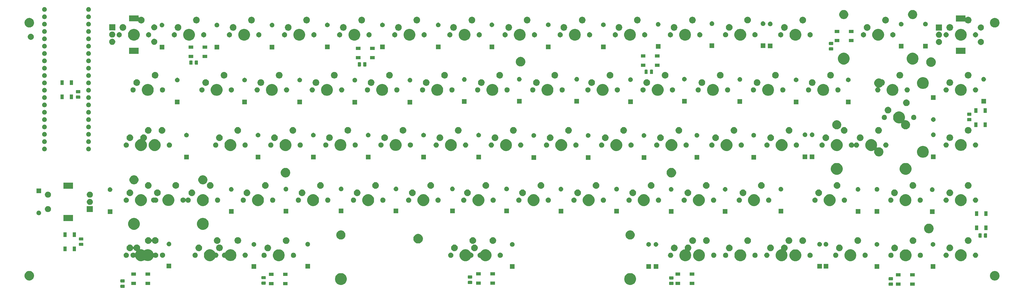
<source format=gbr>
G04 #@! TF.GenerationSoftware,KiCad,Pcbnew,5.1.5+dfsg1-2build2*
G04 #@! TF.CreationDate,2020-08-15T11:38:24+01:00*
G04 #@! TF.ProjectId,stoutgatv2,73746f75-7467-4617-9476-322e6b696361,0.2*
G04 #@! TF.SameCoordinates,Original*
G04 #@! TF.FileFunction,Soldermask,Bot*
G04 #@! TF.FilePolarity,Negative*
%FSLAX46Y46*%
G04 Gerber Fmt 4.6, Leading zero omitted, Abs format (unit mm)*
G04 Created by KiCad (PCBNEW 5.1.5+dfsg1-2build2) date 2020-08-15 11:38:24*
%MOMM*%
%LPD*%
G04 APERTURE LIST*
%ADD10C,0.100000*%
G04 APERTURE END LIST*
D10*
G36*
X86385668Y-181965065D02*
G01*
X86424338Y-181976796D01*
X86459977Y-181995846D01*
X86491217Y-182021483D01*
X86516854Y-182052723D01*
X86535904Y-182088362D01*
X86547635Y-182127032D01*
X86552200Y-182173388D01*
X86552200Y-182824612D01*
X86547635Y-182870968D01*
X86535904Y-182909638D01*
X86516854Y-182945277D01*
X86491217Y-182976517D01*
X86459977Y-183002154D01*
X86424338Y-183021204D01*
X86385668Y-183032935D01*
X86339312Y-183037500D01*
X85263088Y-183037500D01*
X85216732Y-183032935D01*
X85178062Y-183021204D01*
X85142423Y-183002154D01*
X85111183Y-182976517D01*
X85085546Y-182945277D01*
X85066496Y-182909638D01*
X85054765Y-182870968D01*
X85050200Y-182824612D01*
X85050200Y-182173388D01*
X85054765Y-182127032D01*
X85066496Y-182088362D01*
X85085546Y-182052723D01*
X85111183Y-182021483D01*
X85142423Y-181995846D01*
X85178062Y-181976796D01*
X85216732Y-181965065D01*
X85263088Y-181960500D01*
X86339312Y-181960500D01*
X86385668Y-181965065D01*
G37*
G36*
X351968068Y-181228465D02*
G01*
X352006738Y-181240196D01*
X352042377Y-181259246D01*
X352073617Y-181284883D01*
X352099254Y-181316123D01*
X352118304Y-181351762D01*
X352130035Y-181390432D01*
X352134600Y-181436788D01*
X352134600Y-182088012D01*
X352130035Y-182134368D01*
X352118304Y-182173038D01*
X352099254Y-182208677D01*
X352073617Y-182239917D01*
X352042377Y-182265554D01*
X352006738Y-182284604D01*
X351968068Y-182296335D01*
X351921712Y-182300900D01*
X350845488Y-182300900D01*
X350799132Y-182296335D01*
X350760462Y-182284604D01*
X350724823Y-182265554D01*
X350693583Y-182239917D01*
X350667946Y-182208677D01*
X350648896Y-182173038D01*
X350637165Y-182134368D01*
X350632600Y-182088012D01*
X350632600Y-181436788D01*
X350637165Y-181390432D01*
X350648896Y-181351762D01*
X350667946Y-181316123D01*
X350693583Y-181284883D01*
X350724823Y-181259246D01*
X350760462Y-181240196D01*
X350799132Y-181228465D01*
X350845488Y-181223900D01*
X351921712Y-181223900D01*
X351968068Y-181228465D01*
G37*
G36*
X359663800Y-182262400D02*
G01*
X358061800Y-182262400D01*
X358061800Y-181160400D01*
X359663800Y-181160400D01*
X359663800Y-182262400D01*
G37*
G36*
X354763800Y-182262400D02*
G01*
X353161800Y-182262400D01*
X353161800Y-181160400D01*
X354763800Y-181160400D01*
X354763800Y-182262400D01*
G37*
G36*
X137974800Y-182110000D02*
G01*
X136372800Y-182110000D01*
X136372800Y-181008000D01*
X137974800Y-181008000D01*
X137974800Y-182110000D01*
G37*
G36*
X142874800Y-182110000D02*
G01*
X141272800Y-182110000D01*
X141272800Y-181008000D01*
X142874800Y-181008000D01*
X142874800Y-182110000D01*
G37*
G36*
X261875454Y-178022618D02*
G01*
X262248711Y-178177226D01*
X262248713Y-178177227D01*
X262584636Y-178401684D01*
X262870316Y-178687364D01*
X263090378Y-179016709D01*
X263094774Y-179023289D01*
X263249382Y-179396546D01*
X263328200Y-179792793D01*
X263328200Y-180196807D01*
X263249382Y-180593054D01*
X263101691Y-180949612D01*
X263094773Y-180966313D01*
X262870316Y-181302236D01*
X262584636Y-181587916D01*
X262248713Y-181812373D01*
X262248712Y-181812374D01*
X262248711Y-181812374D01*
X261875454Y-181966982D01*
X261479207Y-182045800D01*
X261075193Y-182045800D01*
X260678946Y-181966982D01*
X260305689Y-181812374D01*
X260305688Y-181812374D01*
X260305687Y-181812373D01*
X259969764Y-181587916D01*
X259684084Y-181302236D01*
X259459627Y-180966313D01*
X259452709Y-180949612D01*
X259305018Y-180593054D01*
X259226200Y-180196807D01*
X259226200Y-179792793D01*
X259305018Y-179396546D01*
X259459626Y-179023289D01*
X259464023Y-179016709D01*
X259684084Y-178687364D01*
X259969764Y-178401684D01*
X260305687Y-178177227D01*
X260305689Y-178177226D01*
X260678946Y-178022618D01*
X261075193Y-177943800D01*
X261479207Y-177943800D01*
X261875454Y-178022618D01*
G37*
G36*
X161875454Y-178022618D02*
G01*
X162248711Y-178177226D01*
X162248713Y-178177227D01*
X162584636Y-178401684D01*
X162870316Y-178687364D01*
X163090378Y-179016709D01*
X163094774Y-179023289D01*
X163249382Y-179396546D01*
X163328200Y-179792793D01*
X163328200Y-180196807D01*
X163249382Y-180593054D01*
X163101691Y-180949612D01*
X163094773Y-180966313D01*
X162870316Y-181302236D01*
X162584636Y-181587916D01*
X162248713Y-181812373D01*
X162248712Y-181812374D01*
X162248711Y-181812374D01*
X161875454Y-181966982D01*
X161479207Y-182045800D01*
X161075193Y-182045800D01*
X160678946Y-181966982D01*
X160305689Y-181812374D01*
X160305688Y-181812374D01*
X160305687Y-181812373D01*
X159969764Y-181587916D01*
X159684084Y-181302236D01*
X159459627Y-180966313D01*
X159452709Y-180949612D01*
X159305018Y-180593054D01*
X159226200Y-180196807D01*
X159226200Y-179792793D01*
X159305018Y-179396546D01*
X159459626Y-179023289D01*
X159464023Y-179016709D01*
X159684084Y-178687364D01*
X159969764Y-178401684D01*
X160305687Y-178177227D01*
X160305689Y-178177226D01*
X160678946Y-178022618D01*
X161075193Y-177943800D01*
X161479207Y-177943800D01*
X161875454Y-178022618D01*
G37*
G36*
X278577600Y-182034000D02*
G01*
X276975600Y-182034000D01*
X276975600Y-180932000D01*
X278577600Y-180932000D01*
X278577600Y-182034000D01*
G37*
G36*
X283477600Y-182034000D02*
G01*
X281875600Y-182034000D01*
X281875600Y-180932000D01*
X283477600Y-180932000D01*
X283477600Y-182034000D01*
G37*
G36*
X90400600Y-182033800D02*
G01*
X88798600Y-182033800D01*
X88798600Y-180931800D01*
X90400600Y-180931800D01*
X90400600Y-182033800D01*
G37*
G36*
X95300600Y-182033800D02*
G01*
X93698600Y-182033800D01*
X93698600Y-180931800D01*
X95300600Y-180931800D01*
X95300600Y-182033800D01*
G37*
G36*
X276098268Y-180949065D02*
G01*
X276136938Y-180960796D01*
X276172577Y-180979846D01*
X276203817Y-181005483D01*
X276229454Y-181036723D01*
X276248504Y-181072362D01*
X276260235Y-181111032D01*
X276264800Y-181157388D01*
X276264800Y-181808612D01*
X276260235Y-181854968D01*
X276248504Y-181893638D01*
X276229454Y-181929277D01*
X276203817Y-181960517D01*
X276172577Y-181986154D01*
X276136938Y-182005204D01*
X276098268Y-182016935D01*
X276051912Y-182021500D01*
X274975688Y-182021500D01*
X274929332Y-182016935D01*
X274890662Y-182005204D01*
X274855023Y-181986154D01*
X274823783Y-181960517D01*
X274798146Y-181929277D01*
X274779096Y-181893638D01*
X274767365Y-181854968D01*
X274762800Y-181808612D01*
X274762800Y-181157388D01*
X274767365Y-181111032D01*
X274779096Y-181072362D01*
X274798146Y-181036723D01*
X274823783Y-181005483D01*
X274855023Y-180979846D01*
X274890662Y-180960796D01*
X274929332Y-180949065D01*
X274975688Y-180944500D01*
X276051912Y-180944500D01*
X276098268Y-180949065D01*
G37*
G36*
X209653600Y-181957600D02*
G01*
X208051600Y-181957600D01*
X208051600Y-180855600D01*
X209653600Y-180855600D01*
X209653600Y-181957600D01*
G37*
G36*
X214553600Y-181957600D02*
G01*
X212951600Y-181957600D01*
X212951600Y-180855600D01*
X214553600Y-180855600D01*
X214553600Y-181957600D01*
G37*
G36*
X135153668Y-180847465D02*
G01*
X135192338Y-180859196D01*
X135227977Y-180878246D01*
X135259217Y-180903883D01*
X135284854Y-180935123D01*
X135303904Y-180970762D01*
X135315635Y-181009432D01*
X135320200Y-181055788D01*
X135320200Y-181707012D01*
X135315635Y-181753368D01*
X135303904Y-181792038D01*
X135284854Y-181827677D01*
X135259217Y-181858917D01*
X135227977Y-181884554D01*
X135192338Y-181903604D01*
X135153668Y-181915335D01*
X135107312Y-181919900D01*
X134031088Y-181919900D01*
X133984732Y-181915335D01*
X133946062Y-181903604D01*
X133910423Y-181884554D01*
X133879183Y-181858917D01*
X133853546Y-181827677D01*
X133834496Y-181792038D01*
X133822765Y-181753368D01*
X133818200Y-181707012D01*
X133818200Y-181055788D01*
X133822765Y-181009432D01*
X133834496Y-180970762D01*
X133853546Y-180935123D01*
X133879183Y-180903883D01*
X133910423Y-180878246D01*
X133946062Y-180859196D01*
X133984732Y-180847465D01*
X134031088Y-180842900D01*
X135107312Y-180842900D01*
X135153668Y-180847465D01*
G37*
G36*
X206502268Y-180618865D02*
G01*
X206540938Y-180630596D01*
X206576577Y-180649646D01*
X206607817Y-180675283D01*
X206633454Y-180706523D01*
X206652504Y-180742162D01*
X206664235Y-180780832D01*
X206668800Y-180827188D01*
X206668800Y-181478412D01*
X206664235Y-181524768D01*
X206652504Y-181563438D01*
X206633454Y-181599077D01*
X206607817Y-181630317D01*
X206576577Y-181655954D01*
X206540938Y-181675004D01*
X206502268Y-181686735D01*
X206455912Y-181691300D01*
X205379688Y-181691300D01*
X205333332Y-181686735D01*
X205294662Y-181675004D01*
X205259023Y-181655954D01*
X205227783Y-181630317D01*
X205202146Y-181599077D01*
X205183096Y-181563438D01*
X205171365Y-181524768D01*
X205166800Y-181478412D01*
X205166800Y-180827188D01*
X205171365Y-180780832D01*
X205183096Y-180742162D01*
X205202146Y-180706523D01*
X205227783Y-180675283D01*
X205259023Y-180649646D01*
X205294662Y-180630596D01*
X205333332Y-180618865D01*
X205379688Y-180614300D01*
X206455912Y-180614300D01*
X206502268Y-180618865D01*
G37*
G36*
X86385668Y-180090065D02*
G01*
X86424338Y-180101796D01*
X86459977Y-180120846D01*
X86491217Y-180146483D01*
X86516854Y-180177723D01*
X86535904Y-180213362D01*
X86547635Y-180252032D01*
X86552200Y-180298388D01*
X86552200Y-180949612D01*
X86547635Y-180995966D01*
X86535904Y-181034638D01*
X86516854Y-181070277D01*
X86491217Y-181101517D01*
X86459977Y-181127154D01*
X86424338Y-181146204D01*
X86385668Y-181157935D01*
X86339312Y-181162500D01*
X85263088Y-181162500D01*
X85216732Y-181157935D01*
X85178062Y-181146204D01*
X85142423Y-181127154D01*
X85111183Y-181101517D01*
X85085546Y-181070277D01*
X85066496Y-181034638D01*
X85054765Y-180995966D01*
X85050200Y-180949612D01*
X85050200Y-180298388D01*
X85054765Y-180252032D01*
X85066496Y-180213362D01*
X85085546Y-180177723D01*
X85111183Y-180146483D01*
X85142423Y-180120846D01*
X85178062Y-180101796D01*
X85216732Y-180090065D01*
X85263088Y-180085500D01*
X86339312Y-180085500D01*
X86385668Y-180090065D01*
G37*
G36*
X387687156Y-177245398D02*
G01*
X387793479Y-177266547D01*
X388093942Y-177391003D01*
X388364351Y-177571685D01*
X388594315Y-177801649D01*
X388766511Y-178059358D01*
X388774998Y-178072060D01*
X388899453Y-178372522D01*
X388962900Y-178691489D01*
X388962900Y-179016711D01*
X388936713Y-179148361D01*
X388899453Y-179335679D01*
X388774997Y-179636142D01*
X388594315Y-179906551D01*
X388364351Y-180136515D01*
X388093942Y-180317197D01*
X387793479Y-180441653D01*
X387687156Y-180462802D01*
X387474511Y-180505100D01*
X387149289Y-180505100D01*
X386936644Y-180462802D01*
X386830321Y-180441653D01*
X386529858Y-180317197D01*
X386259449Y-180136515D01*
X386029485Y-179906551D01*
X385848803Y-179636142D01*
X385724347Y-179335679D01*
X385687087Y-179148361D01*
X385660900Y-179016711D01*
X385660900Y-178691489D01*
X385724347Y-178372522D01*
X385848802Y-178072060D01*
X385857289Y-178059358D01*
X386029485Y-177801649D01*
X386259449Y-177571685D01*
X386529858Y-177391003D01*
X386830321Y-177266547D01*
X386936644Y-177245398D01*
X387149289Y-177203100D01*
X387474511Y-177203100D01*
X387687156Y-177245398D01*
G37*
G36*
X53943856Y-177232698D02*
G01*
X54050179Y-177253847D01*
X54350642Y-177378303D01*
X54621051Y-177558985D01*
X54851015Y-177788949D01*
X55031697Y-178059358D01*
X55031698Y-178059360D01*
X55156153Y-178359822D01*
X55219600Y-178678789D01*
X55219600Y-179004011D01*
X55197547Y-179114877D01*
X55156153Y-179322979D01*
X55031697Y-179623442D01*
X54851015Y-179893851D01*
X54621051Y-180123815D01*
X54350642Y-180304497D01*
X54350641Y-180304498D01*
X54350640Y-180304498D01*
X54319982Y-180317197D01*
X54050179Y-180428953D01*
X53943856Y-180450102D01*
X53731211Y-180492400D01*
X53405989Y-180492400D01*
X53193344Y-180450102D01*
X53087021Y-180428953D01*
X52817218Y-180317197D01*
X52786560Y-180304498D01*
X52786559Y-180304498D01*
X52786558Y-180304497D01*
X52516149Y-180123815D01*
X52286185Y-179893851D01*
X52105503Y-179623442D01*
X51981047Y-179322979D01*
X51939653Y-179114877D01*
X51917600Y-179004011D01*
X51917600Y-178678789D01*
X51981047Y-178359822D01*
X52105502Y-178059360D01*
X52105503Y-178059358D01*
X52286185Y-177788949D01*
X52516149Y-177558985D01*
X52786558Y-177378303D01*
X53087021Y-177253847D01*
X53193344Y-177232698D01*
X53405989Y-177190400D01*
X53731211Y-177190400D01*
X53943856Y-177232698D01*
G37*
G36*
X351968068Y-179353465D02*
G01*
X352006738Y-179365196D01*
X352042377Y-179384246D01*
X352073617Y-179409883D01*
X352099254Y-179441123D01*
X352118304Y-179476762D01*
X352130035Y-179515432D01*
X352134600Y-179561788D01*
X352134600Y-180213012D01*
X352130035Y-180259368D01*
X352118304Y-180298038D01*
X352099254Y-180333677D01*
X352073617Y-180364917D01*
X352042377Y-180390554D01*
X352006738Y-180409604D01*
X351968068Y-180421335D01*
X351921712Y-180425900D01*
X350845488Y-180425900D01*
X350799132Y-180421335D01*
X350760462Y-180409604D01*
X350724823Y-180390554D01*
X350693583Y-180364917D01*
X350667946Y-180333677D01*
X350648896Y-180298038D01*
X350637165Y-180259368D01*
X350632600Y-180213012D01*
X350632600Y-179561788D01*
X350637165Y-179515432D01*
X350648896Y-179476762D01*
X350667946Y-179441123D01*
X350693583Y-179409883D01*
X350724823Y-179384246D01*
X350760462Y-179365196D01*
X350799132Y-179353465D01*
X350845488Y-179348900D01*
X351921712Y-179348900D01*
X351968068Y-179353465D01*
G37*
G36*
X276098268Y-179074065D02*
G01*
X276136938Y-179085796D01*
X276172577Y-179104846D01*
X276203817Y-179130483D01*
X276229454Y-179161723D01*
X276248504Y-179197362D01*
X276260235Y-179236032D01*
X276264800Y-179282388D01*
X276264800Y-179933612D01*
X276260235Y-179979968D01*
X276248504Y-180018638D01*
X276229454Y-180054277D01*
X276203817Y-180085517D01*
X276172577Y-180111154D01*
X276136938Y-180130204D01*
X276098268Y-180141935D01*
X276051912Y-180146500D01*
X274975688Y-180146500D01*
X274929332Y-180141935D01*
X274890662Y-180130204D01*
X274855023Y-180111154D01*
X274823783Y-180085517D01*
X274798146Y-180054277D01*
X274779096Y-180018638D01*
X274767365Y-179979968D01*
X274762800Y-179933612D01*
X274762800Y-179282388D01*
X274767365Y-179236032D01*
X274779096Y-179197362D01*
X274798146Y-179161723D01*
X274823783Y-179130483D01*
X274855023Y-179104846D01*
X274890662Y-179085796D01*
X274929332Y-179074065D01*
X274975688Y-179069500D01*
X276051912Y-179069500D01*
X276098268Y-179074065D01*
G37*
G36*
X135153668Y-178972465D02*
G01*
X135192338Y-178984196D01*
X135227977Y-179003246D01*
X135259217Y-179028883D01*
X135284854Y-179060123D01*
X135303904Y-179095762D01*
X135315635Y-179134432D01*
X135320200Y-179180788D01*
X135320200Y-179832012D01*
X135315635Y-179878368D01*
X135303904Y-179917038D01*
X135284854Y-179952677D01*
X135259217Y-179983917D01*
X135227977Y-180009554D01*
X135192338Y-180028604D01*
X135153668Y-180040335D01*
X135107312Y-180044900D01*
X134031088Y-180044900D01*
X133984732Y-180040335D01*
X133946062Y-180028604D01*
X133910423Y-180009554D01*
X133879183Y-179983917D01*
X133853546Y-179952677D01*
X133834496Y-179917038D01*
X133822765Y-179878368D01*
X133818200Y-179832012D01*
X133818200Y-179180788D01*
X133822765Y-179134432D01*
X133834496Y-179095762D01*
X133853546Y-179060123D01*
X133879183Y-179028883D01*
X133910423Y-179003246D01*
X133946062Y-178984196D01*
X133984732Y-178972465D01*
X134031088Y-178967900D01*
X135107312Y-178967900D01*
X135153668Y-178972465D01*
G37*
G36*
X206502268Y-178743865D02*
G01*
X206540938Y-178755596D01*
X206576577Y-178774646D01*
X206607817Y-178800283D01*
X206633454Y-178831523D01*
X206652504Y-178867162D01*
X206664235Y-178905832D01*
X206668800Y-178952188D01*
X206668800Y-179603412D01*
X206664235Y-179649768D01*
X206652504Y-179688438D01*
X206633454Y-179724077D01*
X206607817Y-179755317D01*
X206576577Y-179780954D01*
X206540938Y-179800004D01*
X206502268Y-179811735D01*
X206455912Y-179816300D01*
X205379688Y-179816300D01*
X205333332Y-179811735D01*
X205294662Y-179800004D01*
X205259023Y-179780954D01*
X205227783Y-179755317D01*
X205202146Y-179724077D01*
X205183096Y-179688438D01*
X205171365Y-179649768D01*
X205166800Y-179603412D01*
X205166800Y-178952188D01*
X205171365Y-178905832D01*
X205183096Y-178867162D01*
X205202146Y-178831523D01*
X205227783Y-178800283D01*
X205259023Y-178774646D01*
X205294662Y-178755596D01*
X205333332Y-178743865D01*
X205379688Y-178739300D01*
X206455912Y-178739300D01*
X206502268Y-178743865D01*
G37*
G36*
X359663800Y-179062400D02*
G01*
X358061800Y-179062400D01*
X358061800Y-177960400D01*
X359663800Y-177960400D01*
X359663800Y-179062400D01*
G37*
G36*
X354763800Y-179062400D02*
G01*
X353161800Y-179062400D01*
X353161800Y-177960400D01*
X354763800Y-177960400D01*
X354763800Y-179062400D01*
G37*
G36*
X142874800Y-178910000D02*
G01*
X141272800Y-178910000D01*
X141272800Y-177808000D01*
X142874800Y-177808000D01*
X142874800Y-178910000D01*
G37*
G36*
X137974800Y-178910000D02*
G01*
X136372800Y-178910000D01*
X136372800Y-177808000D01*
X137974800Y-177808000D01*
X137974800Y-178910000D01*
G37*
G36*
X283477600Y-178834000D02*
G01*
X281875600Y-178834000D01*
X281875600Y-177732000D01*
X283477600Y-177732000D01*
X283477600Y-178834000D01*
G37*
G36*
X278577600Y-178834000D02*
G01*
X276975600Y-178834000D01*
X276975600Y-177732000D01*
X278577600Y-177732000D01*
X278577600Y-178834000D01*
G37*
G36*
X95300600Y-178833800D02*
G01*
X93698600Y-178833800D01*
X93698600Y-177731800D01*
X95300600Y-177731800D01*
X95300600Y-178833800D01*
G37*
G36*
X90400600Y-178833800D02*
G01*
X88798600Y-178833800D01*
X88798600Y-177731800D01*
X90400600Y-177731800D01*
X90400600Y-178833800D01*
G37*
G36*
X214553600Y-178757600D02*
G01*
X212951600Y-178757600D01*
X212951600Y-177655600D01*
X214553600Y-177655600D01*
X214553600Y-178757600D01*
G37*
G36*
X209653600Y-178757600D02*
G01*
X208051600Y-178757600D01*
X208051600Y-177655600D01*
X209653600Y-177655600D01*
X209653600Y-178757600D01*
G37*
G36*
X221323800Y-176442000D02*
G01*
X219721800Y-176442000D01*
X219721800Y-174840000D01*
X221323800Y-174840000D01*
X221323800Y-176442000D01*
G37*
G36*
X366764200Y-176416600D02*
G01*
X365162200Y-176416600D01*
X365162200Y-174814600D01*
X366764200Y-174814600D01*
X366764200Y-176416600D01*
G37*
G36*
X268466200Y-176416600D02*
G01*
X266864200Y-176416600D01*
X266864200Y-174814600D01*
X268466200Y-174814600D01*
X268466200Y-176416600D01*
G37*
G36*
X347384000Y-176416600D02*
G01*
X345782000Y-176416600D01*
X345782000Y-174814600D01*
X347384000Y-174814600D01*
X347384000Y-176416600D01*
G37*
G36*
X270980800Y-176416600D02*
G01*
X269378800Y-176416600D01*
X269378800Y-174814600D01*
X270980800Y-174814600D01*
X270980800Y-176416600D01*
G37*
G36*
X132017400Y-176416600D02*
G01*
X130415400Y-176416600D01*
X130415400Y-174814600D01*
X132017400Y-174814600D01*
X132017400Y-176416600D01*
G37*
G36*
X329756400Y-176391200D02*
G01*
X328154400Y-176391200D01*
X328154400Y-174789200D01*
X329756400Y-174789200D01*
X329756400Y-176391200D01*
G37*
G36*
X327572000Y-176391200D02*
G01*
X325970000Y-176391200D01*
X325970000Y-174789200D01*
X327572000Y-174789200D01*
X327572000Y-176391200D01*
G37*
G36*
X150610200Y-176365800D02*
G01*
X149008200Y-176365800D01*
X149008200Y-174763800D01*
X150610200Y-174763800D01*
X150610200Y-176365800D01*
G37*
G36*
X102655000Y-176315000D02*
G01*
X101053000Y-176315000D01*
X101053000Y-174713000D01*
X102655000Y-174713000D01*
X102655000Y-176315000D01*
G37*
G36*
X299962654Y-169808018D02*
G01*
X300301856Y-169948520D01*
X300335913Y-169962627D01*
X300671836Y-170187084D01*
X300957516Y-170472764D01*
X301176904Y-170801100D01*
X301181974Y-170808689D01*
X301336582Y-171181946D01*
X301415400Y-171578193D01*
X301415400Y-171982207D01*
X301336582Y-172378454D01*
X301192494Y-172726313D01*
X301181973Y-172751713D01*
X300957516Y-173087636D01*
X300671836Y-173373316D01*
X300335913Y-173597773D01*
X300335912Y-173597774D01*
X300335911Y-173597774D01*
X299962654Y-173752382D01*
X299566407Y-173831200D01*
X299162393Y-173831200D01*
X298766146Y-173752382D01*
X298392889Y-173597774D01*
X298392888Y-173597774D01*
X298392887Y-173597773D01*
X298056964Y-173373316D01*
X297771284Y-173087636D01*
X297546827Y-172751713D01*
X297536306Y-172726313D01*
X297392218Y-172378454D01*
X297313400Y-171982207D01*
X297313400Y-171578193D01*
X297392218Y-171181946D01*
X297546826Y-170808689D01*
X297551897Y-170801100D01*
X297771284Y-170472764D01*
X298056964Y-170187084D01*
X298392887Y-169962627D01*
X298426944Y-169948520D01*
X298766146Y-169808018D01*
X299162393Y-169729200D01*
X299566407Y-169729200D01*
X299962654Y-169808018D01*
G37*
G36*
X140399854Y-169808018D02*
G01*
X140739056Y-169948520D01*
X140773113Y-169962627D01*
X141109036Y-170187084D01*
X141394716Y-170472764D01*
X141614104Y-170801100D01*
X141619174Y-170808689D01*
X141773782Y-171181946D01*
X141852600Y-171578193D01*
X141852600Y-171982207D01*
X141773782Y-172378454D01*
X141629694Y-172726313D01*
X141619173Y-172751713D01*
X141394716Y-173087636D01*
X141109036Y-173373316D01*
X140773113Y-173597773D01*
X140773112Y-173597774D01*
X140773111Y-173597774D01*
X140399854Y-173752382D01*
X140003607Y-173831200D01*
X139599593Y-173831200D01*
X139203346Y-173752382D01*
X138830089Y-173597774D01*
X138830088Y-173597774D01*
X138830087Y-173597773D01*
X138494164Y-173373316D01*
X138208484Y-173087636D01*
X137984027Y-172751713D01*
X137973506Y-172726313D01*
X137829418Y-172378454D01*
X137750600Y-171982207D01*
X137750600Y-171578193D01*
X137829418Y-171181946D01*
X137984026Y-170808689D01*
X137989097Y-170801100D01*
X138208484Y-170472764D01*
X138494164Y-170187084D01*
X138830087Y-169962627D01*
X138864144Y-169948520D01*
X139203346Y-169808018D01*
X139599593Y-169729200D01*
X140003607Y-169729200D01*
X140399854Y-169808018D01*
G37*
G36*
X281446722Y-168074493D02*
G01*
X281615334Y-168108032D01*
X281824803Y-168194797D01*
X282013320Y-168320760D01*
X282173640Y-168481080D01*
X282299603Y-168669597D01*
X282299604Y-168669599D01*
X282314449Y-168705438D01*
X282386368Y-168879066D01*
X282408484Y-168990251D01*
X282430600Y-169101435D01*
X282430600Y-169328165D01*
X282408484Y-169439349D01*
X282386368Y-169550534D01*
X282299603Y-169760003D01*
X282173640Y-169948520D01*
X282013320Y-170108840D01*
X281975306Y-170134240D01*
X281873608Y-170202193D01*
X281854666Y-170217739D01*
X281839121Y-170236681D01*
X281827570Y-170258291D01*
X281820457Y-170281740D01*
X281818055Y-170306127D01*
X281820457Y-170330513D01*
X281827570Y-170353962D01*
X281839121Y-170375572D01*
X281854666Y-170394514D01*
X281932916Y-170472764D01*
X282152304Y-170801100D01*
X282157374Y-170808689D01*
X282311982Y-171181946D01*
X282390800Y-171578193D01*
X282390800Y-171982207D01*
X282311982Y-172378454D01*
X282167894Y-172726313D01*
X282157373Y-172751713D01*
X281932916Y-173087636D01*
X281647236Y-173373316D01*
X281311313Y-173597773D01*
X281311312Y-173597774D01*
X281311311Y-173597774D01*
X280938054Y-173752382D01*
X280541807Y-173831200D01*
X280137793Y-173831200D01*
X279741546Y-173752382D01*
X279368289Y-173597774D01*
X279368288Y-173597774D01*
X279368287Y-173597773D01*
X279032364Y-173373316D01*
X278746684Y-173087636D01*
X278522227Y-172751713D01*
X278511706Y-172726313D01*
X278367618Y-172378454D01*
X278288800Y-171982207D01*
X278288800Y-171578193D01*
X278367618Y-171181946D01*
X278522226Y-170808689D01*
X278527297Y-170801100D01*
X278746684Y-170472764D01*
X279032364Y-170187084D01*
X279368287Y-169962627D01*
X279402344Y-169948520D01*
X279741546Y-169808018D01*
X280089152Y-169738875D01*
X280112601Y-169731762D01*
X280134212Y-169720211D01*
X280153154Y-169704666D01*
X280168699Y-169685724D01*
X280180250Y-169664113D01*
X280187363Y-169640664D01*
X280189765Y-169616278D01*
X280187363Y-169591892D01*
X280180251Y-169568444D01*
X280172832Y-169550534D01*
X280139658Y-169383757D01*
X280128600Y-169328165D01*
X280128600Y-169101435D01*
X280150716Y-168990251D01*
X280172832Y-168879066D01*
X280244751Y-168705438D01*
X280259596Y-168669599D01*
X280259597Y-168669597D01*
X280385560Y-168481080D01*
X280545880Y-168320760D01*
X280734397Y-168194797D01*
X280943866Y-168108032D01*
X281112478Y-168074493D01*
X281166235Y-168063800D01*
X281392965Y-168063800D01*
X281446722Y-168074493D01*
G37*
G36*
X357112654Y-169808018D02*
G01*
X357451856Y-169948520D01*
X357485913Y-169962627D01*
X357821836Y-170187084D01*
X358107516Y-170472764D01*
X358326904Y-170801100D01*
X358331974Y-170808689D01*
X358486582Y-171181946D01*
X358565400Y-171578193D01*
X358565400Y-171982207D01*
X358486582Y-172378454D01*
X358342494Y-172726313D01*
X358331973Y-172751713D01*
X358107516Y-173087636D01*
X357821836Y-173373316D01*
X357485913Y-173597773D01*
X357485912Y-173597774D01*
X357485911Y-173597774D01*
X357112654Y-173752382D01*
X356716407Y-173831200D01*
X356312393Y-173831200D01*
X355916146Y-173752382D01*
X355542889Y-173597774D01*
X355542888Y-173597774D01*
X355542887Y-173597773D01*
X355206964Y-173373316D01*
X354921284Y-173087636D01*
X354696827Y-172751713D01*
X354686306Y-172726313D01*
X354542218Y-172378454D01*
X354463400Y-171982207D01*
X354463400Y-171578193D01*
X354542218Y-171181946D01*
X354696826Y-170808689D01*
X354701897Y-170801100D01*
X354921284Y-170472764D01*
X355206964Y-170187084D01*
X355542887Y-169962627D01*
X355576944Y-169948520D01*
X355916146Y-169808018D01*
X356312393Y-169729200D01*
X356716407Y-169729200D01*
X357112654Y-169808018D01*
G37*
G36*
X318987254Y-169808018D02*
G01*
X319326456Y-169948520D01*
X319360513Y-169962627D01*
X319696436Y-170187084D01*
X319982116Y-170472764D01*
X320201504Y-170801100D01*
X320206574Y-170808689D01*
X320361182Y-171181946D01*
X320440000Y-171578193D01*
X320440000Y-171982207D01*
X320361182Y-172378454D01*
X320217094Y-172726313D01*
X320206573Y-172751713D01*
X319982116Y-173087636D01*
X319696436Y-173373316D01*
X319360513Y-173597773D01*
X319360512Y-173597774D01*
X319360511Y-173597774D01*
X318987254Y-173752382D01*
X318591007Y-173831200D01*
X318186993Y-173831200D01*
X317790746Y-173752382D01*
X317417489Y-173597774D01*
X317417488Y-173597774D01*
X317417487Y-173597773D01*
X317081564Y-173373316D01*
X316795884Y-173087636D01*
X316571427Y-172751713D01*
X316560906Y-172726313D01*
X316416818Y-172378454D01*
X316338000Y-171982207D01*
X316338000Y-171578193D01*
X316416818Y-171181946D01*
X316571426Y-170808689D01*
X316576497Y-170801100D01*
X316795884Y-170472764D01*
X317081564Y-170187084D01*
X317417487Y-169962627D01*
X317451544Y-169948520D01*
X317790746Y-169808018D01*
X318186993Y-169729200D01*
X318591007Y-169729200D01*
X318987254Y-169808018D01*
G37*
G36*
X314746122Y-168099893D02*
G01*
X314914734Y-168133432D01*
X315124203Y-168220197D01*
X315312720Y-168346160D01*
X315473040Y-168506480D01*
X315599003Y-168694997D01*
X315599004Y-168694999D01*
X315613849Y-168730838D01*
X315669556Y-168865326D01*
X315685768Y-168904467D01*
X315724948Y-169101435D01*
X315730000Y-169126836D01*
X315730000Y-169353564D01*
X315685768Y-169575934D01*
X315658956Y-169640664D01*
X315609525Y-169760002D01*
X315599003Y-169785403D01*
X315473040Y-169973920D01*
X315312720Y-170134240D01*
X315271647Y-170161684D01*
X315188234Y-170217419D01*
X315169292Y-170232965D01*
X315153747Y-170251907D01*
X315142196Y-170273517D01*
X315135083Y-170296966D01*
X315132681Y-170321352D01*
X315135083Y-170345738D01*
X315142196Y-170369187D01*
X315153747Y-170390798D01*
X315169292Y-170409740D01*
X315206916Y-170447364D01*
X315414403Y-170757889D01*
X315431374Y-170783289D01*
X315585982Y-171156546D01*
X315664800Y-171552793D01*
X315664800Y-171956807D01*
X315585982Y-172353054D01*
X315448457Y-172685069D01*
X315431373Y-172726313D01*
X315206916Y-173062236D01*
X314921236Y-173347916D01*
X314585313Y-173572373D01*
X314585312Y-173572374D01*
X314585311Y-173572374D01*
X314212054Y-173726982D01*
X313815807Y-173805800D01*
X313411793Y-173805800D01*
X313015546Y-173726982D01*
X312642289Y-173572374D01*
X312642288Y-173572374D01*
X312642287Y-173572373D01*
X312306364Y-173347916D01*
X312020684Y-173062236D01*
X311796227Y-172726313D01*
X311779143Y-172685069D01*
X311641618Y-172353054D01*
X311562800Y-171956807D01*
X311562800Y-171552793D01*
X311641618Y-171156546D01*
X311796226Y-170783289D01*
X311813198Y-170757889D01*
X312020684Y-170447364D01*
X312306364Y-170161684D01*
X312642287Y-169937227D01*
X312676344Y-169923120D01*
X313015546Y-169782618D01*
X313371801Y-169711755D01*
X313395250Y-169704642D01*
X313416861Y-169693091D01*
X313435803Y-169677546D01*
X313451348Y-169658604D01*
X313462899Y-169636993D01*
X313470012Y-169613544D01*
X313472414Y-169589158D01*
X313470012Y-169564772D01*
X313467180Y-169550533D01*
X313428000Y-169353564D01*
X313428000Y-169126836D01*
X313433053Y-169101435D01*
X313472232Y-168904467D01*
X313488445Y-168865326D01*
X313544151Y-168730838D01*
X313558996Y-168694999D01*
X313558997Y-168694997D01*
X313684960Y-168506480D01*
X313845280Y-168346160D01*
X314033797Y-168220197D01*
X314243266Y-168133432D01*
X314411878Y-168099893D01*
X314465635Y-168089200D01*
X314692365Y-168089200D01*
X314746122Y-168099893D01*
G37*
G36*
X211875454Y-169782618D02*
G01*
X212214656Y-169923120D01*
X212248713Y-169937227D01*
X212584636Y-170161684D01*
X212870316Y-170447364D01*
X213077803Y-170757889D01*
X213094774Y-170783289D01*
X213249382Y-171156546D01*
X213328200Y-171552793D01*
X213328200Y-171956807D01*
X213249382Y-172353054D01*
X213111857Y-172685069D01*
X213094773Y-172726313D01*
X212870316Y-173062236D01*
X212584636Y-173347916D01*
X212248713Y-173572373D01*
X212248712Y-173572374D01*
X212248711Y-173572374D01*
X211875454Y-173726982D01*
X211479207Y-173805800D01*
X211075193Y-173805800D01*
X210678946Y-173726982D01*
X210305689Y-173572374D01*
X210305688Y-173572374D01*
X210305687Y-173572373D01*
X209969764Y-173347916D01*
X209684084Y-173062236D01*
X209459627Y-172726313D01*
X209459626Y-172726311D01*
X209455629Y-172720329D01*
X209450835Y-172711359D01*
X209435291Y-172692417D01*
X209416350Y-172676870D01*
X209394740Y-172665318D01*
X209371291Y-172658203D01*
X209346898Y-172655800D01*
X209334258Y-172655800D01*
X209298127Y-172648613D01*
X209160188Y-172621176D01*
X208996216Y-172553256D01*
X208848646Y-172454653D01*
X208723147Y-172329154D01*
X208624544Y-172181584D01*
X208556624Y-172017612D01*
X208522000Y-171843541D01*
X208522000Y-171666059D01*
X208556624Y-171491988D01*
X208624544Y-171328016D01*
X208723147Y-171180446D01*
X208848646Y-171054947D01*
X208996216Y-170956344D01*
X209160188Y-170888424D01*
X209309488Y-170858727D01*
X209334258Y-170853800D01*
X209346898Y-170853800D01*
X209371284Y-170851398D01*
X209394733Y-170844285D01*
X209416344Y-170832734D01*
X209435286Y-170817189D01*
X209450831Y-170798247D01*
X209455627Y-170789274D01*
X209476598Y-170757889D01*
X209684084Y-170447364D01*
X209969764Y-170161684D01*
X210305687Y-169937227D01*
X210339744Y-169923120D01*
X210678946Y-169782618D01*
X211075193Y-169703800D01*
X211479207Y-169703800D01*
X211875454Y-169782618D01*
G37*
G36*
X204941254Y-169782618D02*
G01*
X205280456Y-169923120D01*
X205314513Y-169937227D01*
X205650436Y-170161684D01*
X205936116Y-170447364D01*
X206143603Y-170757889D01*
X206164571Y-170789271D01*
X206169365Y-170798241D01*
X206184909Y-170817183D01*
X206203850Y-170832730D01*
X206225460Y-170844282D01*
X206248909Y-170851397D01*
X206273302Y-170853800D01*
X206285942Y-170853800D01*
X206310712Y-170858727D01*
X206460012Y-170888424D01*
X206623984Y-170956344D01*
X206771554Y-171054947D01*
X206897053Y-171180446D01*
X206995656Y-171328016D01*
X207063576Y-171491988D01*
X207098200Y-171666059D01*
X207098200Y-171843541D01*
X207063576Y-172017612D01*
X206995656Y-172181584D01*
X206897053Y-172329154D01*
X206771554Y-172454653D01*
X206623984Y-172553256D01*
X206460012Y-172621176D01*
X206322073Y-172648613D01*
X206285942Y-172655800D01*
X206273302Y-172655800D01*
X206248916Y-172658202D01*
X206225467Y-172665315D01*
X206203856Y-172676866D01*
X206184914Y-172692411D01*
X206169369Y-172711353D01*
X206164573Y-172720326D01*
X206160574Y-172726311D01*
X206160573Y-172726313D01*
X205936116Y-173062236D01*
X205650436Y-173347916D01*
X205314513Y-173572373D01*
X205314512Y-173572374D01*
X205314511Y-173572374D01*
X204941254Y-173726982D01*
X204545007Y-173805800D01*
X204140993Y-173805800D01*
X203744746Y-173726982D01*
X203371489Y-173572374D01*
X203371488Y-173572374D01*
X203371487Y-173572373D01*
X203035564Y-173347916D01*
X202749884Y-173062236D01*
X202525427Y-172726313D01*
X202508343Y-172685069D01*
X202370818Y-172353054D01*
X202292000Y-171956807D01*
X202292000Y-171552793D01*
X202370818Y-171156546D01*
X202525426Y-170783289D01*
X202542398Y-170757889D01*
X202749884Y-170447364D01*
X203035564Y-170161684D01*
X203371487Y-169937227D01*
X203405544Y-169923120D01*
X203744746Y-169782618D01*
X204140993Y-169703800D01*
X204545007Y-169703800D01*
X204941254Y-169782618D01*
G37*
G36*
X285687854Y-169782618D02*
G01*
X286027056Y-169923120D01*
X286061113Y-169937227D01*
X286397036Y-170161684D01*
X286682716Y-170447364D01*
X286890203Y-170757889D01*
X286907174Y-170783289D01*
X287061782Y-171156546D01*
X287140600Y-171552793D01*
X287140600Y-171956807D01*
X287061782Y-172353054D01*
X286924257Y-172685069D01*
X286907173Y-172726313D01*
X286682716Y-173062236D01*
X286397036Y-173347916D01*
X286061113Y-173572373D01*
X286061112Y-173572374D01*
X286061111Y-173572374D01*
X285687854Y-173726982D01*
X285291607Y-173805800D01*
X284887593Y-173805800D01*
X284491346Y-173726982D01*
X284118089Y-173572374D01*
X284118088Y-173572374D01*
X284118087Y-173572373D01*
X283782164Y-173347916D01*
X283496484Y-173062236D01*
X283272027Y-172726313D01*
X283254943Y-172685069D01*
X283117418Y-172353054D01*
X283038600Y-171956807D01*
X283038600Y-171552793D01*
X283117418Y-171156546D01*
X283272026Y-170783289D01*
X283288998Y-170757889D01*
X283496484Y-170447364D01*
X283782164Y-170161684D01*
X284118087Y-169937227D01*
X284152144Y-169923120D01*
X284491346Y-169782618D01*
X284887593Y-169703800D01*
X285291607Y-169703800D01*
X285687854Y-169782618D01*
G37*
G36*
X338011854Y-169782618D02*
G01*
X338351056Y-169923120D01*
X338385113Y-169937227D01*
X338721036Y-170161684D01*
X339006716Y-170447364D01*
X339214203Y-170757889D01*
X339231174Y-170783289D01*
X339385782Y-171156546D01*
X339464600Y-171552793D01*
X339464600Y-171956807D01*
X339385782Y-172353054D01*
X339248257Y-172685069D01*
X339231173Y-172726313D01*
X339006716Y-173062236D01*
X338721036Y-173347916D01*
X338385113Y-173572373D01*
X338385112Y-173572374D01*
X338385111Y-173572374D01*
X338011854Y-173726982D01*
X337615607Y-173805800D01*
X337211593Y-173805800D01*
X336815346Y-173726982D01*
X336442089Y-173572374D01*
X336442088Y-173572374D01*
X336442087Y-173572373D01*
X336106164Y-173347916D01*
X335820484Y-173062236D01*
X335596027Y-172726313D01*
X335578943Y-172685069D01*
X335441418Y-172353054D01*
X335362600Y-171956807D01*
X335362600Y-171552793D01*
X335441418Y-171156546D01*
X335596026Y-170783289D01*
X335612998Y-170757889D01*
X335820484Y-170447364D01*
X336106164Y-170161684D01*
X336442087Y-169937227D01*
X336476144Y-169923120D01*
X336815346Y-169782618D01*
X337211593Y-169703800D01*
X337615607Y-169703800D01*
X338011854Y-169782618D01*
G37*
G36*
X90895922Y-168049093D02*
G01*
X91064534Y-168082632D01*
X91274003Y-168169397D01*
X91462520Y-168295360D01*
X91622840Y-168455680D01*
X91721835Y-168603837D01*
X91748804Y-168644199D01*
X91763649Y-168680038D01*
X91835568Y-168853666D01*
X91845673Y-168904466D01*
X91879800Y-169076035D01*
X91879800Y-169302765D01*
X91835568Y-169525133D01*
X91833152Y-169530966D01*
X91826039Y-169554415D01*
X91823637Y-169578801D01*
X91826039Y-169603187D01*
X91833152Y-169626636D01*
X91844703Y-169648247D01*
X91860248Y-169667188D01*
X91879190Y-169682734D01*
X91900801Y-169694285D01*
X91924250Y-169701398D01*
X91948636Y-169703800D01*
X92353207Y-169703800D01*
X92749454Y-169782618D01*
X93088656Y-169923120D01*
X93122713Y-169937227D01*
X93177626Y-169973919D01*
X93256547Y-170026652D01*
X93278158Y-170038203D01*
X93301607Y-170045316D01*
X93325993Y-170047718D01*
X93350379Y-170045316D01*
X93373828Y-170038203D01*
X93395439Y-170026652D01*
X93512374Y-169948519D01*
X93567287Y-169911827D01*
X93567289Y-169911826D01*
X93940546Y-169757218D01*
X94336793Y-169678400D01*
X94740807Y-169678400D01*
X95137054Y-169757218D01*
X95510311Y-169911826D01*
X95510313Y-169911827D01*
X95846236Y-170136284D01*
X96131916Y-170421964D01*
X96165860Y-170472764D01*
X96356374Y-170757889D01*
X96459797Y-171007573D01*
X96471348Y-171029184D01*
X96486893Y-171048126D01*
X96505835Y-171063671D01*
X96527446Y-171075222D01*
X96550895Y-171082335D01*
X96575281Y-171084737D01*
X96599667Y-171082335D01*
X96623116Y-171075222D01*
X96644727Y-171063671D01*
X96648825Y-171060308D01*
X96656841Y-171054952D01*
X96656846Y-171054947D01*
X96804416Y-170956344D01*
X96968388Y-170888424D01*
X97117688Y-170858727D01*
X97142458Y-170853800D01*
X97319942Y-170853800D01*
X97344712Y-170858727D01*
X97494012Y-170888424D01*
X97657984Y-170956344D01*
X97805554Y-171054947D01*
X97931053Y-171180446D01*
X98029656Y-171328016D01*
X98097576Y-171491988D01*
X98132200Y-171666059D01*
X98132200Y-171843541D01*
X98097576Y-172017612D01*
X98029656Y-172181584D01*
X97931053Y-172329154D01*
X97805554Y-172454653D01*
X97657984Y-172553256D01*
X97494012Y-172621176D01*
X97356073Y-172648613D01*
X97319942Y-172655800D01*
X97142458Y-172655800D01*
X97106327Y-172648613D01*
X96968388Y-172621176D01*
X96804416Y-172553256D01*
X96656846Y-172454653D01*
X96648779Y-172446586D01*
X96629848Y-172431050D01*
X96608237Y-172419499D01*
X96584788Y-172412386D01*
X96560402Y-172409984D01*
X96536016Y-172412386D01*
X96512567Y-172419499D01*
X96490956Y-172431050D01*
X96472014Y-172446595D01*
X96456469Y-172465537D01*
X96444918Y-172487148D01*
X96362936Y-172685069D01*
X96356373Y-172700913D01*
X96131916Y-173036836D01*
X95846236Y-173322516D01*
X95510313Y-173546973D01*
X95510312Y-173546974D01*
X95510311Y-173546974D01*
X95137054Y-173701582D01*
X94740807Y-173780400D01*
X94336793Y-173780400D01*
X93940546Y-173701582D01*
X93567289Y-173546974D01*
X93567288Y-173546974D01*
X93567287Y-173546973D01*
X93433453Y-173457548D01*
X93411842Y-173445997D01*
X93388393Y-173438884D01*
X93364007Y-173436482D01*
X93339621Y-173438884D01*
X93316172Y-173445997D01*
X93294561Y-173457548D01*
X93203264Y-173518550D01*
X93122713Y-173572373D01*
X93122712Y-173572374D01*
X93122711Y-173572374D01*
X92749454Y-173726982D01*
X92353207Y-173805800D01*
X91949193Y-173805800D01*
X91552946Y-173726982D01*
X91179689Y-173572374D01*
X91179688Y-173572374D01*
X91179687Y-173572373D01*
X90843764Y-173347916D01*
X90558084Y-173062236D01*
X90333627Y-172726313D01*
X90316543Y-172685069D01*
X90230203Y-172476627D01*
X90218652Y-172455016D01*
X90203107Y-172436074D01*
X90184165Y-172420529D01*
X90162554Y-172408978D01*
X90139105Y-172401865D01*
X90114719Y-172399463D01*
X90090333Y-172401865D01*
X90066884Y-172408978D01*
X90045273Y-172420529D01*
X90041175Y-172423892D01*
X90033159Y-172429248D01*
X90033154Y-172429253D01*
X89885584Y-172527856D01*
X89721612Y-172595776D01*
X89572312Y-172625473D01*
X89547542Y-172630400D01*
X89370058Y-172630400D01*
X89345288Y-172625473D01*
X89195988Y-172595776D01*
X89032016Y-172527856D01*
X88884446Y-172429253D01*
X88758947Y-172303754D01*
X88660344Y-172156184D01*
X88592424Y-171992212D01*
X88557800Y-171818141D01*
X88557800Y-171640659D01*
X88592424Y-171466588D01*
X88660344Y-171302616D01*
X88758947Y-171155046D01*
X88884446Y-171029547D01*
X89032016Y-170930944D01*
X89195988Y-170863024D01*
X89348290Y-170832730D01*
X89370058Y-170828400D01*
X89547542Y-170828400D01*
X89569310Y-170832730D01*
X89721612Y-170863024D01*
X89885584Y-170930944D01*
X90033154Y-171029547D01*
X90041221Y-171037614D01*
X90060152Y-171053150D01*
X90081763Y-171064701D01*
X90105212Y-171071814D01*
X90129598Y-171074216D01*
X90153984Y-171071814D01*
X90177433Y-171064701D01*
X90199044Y-171053150D01*
X90217986Y-171037605D01*
X90233531Y-171018663D01*
X90245082Y-170997052D01*
X90333626Y-170783289D01*
X90336165Y-170779489D01*
X90523968Y-170498421D01*
X90535517Y-170476815D01*
X90542630Y-170453366D01*
X90545032Y-170428980D01*
X90542630Y-170404594D01*
X90535517Y-170381145D01*
X90523966Y-170359534D01*
X90508421Y-170340593D01*
X90489479Y-170325047D01*
X90467868Y-170313496D01*
X90444420Y-170306383D01*
X90393066Y-170296168D01*
X90183599Y-170209404D01*
X90183598Y-170209404D01*
X90183597Y-170209403D01*
X89995080Y-170083440D01*
X89834760Y-169923120D01*
X89708797Y-169734603D01*
X89706559Y-169729200D01*
X89655744Y-169606523D01*
X89644193Y-169584912D01*
X89628647Y-169565970D01*
X89609706Y-169550425D01*
X89588095Y-169538874D01*
X89564646Y-169531761D01*
X89540260Y-169529359D01*
X89515874Y-169531761D01*
X89492425Y-169538874D01*
X89470814Y-169550425D01*
X89451872Y-169565971D01*
X89436327Y-169584912D01*
X89424779Y-169606518D01*
X89416445Y-169626636D01*
X89361204Y-169760002D01*
X89344233Y-169785401D01*
X89235240Y-169948520D01*
X89074920Y-170108840D01*
X88886403Y-170234803D01*
X88676934Y-170321568D01*
X88565749Y-170343684D01*
X88454565Y-170365800D01*
X88227835Y-170365800D01*
X88116651Y-170343684D01*
X88005466Y-170321568D01*
X87795997Y-170234803D01*
X87607480Y-170108840D01*
X87447160Y-169948520D01*
X87321197Y-169760003D01*
X87234432Y-169550534D01*
X87212316Y-169439349D01*
X87190200Y-169328165D01*
X87190200Y-169101435D01*
X87212316Y-168990251D01*
X87234432Y-168879066D01*
X87306351Y-168705438D01*
X87321196Y-168669599D01*
X87321197Y-168669597D01*
X87447160Y-168481080D01*
X87607480Y-168320760D01*
X87795997Y-168194797D01*
X88005466Y-168108032D01*
X88174078Y-168074493D01*
X88227835Y-168063800D01*
X88454565Y-168063800D01*
X88508322Y-168074493D01*
X88676934Y-168108032D01*
X88886403Y-168194797D01*
X89074920Y-168320760D01*
X89235240Y-168481080D01*
X89361203Y-168669597D01*
X89361204Y-168669599D01*
X89414256Y-168797677D01*
X89425807Y-168819288D01*
X89441353Y-168838230D01*
X89460294Y-168853775D01*
X89481905Y-168865326D01*
X89505354Y-168872439D01*
X89529740Y-168874841D01*
X89554126Y-168872439D01*
X89577575Y-168865326D01*
X89599186Y-168853775D01*
X89618128Y-168838229D01*
X89633673Y-168819288D01*
X89645221Y-168797682D01*
X89676585Y-168721965D01*
X89708796Y-168644198D01*
X89760393Y-168566978D01*
X89834760Y-168455680D01*
X89995080Y-168295360D01*
X90183597Y-168169397D01*
X90393066Y-168082632D01*
X90561678Y-168049093D01*
X90615435Y-168038400D01*
X90842165Y-168038400D01*
X90895922Y-168049093D01*
G37*
G36*
X376188054Y-169782618D02*
G01*
X376527256Y-169923120D01*
X376561313Y-169937227D01*
X376897236Y-170161684D01*
X377182916Y-170447364D01*
X377390403Y-170757889D01*
X377407374Y-170783289D01*
X377561982Y-171156546D01*
X377640800Y-171552793D01*
X377640800Y-171956807D01*
X377561982Y-172353054D01*
X377424457Y-172685069D01*
X377407373Y-172726313D01*
X377182916Y-173062236D01*
X376897236Y-173347916D01*
X376561313Y-173572373D01*
X376561312Y-173572374D01*
X376561311Y-173572374D01*
X376188054Y-173726982D01*
X375791807Y-173805800D01*
X375387793Y-173805800D01*
X374991546Y-173726982D01*
X374618289Y-173572374D01*
X374618288Y-173572374D01*
X374618287Y-173572373D01*
X374282364Y-173347916D01*
X373996684Y-173062236D01*
X373772227Y-172726313D01*
X373755143Y-172685069D01*
X373617618Y-172353054D01*
X373538800Y-171956807D01*
X373538800Y-171552793D01*
X373617618Y-171156546D01*
X373772226Y-170783289D01*
X373789198Y-170757889D01*
X373996684Y-170447364D01*
X374282364Y-170161684D01*
X374618287Y-169937227D01*
X374652344Y-169923120D01*
X374991546Y-169782618D01*
X375387793Y-169703800D01*
X375791807Y-169703800D01*
X376188054Y-169782618D01*
G37*
G36*
X116574654Y-169782618D02*
G01*
X116913856Y-169923120D01*
X116947913Y-169937227D01*
X117204751Y-170108841D01*
X117283836Y-170161684D01*
X117569516Y-170447364D01*
X117791903Y-170780189D01*
X117807448Y-170799131D01*
X117826390Y-170814676D01*
X117848001Y-170826227D01*
X117871450Y-170833340D01*
X117895836Y-170835742D01*
X117920221Y-170833340D01*
X117945057Y-170828400D01*
X118122542Y-170828400D01*
X118144310Y-170832730D01*
X118296612Y-170863024D01*
X118460584Y-170930944D01*
X118608154Y-171029547D01*
X118733653Y-171155046D01*
X118832256Y-171302616D01*
X118900176Y-171466588D01*
X118934800Y-171640659D01*
X118934800Y-171818141D01*
X118900176Y-171992212D01*
X118832256Y-172156184D01*
X118733653Y-172303754D01*
X118608154Y-172429253D01*
X118460584Y-172527856D01*
X118296612Y-172595776D01*
X118147312Y-172625473D01*
X118122542Y-172630400D01*
X117945058Y-172630400D01*
X117942791Y-172629949D01*
X117918405Y-172627547D01*
X117894019Y-172629949D01*
X117870570Y-172637062D01*
X117848959Y-172648613D01*
X117830017Y-172664158D01*
X117814472Y-172683100D01*
X117802921Y-172704711D01*
X117793974Y-172726312D01*
X117586488Y-173036836D01*
X117569516Y-173062236D01*
X117283836Y-173347916D01*
X116947913Y-173572373D01*
X116947912Y-173572374D01*
X116947911Y-173572374D01*
X116574654Y-173726982D01*
X116178407Y-173805800D01*
X115774393Y-173805800D01*
X115378146Y-173726982D01*
X115004889Y-173572374D01*
X115004888Y-173572374D01*
X115004887Y-173572373D01*
X114668964Y-173347916D01*
X114383284Y-173062236D01*
X114158827Y-172726313D01*
X114141743Y-172685069D01*
X114004218Y-172353054D01*
X113925400Y-171956807D01*
X113925400Y-171552793D01*
X114004218Y-171156546D01*
X114158826Y-170783289D01*
X114175798Y-170757889D01*
X114383284Y-170447364D01*
X114668964Y-170161684D01*
X115004887Y-169937227D01*
X115038944Y-169923120D01*
X115378146Y-169782618D01*
X115774393Y-169703800D01*
X116178407Y-169703800D01*
X116574654Y-169782618D01*
G37*
G36*
X123712054Y-169757218D02*
G01*
X124085311Y-169911826D01*
X124085313Y-169911827D01*
X124421236Y-170136284D01*
X124706916Y-170421964D01*
X124740860Y-170472764D01*
X124931374Y-170757889D01*
X125085982Y-171131146D01*
X125164800Y-171527393D01*
X125164800Y-171931407D01*
X125085982Y-172327654D01*
X124937936Y-172685069D01*
X124931373Y-172700913D01*
X124706916Y-173036836D01*
X124421236Y-173322516D01*
X124085313Y-173546973D01*
X124085312Y-173546974D01*
X124085311Y-173546974D01*
X123712054Y-173701582D01*
X123315807Y-173780400D01*
X122911793Y-173780400D01*
X122515546Y-173701582D01*
X122142289Y-173546974D01*
X122142288Y-173546974D01*
X122142287Y-173546973D01*
X121806364Y-173322516D01*
X121520684Y-173036836D01*
X121298297Y-172704011D01*
X121282752Y-172685069D01*
X121263810Y-172669524D01*
X121242199Y-172657973D01*
X121218750Y-172650860D01*
X121194364Y-172648458D01*
X121169979Y-172650860D01*
X121145143Y-172655800D01*
X120967658Y-172655800D01*
X120931527Y-172648613D01*
X120793588Y-172621176D01*
X120629616Y-172553256D01*
X120482046Y-172454653D01*
X120356547Y-172329154D01*
X120257944Y-172181584D01*
X120190024Y-172017612D01*
X120155400Y-171843541D01*
X120155400Y-171666059D01*
X120190024Y-171491988D01*
X120257944Y-171328016D01*
X120356547Y-171180446D01*
X120482046Y-171054947D01*
X120629616Y-170956344D01*
X120793588Y-170888424D01*
X120942888Y-170858727D01*
X120967658Y-170853800D01*
X121145142Y-170853800D01*
X121147409Y-170854251D01*
X121171795Y-170856653D01*
X121196181Y-170854251D01*
X121219630Y-170847138D01*
X121241241Y-170835587D01*
X121260183Y-170820042D01*
X121275728Y-170801100D01*
X121287279Y-170779489D01*
X121296226Y-170757888D01*
X121520684Y-170421964D01*
X121806364Y-170136284D01*
X121847437Y-170108840D01*
X122142287Y-169911827D01*
X122142289Y-169911826D01*
X122515546Y-169757218D01*
X122911793Y-169678400D01*
X123315807Y-169678400D01*
X123712054Y-169757218D01*
G37*
G36*
X294397912Y-170884127D02*
G01*
X294547212Y-170913824D01*
X294711184Y-170981744D01*
X294858754Y-171080347D01*
X294984253Y-171205846D01*
X295082856Y-171353416D01*
X295150776Y-171517388D01*
X295185400Y-171691459D01*
X295185400Y-171868941D01*
X295150776Y-172043012D01*
X295082856Y-172206984D01*
X294984253Y-172354554D01*
X294858754Y-172480053D01*
X294711184Y-172578656D01*
X294547212Y-172646576D01*
X294397912Y-172676273D01*
X294373142Y-172681200D01*
X294195658Y-172681200D01*
X294170888Y-172676273D01*
X294021588Y-172646576D01*
X293857616Y-172578656D01*
X293710046Y-172480053D01*
X293584547Y-172354554D01*
X293485944Y-172206984D01*
X293418024Y-172043012D01*
X293383400Y-171868941D01*
X293383400Y-171691459D01*
X293418024Y-171517388D01*
X293485944Y-171353416D01*
X293584547Y-171205846D01*
X293710046Y-171080347D01*
X293857616Y-170981744D01*
X294021588Y-170913824D01*
X294170888Y-170884127D01*
X294195658Y-170879200D01*
X294373142Y-170879200D01*
X294397912Y-170884127D01*
G37*
G36*
X304557912Y-170884127D02*
G01*
X304707212Y-170913824D01*
X304871184Y-170981744D01*
X305018754Y-171080347D01*
X305144253Y-171205846D01*
X305242856Y-171353416D01*
X305310776Y-171517388D01*
X305345400Y-171691459D01*
X305345400Y-171868941D01*
X305310776Y-172043012D01*
X305242856Y-172206984D01*
X305144253Y-172354554D01*
X305018754Y-172480053D01*
X304871184Y-172578656D01*
X304707212Y-172646576D01*
X304557912Y-172676273D01*
X304533142Y-172681200D01*
X304355658Y-172681200D01*
X304330888Y-172676273D01*
X304181588Y-172646576D01*
X304017616Y-172578656D01*
X303870046Y-172480053D01*
X303744547Y-172354554D01*
X303645944Y-172206984D01*
X303578024Y-172043012D01*
X303543400Y-171868941D01*
X303543400Y-171691459D01*
X303578024Y-171517388D01*
X303645944Y-171353416D01*
X303744547Y-171205846D01*
X303870046Y-171080347D01*
X304017616Y-170981744D01*
X304181588Y-170913824D01*
X304330888Y-170884127D01*
X304355658Y-170879200D01*
X304533142Y-170879200D01*
X304557912Y-170884127D01*
G37*
G36*
X275373312Y-170884127D02*
G01*
X275522612Y-170913824D01*
X275686584Y-170981744D01*
X275834154Y-171080347D01*
X275959653Y-171205846D01*
X276058256Y-171353416D01*
X276126176Y-171517388D01*
X276160800Y-171691459D01*
X276160800Y-171868941D01*
X276126176Y-172043012D01*
X276058256Y-172206984D01*
X275959653Y-172354554D01*
X275834154Y-172480053D01*
X275686584Y-172578656D01*
X275522612Y-172646576D01*
X275373312Y-172676273D01*
X275348542Y-172681200D01*
X275171058Y-172681200D01*
X275146288Y-172676273D01*
X274996988Y-172646576D01*
X274833016Y-172578656D01*
X274685446Y-172480053D01*
X274559947Y-172354554D01*
X274461344Y-172206984D01*
X274393424Y-172043012D01*
X274358800Y-171868941D01*
X274358800Y-171691459D01*
X274393424Y-171517388D01*
X274461344Y-171353416D01*
X274559947Y-171205846D01*
X274685446Y-171080347D01*
X274833016Y-170981744D01*
X274996988Y-170913824D01*
X275146288Y-170884127D01*
X275171058Y-170879200D01*
X275348542Y-170879200D01*
X275373312Y-170884127D01*
G37*
G36*
X134835112Y-170884127D02*
G01*
X134984412Y-170913824D01*
X135148384Y-170981744D01*
X135295954Y-171080347D01*
X135421453Y-171205846D01*
X135520056Y-171353416D01*
X135587976Y-171517388D01*
X135622600Y-171691459D01*
X135622600Y-171868941D01*
X135587976Y-172043012D01*
X135520056Y-172206984D01*
X135421453Y-172354554D01*
X135295954Y-172480053D01*
X135148384Y-172578656D01*
X134984412Y-172646576D01*
X134835112Y-172676273D01*
X134810342Y-172681200D01*
X134632858Y-172681200D01*
X134608088Y-172676273D01*
X134458788Y-172646576D01*
X134294816Y-172578656D01*
X134147246Y-172480053D01*
X134021747Y-172354554D01*
X133923144Y-172206984D01*
X133855224Y-172043012D01*
X133820600Y-171868941D01*
X133820600Y-171691459D01*
X133855224Y-171517388D01*
X133923144Y-171353416D01*
X134021747Y-171205846D01*
X134147246Y-171080347D01*
X134294816Y-170981744D01*
X134458788Y-170913824D01*
X134608088Y-170884127D01*
X134632858Y-170879200D01*
X134810342Y-170879200D01*
X134835112Y-170884127D01*
G37*
G36*
X351547912Y-170884127D02*
G01*
X351697212Y-170913824D01*
X351861184Y-170981744D01*
X352008754Y-171080347D01*
X352134253Y-171205846D01*
X352232856Y-171353416D01*
X352300776Y-171517388D01*
X352335400Y-171691459D01*
X352335400Y-171868941D01*
X352300776Y-172043012D01*
X352232856Y-172206984D01*
X352134253Y-172354554D01*
X352008754Y-172480053D01*
X351861184Y-172578656D01*
X351697212Y-172646576D01*
X351547912Y-172676273D01*
X351523142Y-172681200D01*
X351345658Y-172681200D01*
X351320888Y-172676273D01*
X351171588Y-172646576D01*
X351007616Y-172578656D01*
X350860046Y-172480053D01*
X350734547Y-172354554D01*
X350635944Y-172206984D01*
X350568024Y-172043012D01*
X350533400Y-171868941D01*
X350533400Y-171691459D01*
X350568024Y-171517388D01*
X350635944Y-171353416D01*
X350734547Y-171205846D01*
X350860046Y-171080347D01*
X351007616Y-170981744D01*
X351171588Y-170913824D01*
X351320888Y-170884127D01*
X351345658Y-170879200D01*
X351523142Y-170879200D01*
X351547912Y-170884127D01*
G37*
G36*
X323582512Y-170884127D02*
G01*
X323731812Y-170913824D01*
X323895784Y-170981744D01*
X324043354Y-171080347D01*
X324168853Y-171205846D01*
X324267456Y-171353416D01*
X324335376Y-171517388D01*
X324370000Y-171691459D01*
X324370000Y-171868941D01*
X324335376Y-172043012D01*
X324267456Y-172206984D01*
X324168853Y-172354554D01*
X324043354Y-172480053D01*
X323895784Y-172578656D01*
X323731812Y-172646576D01*
X323582512Y-172676273D01*
X323557742Y-172681200D01*
X323380258Y-172681200D01*
X323355488Y-172676273D01*
X323206188Y-172646576D01*
X323042216Y-172578656D01*
X322894646Y-172480053D01*
X322769147Y-172354554D01*
X322670544Y-172206984D01*
X322602624Y-172043012D01*
X322568000Y-171868941D01*
X322568000Y-171691459D01*
X322602624Y-171517388D01*
X322670544Y-171353416D01*
X322769147Y-171205846D01*
X322894646Y-171080347D01*
X323042216Y-170981744D01*
X323206188Y-170913824D01*
X323355488Y-170884127D01*
X323380258Y-170879200D01*
X323557742Y-170879200D01*
X323582512Y-170884127D01*
G37*
G36*
X144995112Y-170884127D02*
G01*
X145144412Y-170913824D01*
X145308384Y-170981744D01*
X145455954Y-171080347D01*
X145581453Y-171205846D01*
X145680056Y-171353416D01*
X145747976Y-171517388D01*
X145782600Y-171691459D01*
X145782600Y-171868941D01*
X145747976Y-172043012D01*
X145680056Y-172206984D01*
X145581453Y-172354554D01*
X145455954Y-172480053D01*
X145308384Y-172578656D01*
X145144412Y-172646576D01*
X144995112Y-172676273D01*
X144970342Y-172681200D01*
X144792858Y-172681200D01*
X144768088Y-172676273D01*
X144618788Y-172646576D01*
X144454816Y-172578656D01*
X144307246Y-172480053D01*
X144181747Y-172354554D01*
X144083144Y-172206984D01*
X144015224Y-172043012D01*
X143980600Y-171868941D01*
X143980600Y-171691459D01*
X144015224Y-171517388D01*
X144083144Y-171353416D01*
X144181747Y-171205846D01*
X144307246Y-171080347D01*
X144454816Y-170981744D01*
X144618788Y-170913824D01*
X144768088Y-170884127D01*
X144792858Y-170879200D01*
X144970342Y-170879200D01*
X144995112Y-170884127D01*
G37*
G36*
X361707912Y-170884127D02*
G01*
X361857212Y-170913824D01*
X362021184Y-170981744D01*
X362168754Y-171080347D01*
X362294253Y-171205846D01*
X362392856Y-171353416D01*
X362460776Y-171517388D01*
X362495400Y-171691459D01*
X362495400Y-171868941D01*
X362460776Y-172043012D01*
X362392856Y-172206984D01*
X362294253Y-172354554D01*
X362168754Y-172480053D01*
X362021184Y-172578656D01*
X361857212Y-172646576D01*
X361707912Y-172676273D01*
X361683142Y-172681200D01*
X361505658Y-172681200D01*
X361480888Y-172676273D01*
X361331588Y-172646576D01*
X361167616Y-172578656D01*
X361020046Y-172480053D01*
X360894547Y-172354554D01*
X360795944Y-172206984D01*
X360728024Y-172043012D01*
X360693400Y-171868941D01*
X360693400Y-171691459D01*
X360728024Y-171517388D01*
X360795944Y-171353416D01*
X360894547Y-171205846D01*
X361020046Y-171080347D01*
X361167616Y-170981744D01*
X361331588Y-170913824D01*
X361480888Y-170884127D01*
X361505658Y-170879200D01*
X361683142Y-170879200D01*
X361707912Y-170884127D01*
G37*
G36*
X380783312Y-170858727D02*
G01*
X380932612Y-170888424D01*
X381096584Y-170956344D01*
X381244154Y-171054947D01*
X381369653Y-171180446D01*
X381468256Y-171328016D01*
X381536176Y-171491988D01*
X381570800Y-171666059D01*
X381570800Y-171843541D01*
X381536176Y-172017612D01*
X381468256Y-172181584D01*
X381369653Y-172329154D01*
X381244154Y-172454653D01*
X381096584Y-172553256D01*
X380932612Y-172621176D01*
X380794673Y-172648613D01*
X380758542Y-172655800D01*
X380581058Y-172655800D01*
X380544927Y-172648613D01*
X380406988Y-172621176D01*
X380243016Y-172553256D01*
X380095446Y-172454653D01*
X379969947Y-172329154D01*
X379871344Y-172181584D01*
X379803424Y-172017612D01*
X379768800Y-171843541D01*
X379768800Y-171666059D01*
X379803424Y-171491988D01*
X379871344Y-171328016D01*
X379969947Y-171180446D01*
X380095446Y-171054947D01*
X380243016Y-170956344D01*
X380406988Y-170888424D01*
X380556288Y-170858727D01*
X380581058Y-170853800D01*
X380758542Y-170853800D01*
X380783312Y-170858727D01*
G37*
G36*
X370623312Y-170858727D02*
G01*
X370772612Y-170888424D01*
X370936584Y-170956344D01*
X371084154Y-171054947D01*
X371209653Y-171180446D01*
X371308256Y-171328016D01*
X371376176Y-171491988D01*
X371410800Y-171666059D01*
X371410800Y-171843541D01*
X371376176Y-172017612D01*
X371308256Y-172181584D01*
X371209653Y-172329154D01*
X371084154Y-172454653D01*
X370936584Y-172553256D01*
X370772612Y-172621176D01*
X370634673Y-172648613D01*
X370598542Y-172655800D01*
X370421058Y-172655800D01*
X370384927Y-172648613D01*
X370246988Y-172621176D01*
X370083016Y-172553256D01*
X369935446Y-172454653D01*
X369809947Y-172329154D01*
X369711344Y-172181584D01*
X369643424Y-172017612D01*
X369608800Y-171843541D01*
X369608800Y-171666059D01*
X369643424Y-171491988D01*
X369711344Y-171328016D01*
X369809947Y-171180446D01*
X369935446Y-171054947D01*
X370083016Y-170956344D01*
X370246988Y-170888424D01*
X370396288Y-170858727D01*
X370421058Y-170853800D01*
X370598542Y-170853800D01*
X370623312Y-170858727D01*
G37*
G36*
X332447112Y-170858727D02*
G01*
X332596412Y-170888424D01*
X332760384Y-170956344D01*
X332907954Y-171054947D01*
X333033453Y-171180446D01*
X333132056Y-171328016D01*
X333199976Y-171491988D01*
X333234600Y-171666059D01*
X333234600Y-171843541D01*
X333199976Y-172017612D01*
X333132056Y-172181584D01*
X333033453Y-172329154D01*
X332907954Y-172454653D01*
X332760384Y-172553256D01*
X332596412Y-172621176D01*
X332458473Y-172648613D01*
X332422342Y-172655800D01*
X332244858Y-172655800D01*
X332208727Y-172648613D01*
X332070788Y-172621176D01*
X331906816Y-172553256D01*
X331759246Y-172454653D01*
X331633747Y-172329154D01*
X331535144Y-172181584D01*
X331467224Y-172017612D01*
X331432600Y-171843541D01*
X331432600Y-171666059D01*
X331467224Y-171491988D01*
X331535144Y-171328016D01*
X331633747Y-171180446D01*
X331759246Y-171054947D01*
X331906816Y-170956344D01*
X332070788Y-170888424D01*
X332220088Y-170858727D01*
X332244858Y-170853800D01*
X332422342Y-170853800D01*
X332447112Y-170858727D01*
G37*
G36*
X342607112Y-170858727D02*
G01*
X342756412Y-170888424D01*
X342920384Y-170956344D01*
X343067954Y-171054947D01*
X343193453Y-171180446D01*
X343292056Y-171328016D01*
X343359976Y-171491988D01*
X343394600Y-171666059D01*
X343394600Y-171843541D01*
X343359976Y-172017612D01*
X343292056Y-172181584D01*
X343193453Y-172329154D01*
X343067954Y-172454653D01*
X342920384Y-172553256D01*
X342756412Y-172621176D01*
X342618473Y-172648613D01*
X342582342Y-172655800D01*
X342404858Y-172655800D01*
X342368727Y-172648613D01*
X342230788Y-172621176D01*
X342066816Y-172553256D01*
X341919246Y-172454653D01*
X341793747Y-172329154D01*
X341695144Y-172181584D01*
X341627224Y-172017612D01*
X341592600Y-171843541D01*
X341592600Y-171666059D01*
X341627224Y-171491988D01*
X341695144Y-171328016D01*
X341793747Y-171180446D01*
X341919246Y-171054947D01*
X342066816Y-170956344D01*
X342230788Y-170888424D01*
X342380088Y-170858727D01*
X342404858Y-170853800D01*
X342582342Y-170853800D01*
X342607112Y-170858727D01*
G37*
G36*
X290283112Y-170858727D02*
G01*
X290432412Y-170888424D01*
X290596384Y-170956344D01*
X290743954Y-171054947D01*
X290869453Y-171180446D01*
X290968056Y-171328016D01*
X291035976Y-171491988D01*
X291070600Y-171666059D01*
X291070600Y-171843541D01*
X291035976Y-172017612D01*
X290968056Y-172181584D01*
X290869453Y-172329154D01*
X290743954Y-172454653D01*
X290596384Y-172553256D01*
X290432412Y-172621176D01*
X290294473Y-172648613D01*
X290258342Y-172655800D01*
X290080858Y-172655800D01*
X290044727Y-172648613D01*
X289906788Y-172621176D01*
X289742816Y-172553256D01*
X289595246Y-172454653D01*
X289469747Y-172329154D01*
X289371144Y-172181584D01*
X289303224Y-172017612D01*
X289268600Y-171843541D01*
X289268600Y-171666059D01*
X289303224Y-171491988D01*
X289371144Y-171328016D01*
X289469747Y-171180446D01*
X289595246Y-171054947D01*
X289742816Y-170956344D01*
X289906788Y-170888424D01*
X290056088Y-170858727D01*
X290080858Y-170853800D01*
X290258342Y-170853800D01*
X290283112Y-170858727D01*
G37*
G36*
X308647312Y-170858727D02*
G01*
X308796612Y-170888424D01*
X308960584Y-170956344D01*
X309108154Y-171054947D01*
X309233653Y-171180446D01*
X309332256Y-171328016D01*
X309400176Y-171491988D01*
X309434800Y-171666059D01*
X309434800Y-171843541D01*
X309400176Y-172017612D01*
X309332256Y-172181584D01*
X309233653Y-172329154D01*
X309108154Y-172454653D01*
X308960584Y-172553256D01*
X308796612Y-172621176D01*
X308658673Y-172648613D01*
X308622542Y-172655800D01*
X308445058Y-172655800D01*
X308408927Y-172648613D01*
X308270988Y-172621176D01*
X308107016Y-172553256D01*
X307959446Y-172454653D01*
X307833947Y-172329154D01*
X307735344Y-172181584D01*
X307667424Y-172017612D01*
X307632800Y-171843541D01*
X307632800Y-171666059D01*
X307667424Y-171491988D01*
X307735344Y-171328016D01*
X307833947Y-171180446D01*
X307959446Y-171054947D01*
X308107016Y-170956344D01*
X308270988Y-170888424D01*
X308420288Y-170858727D01*
X308445058Y-170853800D01*
X308622542Y-170853800D01*
X308647312Y-170858727D01*
G37*
G36*
X199376512Y-170858727D02*
G01*
X199525812Y-170888424D01*
X199689784Y-170956344D01*
X199837354Y-171054947D01*
X199962853Y-171180446D01*
X200061456Y-171328016D01*
X200129376Y-171491988D01*
X200164000Y-171666059D01*
X200164000Y-171843541D01*
X200129376Y-172017612D01*
X200061456Y-172181584D01*
X199962853Y-172329154D01*
X199837354Y-172454653D01*
X199689784Y-172553256D01*
X199525812Y-172621176D01*
X199387873Y-172648613D01*
X199351742Y-172655800D01*
X199174258Y-172655800D01*
X199138127Y-172648613D01*
X199000188Y-172621176D01*
X198836216Y-172553256D01*
X198688646Y-172454653D01*
X198563147Y-172329154D01*
X198464544Y-172181584D01*
X198396624Y-172017612D01*
X198362000Y-171843541D01*
X198362000Y-171666059D01*
X198396624Y-171491988D01*
X198464544Y-171328016D01*
X198563147Y-171180446D01*
X198688646Y-171054947D01*
X198836216Y-170956344D01*
X199000188Y-170888424D01*
X199149488Y-170858727D01*
X199174258Y-170853800D01*
X199351742Y-170853800D01*
X199376512Y-170858727D01*
G37*
G36*
X216470712Y-170858727D02*
G01*
X216620012Y-170888424D01*
X216783984Y-170956344D01*
X216931554Y-171054947D01*
X217057053Y-171180446D01*
X217155656Y-171328016D01*
X217223576Y-171491988D01*
X217258200Y-171666059D01*
X217258200Y-171843541D01*
X217223576Y-172017612D01*
X217155656Y-172181584D01*
X217057053Y-172329154D01*
X216931554Y-172454653D01*
X216783984Y-172553256D01*
X216620012Y-172621176D01*
X216482073Y-172648613D01*
X216445942Y-172655800D01*
X216268458Y-172655800D01*
X216232327Y-172648613D01*
X216094388Y-172621176D01*
X215930416Y-172553256D01*
X215782846Y-172454653D01*
X215657347Y-172329154D01*
X215558744Y-172181584D01*
X215490824Y-172017612D01*
X215456200Y-171843541D01*
X215456200Y-171666059D01*
X215490824Y-171491988D01*
X215558744Y-171328016D01*
X215657347Y-171180446D01*
X215782846Y-171054947D01*
X215930416Y-170956344D01*
X216094388Y-170888424D01*
X216243688Y-170858727D01*
X216268458Y-170853800D01*
X216445942Y-170853800D01*
X216470712Y-170858727D01*
G37*
G36*
X87184712Y-170858727D02*
G01*
X87334012Y-170888424D01*
X87497984Y-170956344D01*
X87645554Y-171054947D01*
X87771053Y-171180446D01*
X87869656Y-171328016D01*
X87937576Y-171491988D01*
X87972200Y-171666059D01*
X87972200Y-171843541D01*
X87937576Y-172017612D01*
X87869656Y-172181584D01*
X87771053Y-172329154D01*
X87645554Y-172454653D01*
X87497984Y-172553256D01*
X87334012Y-172621176D01*
X87196073Y-172648613D01*
X87159942Y-172655800D01*
X86982458Y-172655800D01*
X86946327Y-172648613D01*
X86808388Y-172621176D01*
X86644416Y-172553256D01*
X86496846Y-172454653D01*
X86371347Y-172329154D01*
X86272744Y-172181584D01*
X86204824Y-172017612D01*
X86170200Y-171843541D01*
X86170200Y-171666059D01*
X86204824Y-171491988D01*
X86272744Y-171328016D01*
X86371347Y-171180446D01*
X86496846Y-171054947D01*
X86644416Y-170956344D01*
X86808388Y-170888424D01*
X86957688Y-170858727D01*
X86982458Y-170853800D01*
X87159942Y-170853800D01*
X87184712Y-170858727D01*
G37*
G36*
X111009912Y-170858727D02*
G01*
X111159212Y-170888424D01*
X111323184Y-170956344D01*
X111470754Y-171054947D01*
X111596253Y-171180446D01*
X111694856Y-171328016D01*
X111762776Y-171491988D01*
X111797400Y-171666059D01*
X111797400Y-171843541D01*
X111762776Y-172017612D01*
X111694856Y-172181584D01*
X111596253Y-172329154D01*
X111470754Y-172454653D01*
X111323184Y-172553256D01*
X111159212Y-172621176D01*
X111021273Y-172648613D01*
X110985142Y-172655800D01*
X110807658Y-172655800D01*
X110771527Y-172648613D01*
X110633588Y-172621176D01*
X110469616Y-172553256D01*
X110322046Y-172454653D01*
X110196547Y-172329154D01*
X110097944Y-172181584D01*
X110030024Y-172017612D01*
X109995400Y-171843541D01*
X109995400Y-171666059D01*
X110030024Y-171491988D01*
X110097944Y-171328016D01*
X110196547Y-171180446D01*
X110322046Y-171054947D01*
X110469616Y-170956344D01*
X110633588Y-170888424D01*
X110782888Y-170858727D01*
X110807658Y-170853800D01*
X110985142Y-170853800D01*
X111009912Y-170858727D01*
G37*
G36*
X99729310Y-170832730D02*
G01*
X99881612Y-170863024D01*
X100045584Y-170930944D01*
X100193154Y-171029547D01*
X100318653Y-171155046D01*
X100417256Y-171302616D01*
X100485176Y-171466588D01*
X100519800Y-171640659D01*
X100519800Y-171818141D01*
X100485176Y-171992212D01*
X100417256Y-172156184D01*
X100318653Y-172303754D01*
X100193154Y-172429253D01*
X100045584Y-172527856D01*
X99881612Y-172595776D01*
X99732312Y-172625473D01*
X99707542Y-172630400D01*
X99530058Y-172630400D01*
X99505288Y-172625473D01*
X99355988Y-172595776D01*
X99192016Y-172527856D01*
X99044446Y-172429253D01*
X98918947Y-172303754D01*
X98820344Y-172156184D01*
X98752424Y-171992212D01*
X98717800Y-171818141D01*
X98717800Y-171640659D01*
X98752424Y-171466588D01*
X98820344Y-171302616D01*
X98918947Y-171155046D01*
X99044446Y-171029547D01*
X99192016Y-170930944D01*
X99355988Y-170863024D01*
X99508290Y-170832730D01*
X99530058Y-170828400D01*
X99707542Y-170828400D01*
X99729310Y-170832730D01*
G37*
G36*
X128304310Y-170832730D02*
G01*
X128456612Y-170863024D01*
X128620584Y-170930944D01*
X128768154Y-171029547D01*
X128893653Y-171155046D01*
X128992256Y-171302616D01*
X129060176Y-171466588D01*
X129094800Y-171640659D01*
X129094800Y-171818141D01*
X129060176Y-171992212D01*
X128992256Y-172156184D01*
X128893653Y-172303754D01*
X128768154Y-172429253D01*
X128620584Y-172527856D01*
X128456612Y-172595776D01*
X128307312Y-172625473D01*
X128282542Y-172630400D01*
X128105058Y-172630400D01*
X128080288Y-172625473D01*
X127930988Y-172595776D01*
X127767016Y-172527856D01*
X127619446Y-172429253D01*
X127493947Y-172303754D01*
X127395344Y-172156184D01*
X127327424Y-171992212D01*
X127292800Y-171818141D01*
X127292800Y-171640659D01*
X127327424Y-171466588D01*
X127395344Y-171302616D01*
X127493947Y-171155046D01*
X127619446Y-171029547D01*
X127767016Y-170930944D01*
X127930988Y-170863024D01*
X128083290Y-170832730D01*
X128105058Y-170828400D01*
X128282542Y-170828400D01*
X128304310Y-170832730D01*
G37*
G36*
X295721522Y-168099893D02*
G01*
X295890134Y-168133432D01*
X296099603Y-168220197D01*
X296288120Y-168346160D01*
X296448440Y-168506480D01*
X296574403Y-168694997D01*
X296574404Y-168694999D01*
X296589249Y-168730838D01*
X296644956Y-168865326D01*
X296661168Y-168904467D01*
X296700348Y-169101435D01*
X296705400Y-169126836D01*
X296705400Y-169353564D01*
X296661168Y-169575934D01*
X296634356Y-169640664D01*
X296584925Y-169760002D01*
X296574403Y-169785403D01*
X296448440Y-169973920D01*
X296288120Y-170134240D01*
X296099603Y-170260203D01*
X295890134Y-170346968D01*
X295826960Y-170359534D01*
X295667765Y-170391200D01*
X295441035Y-170391200D01*
X295281840Y-170359534D01*
X295218666Y-170346968D01*
X295009197Y-170260203D01*
X294820680Y-170134240D01*
X294660360Y-169973920D01*
X294534397Y-169785403D01*
X294523876Y-169760002D01*
X294474444Y-169640664D01*
X294447632Y-169575934D01*
X294403400Y-169353564D01*
X294403400Y-169126836D01*
X294408453Y-169101435D01*
X294447632Y-168904467D01*
X294463845Y-168865326D01*
X294519551Y-168730838D01*
X294534396Y-168694999D01*
X294534397Y-168694997D01*
X294660360Y-168506480D01*
X294820680Y-168346160D01*
X295009197Y-168220197D01*
X295218666Y-168133432D01*
X295387278Y-168099893D01*
X295441035Y-168089200D01*
X295667765Y-168089200D01*
X295721522Y-168099893D01*
G37*
G36*
X352871522Y-168099893D02*
G01*
X353040134Y-168133432D01*
X353249603Y-168220197D01*
X353438120Y-168346160D01*
X353598440Y-168506480D01*
X353724403Y-168694997D01*
X353724404Y-168694999D01*
X353739249Y-168730838D01*
X353794956Y-168865326D01*
X353811168Y-168904467D01*
X353850348Y-169101435D01*
X353855400Y-169126836D01*
X353855400Y-169353564D01*
X353811168Y-169575934D01*
X353784356Y-169640664D01*
X353734925Y-169760002D01*
X353724403Y-169785403D01*
X353598440Y-169973920D01*
X353438120Y-170134240D01*
X353249603Y-170260203D01*
X353040134Y-170346968D01*
X352976960Y-170359534D01*
X352817765Y-170391200D01*
X352591035Y-170391200D01*
X352431840Y-170359534D01*
X352368666Y-170346968D01*
X352159197Y-170260203D01*
X351970680Y-170134240D01*
X351810360Y-169973920D01*
X351684397Y-169785403D01*
X351673876Y-169760002D01*
X351624444Y-169640664D01*
X351597632Y-169575934D01*
X351553400Y-169353564D01*
X351553400Y-169126836D01*
X351558453Y-169101435D01*
X351597632Y-168904467D01*
X351613845Y-168865326D01*
X351669551Y-168730838D01*
X351684396Y-168694999D01*
X351684397Y-168694997D01*
X351810360Y-168506480D01*
X351970680Y-168346160D01*
X352159197Y-168220197D01*
X352368666Y-168133432D01*
X352537278Y-168099893D01*
X352591035Y-168089200D01*
X352817765Y-168089200D01*
X352871522Y-168099893D01*
G37*
G36*
X276696922Y-168099893D02*
G01*
X276865534Y-168133432D01*
X277075003Y-168220197D01*
X277263520Y-168346160D01*
X277423840Y-168506480D01*
X277549803Y-168694997D01*
X277549804Y-168694999D01*
X277564649Y-168730838D01*
X277620356Y-168865326D01*
X277636568Y-168904467D01*
X277675748Y-169101435D01*
X277680800Y-169126836D01*
X277680800Y-169353564D01*
X277636568Y-169575934D01*
X277609756Y-169640664D01*
X277560325Y-169760002D01*
X277549803Y-169785403D01*
X277423840Y-169973920D01*
X277263520Y-170134240D01*
X277075003Y-170260203D01*
X276865534Y-170346968D01*
X276802360Y-170359534D01*
X276643165Y-170391200D01*
X276416435Y-170391200D01*
X276257240Y-170359534D01*
X276194066Y-170346968D01*
X275984597Y-170260203D01*
X275796080Y-170134240D01*
X275635760Y-169973920D01*
X275509797Y-169785403D01*
X275499276Y-169760002D01*
X275449844Y-169640664D01*
X275423032Y-169575934D01*
X275378800Y-169353564D01*
X275378800Y-169126836D01*
X275383853Y-169101435D01*
X275423032Y-168904467D01*
X275439245Y-168865326D01*
X275494951Y-168730838D01*
X275509796Y-168694999D01*
X275509797Y-168694997D01*
X275635760Y-168506480D01*
X275796080Y-168346160D01*
X275984597Y-168220197D01*
X276194066Y-168133432D01*
X276362678Y-168099893D01*
X276416435Y-168089200D01*
X276643165Y-168089200D01*
X276696922Y-168099893D01*
G37*
G36*
X136158722Y-168099893D02*
G01*
X136327334Y-168133432D01*
X136536803Y-168220197D01*
X136725320Y-168346160D01*
X136885640Y-168506480D01*
X137011603Y-168694997D01*
X137011604Y-168694999D01*
X137026449Y-168730838D01*
X137082156Y-168865326D01*
X137098368Y-168904467D01*
X137137548Y-169101435D01*
X137142600Y-169126836D01*
X137142600Y-169353564D01*
X137098368Y-169575934D01*
X137071556Y-169640664D01*
X137022125Y-169760002D01*
X137011603Y-169785403D01*
X136885640Y-169973920D01*
X136725320Y-170134240D01*
X136536803Y-170260203D01*
X136327334Y-170346968D01*
X136264160Y-170359534D01*
X136104965Y-170391200D01*
X135878235Y-170391200D01*
X135719040Y-170359534D01*
X135655866Y-170346968D01*
X135446397Y-170260203D01*
X135257880Y-170134240D01*
X135097560Y-169973920D01*
X134971597Y-169785403D01*
X134961076Y-169760002D01*
X134911644Y-169640664D01*
X134884832Y-169575934D01*
X134840600Y-169353564D01*
X134840600Y-169126836D01*
X134845653Y-169101435D01*
X134884832Y-168904467D01*
X134901045Y-168865326D01*
X134956751Y-168730838D01*
X134971596Y-168694999D01*
X134971597Y-168694997D01*
X135097560Y-168506480D01*
X135257880Y-168346160D01*
X135446397Y-168220197D01*
X135655866Y-168133432D01*
X135824478Y-168099893D01*
X135878235Y-168089200D01*
X136104965Y-168089200D01*
X136158722Y-168099893D01*
G37*
G36*
X333770722Y-168074493D02*
G01*
X333939334Y-168108032D01*
X334148803Y-168194797D01*
X334337320Y-168320760D01*
X334497640Y-168481080D01*
X334623603Y-168669597D01*
X334623604Y-168669599D01*
X334638449Y-168705438D01*
X334710368Y-168879066D01*
X334732484Y-168990251D01*
X334754600Y-169101435D01*
X334754600Y-169328165D01*
X334732484Y-169439349D01*
X334710368Y-169550534D01*
X334623603Y-169760003D01*
X334497640Y-169948520D01*
X334337320Y-170108840D01*
X334148803Y-170234803D01*
X333939334Y-170321568D01*
X333828149Y-170343684D01*
X333716965Y-170365800D01*
X333490235Y-170365800D01*
X333379051Y-170343684D01*
X333267866Y-170321568D01*
X333058397Y-170234803D01*
X332869880Y-170108840D01*
X332709560Y-169948520D01*
X332583597Y-169760003D01*
X332496832Y-169550534D01*
X332474716Y-169439349D01*
X332452600Y-169328165D01*
X332452600Y-169101435D01*
X332474716Y-168990251D01*
X332496832Y-168879066D01*
X332568751Y-168705438D01*
X332583596Y-168669599D01*
X332583597Y-168669597D01*
X332709560Y-168481080D01*
X332869880Y-168320760D01*
X333058397Y-168194797D01*
X333267866Y-168108032D01*
X333436478Y-168074493D01*
X333490235Y-168063800D01*
X333716965Y-168063800D01*
X333770722Y-168074493D01*
G37*
G36*
X112333522Y-168074493D02*
G01*
X112502134Y-168108032D01*
X112711603Y-168194797D01*
X112900120Y-168320760D01*
X113060440Y-168481080D01*
X113186403Y-168669597D01*
X113186404Y-168669599D01*
X113201249Y-168705438D01*
X113273168Y-168879066D01*
X113295284Y-168990251D01*
X113317400Y-169101435D01*
X113317400Y-169328165D01*
X113295284Y-169439349D01*
X113273168Y-169550534D01*
X113186403Y-169760003D01*
X113060440Y-169948520D01*
X112900120Y-170108840D01*
X112711603Y-170234803D01*
X112502134Y-170321568D01*
X112390949Y-170343684D01*
X112279765Y-170365800D01*
X112053035Y-170365800D01*
X111941851Y-170343684D01*
X111830666Y-170321568D01*
X111621197Y-170234803D01*
X111432680Y-170108840D01*
X111272360Y-169948520D01*
X111146397Y-169760003D01*
X111059632Y-169550534D01*
X111037516Y-169439349D01*
X111015400Y-169328165D01*
X111015400Y-169101435D01*
X111037516Y-168990251D01*
X111059632Y-168879066D01*
X111131551Y-168705438D01*
X111146396Y-168669599D01*
X111146397Y-168669597D01*
X111272360Y-168481080D01*
X111432680Y-168320760D01*
X111621197Y-168194797D01*
X111830666Y-168108032D01*
X111999278Y-168074493D01*
X112053035Y-168063800D01*
X112279765Y-168063800D01*
X112333522Y-168074493D01*
G37*
G36*
X207634322Y-168074493D02*
G01*
X207802934Y-168108032D01*
X208012403Y-168194797D01*
X208200920Y-168320760D01*
X208361240Y-168481080D01*
X208487203Y-168669597D01*
X208487204Y-168669599D01*
X208502049Y-168705438D01*
X208573968Y-168879066D01*
X208596084Y-168990251D01*
X208618200Y-169101435D01*
X208618200Y-169328165D01*
X208596084Y-169439349D01*
X208573968Y-169550534D01*
X208487203Y-169760003D01*
X208361240Y-169948520D01*
X208200920Y-170108840D01*
X208012403Y-170234803D01*
X207802934Y-170321568D01*
X207691749Y-170343684D01*
X207580565Y-170365800D01*
X207353835Y-170365800D01*
X207242651Y-170343684D01*
X207131466Y-170321568D01*
X206921997Y-170234803D01*
X206733480Y-170108840D01*
X206573160Y-169948520D01*
X206447197Y-169760003D01*
X206360432Y-169550534D01*
X206338316Y-169439349D01*
X206316200Y-169328165D01*
X206316200Y-169101435D01*
X206338316Y-168990251D01*
X206360432Y-168879066D01*
X206432351Y-168705438D01*
X206447196Y-168669599D01*
X206447197Y-168669597D01*
X206573160Y-168481080D01*
X206733480Y-168320760D01*
X206921997Y-168194797D01*
X207131466Y-168108032D01*
X207300078Y-168074493D01*
X207353835Y-168063800D01*
X207580565Y-168063800D01*
X207634322Y-168074493D01*
G37*
G36*
X371946922Y-168074493D02*
G01*
X372115534Y-168108032D01*
X372325003Y-168194797D01*
X372513520Y-168320760D01*
X372673840Y-168481080D01*
X372799803Y-168669597D01*
X372799804Y-168669599D01*
X372814649Y-168705438D01*
X372886568Y-168879066D01*
X372908684Y-168990251D01*
X372930800Y-169101435D01*
X372930800Y-169328165D01*
X372908684Y-169439349D01*
X372886568Y-169550534D01*
X372799803Y-169760003D01*
X372673840Y-169948520D01*
X372513520Y-170108840D01*
X372325003Y-170234803D01*
X372115534Y-170321568D01*
X372004349Y-170343684D01*
X371893165Y-170365800D01*
X371666435Y-170365800D01*
X371555251Y-170343684D01*
X371444066Y-170321568D01*
X371234597Y-170234803D01*
X371046080Y-170108840D01*
X370885760Y-169948520D01*
X370759797Y-169760003D01*
X370673032Y-169550534D01*
X370650916Y-169439349D01*
X370628800Y-169328165D01*
X370628800Y-169101435D01*
X370650916Y-168990251D01*
X370673032Y-168879066D01*
X370744951Y-168705438D01*
X370759796Y-168669599D01*
X370759797Y-168669597D01*
X370885760Y-168481080D01*
X371046080Y-168320760D01*
X371234597Y-168194797D01*
X371444066Y-168108032D01*
X371612678Y-168074493D01*
X371666435Y-168063800D01*
X371893165Y-168063800D01*
X371946922Y-168074493D01*
G37*
G36*
X200700122Y-168074493D02*
G01*
X200868734Y-168108032D01*
X201078203Y-168194797D01*
X201266720Y-168320760D01*
X201427040Y-168481080D01*
X201553003Y-168669597D01*
X201553004Y-168669599D01*
X201567849Y-168705438D01*
X201639768Y-168879066D01*
X201661884Y-168990251D01*
X201684000Y-169101435D01*
X201684000Y-169328165D01*
X201661884Y-169439349D01*
X201639768Y-169550534D01*
X201553003Y-169760003D01*
X201427040Y-169948520D01*
X201266720Y-170108840D01*
X201078203Y-170234803D01*
X200868734Y-170321568D01*
X200757549Y-170343684D01*
X200646365Y-170365800D01*
X200419635Y-170365800D01*
X200308451Y-170343684D01*
X200197266Y-170321568D01*
X199987797Y-170234803D01*
X199799280Y-170108840D01*
X199638960Y-169948520D01*
X199512997Y-169760003D01*
X199426232Y-169550534D01*
X199404116Y-169439349D01*
X199382000Y-169328165D01*
X199382000Y-169101435D01*
X199404116Y-168990251D01*
X199426232Y-168879066D01*
X199498151Y-168705438D01*
X199512996Y-168669599D01*
X199512997Y-168669597D01*
X199638960Y-168481080D01*
X199799280Y-168320760D01*
X199987797Y-168194797D01*
X200197266Y-168108032D01*
X200365878Y-168074493D01*
X200419635Y-168063800D01*
X200646365Y-168063800D01*
X200700122Y-168074493D01*
G37*
G36*
X309970922Y-168074493D02*
G01*
X310139534Y-168108032D01*
X310349003Y-168194797D01*
X310537520Y-168320760D01*
X310697840Y-168481080D01*
X310823803Y-168669597D01*
X310823804Y-168669599D01*
X310838649Y-168705438D01*
X310910568Y-168879066D01*
X310932684Y-168990251D01*
X310954800Y-169101435D01*
X310954800Y-169328165D01*
X310932684Y-169439349D01*
X310910568Y-169550534D01*
X310823803Y-169760003D01*
X310697840Y-169948520D01*
X310537520Y-170108840D01*
X310349003Y-170234803D01*
X310139534Y-170321568D01*
X310028349Y-170343684D01*
X309917165Y-170365800D01*
X309690435Y-170365800D01*
X309579251Y-170343684D01*
X309468066Y-170321568D01*
X309258597Y-170234803D01*
X309070080Y-170108840D01*
X308909760Y-169948520D01*
X308783797Y-169760003D01*
X308697032Y-169550534D01*
X308674916Y-169439349D01*
X308652800Y-169328165D01*
X308652800Y-169101435D01*
X308674916Y-168990251D01*
X308697032Y-168879066D01*
X308768951Y-168705438D01*
X308783796Y-168669599D01*
X308783797Y-168669597D01*
X308909760Y-168481080D01*
X309070080Y-168320760D01*
X309258597Y-168194797D01*
X309468066Y-168108032D01*
X309636678Y-168074493D01*
X309690435Y-168063800D01*
X309917165Y-168063800D01*
X309970922Y-168074493D01*
G37*
G36*
X119470922Y-168049093D02*
G01*
X119639534Y-168082632D01*
X119849003Y-168169397D01*
X120037520Y-168295360D01*
X120197840Y-168455680D01*
X120296835Y-168603837D01*
X120323804Y-168644199D01*
X120338649Y-168680038D01*
X120410568Y-168853666D01*
X120420673Y-168904466D01*
X120454800Y-169076035D01*
X120454800Y-169302765D01*
X120444695Y-169353564D01*
X120410568Y-169525134D01*
X120323803Y-169734603D01*
X120197840Y-169923120D01*
X120037520Y-170083440D01*
X119849003Y-170209403D01*
X119639534Y-170296168D01*
X119552420Y-170313496D01*
X119417165Y-170340400D01*
X119190435Y-170340400D01*
X119055180Y-170313496D01*
X118968066Y-170296168D01*
X118758597Y-170209403D01*
X118570080Y-170083440D01*
X118409760Y-169923120D01*
X118283797Y-169734603D01*
X118197032Y-169525134D01*
X118162905Y-169353564D01*
X118152800Y-169302765D01*
X118152800Y-169076035D01*
X118186927Y-168904466D01*
X118197032Y-168853666D01*
X118268951Y-168680038D01*
X118283796Y-168644199D01*
X118310765Y-168603837D01*
X118409760Y-168455680D01*
X118570080Y-168295360D01*
X118758597Y-168169397D01*
X118968066Y-168082632D01*
X119136678Y-168049093D01*
X119190435Y-168038400D01*
X119417165Y-168038400D01*
X119470922Y-168049093D01*
G37*
G36*
X66489600Y-170332200D02*
G01*
X65387600Y-170332200D01*
X65387600Y-168730200D01*
X66489600Y-168730200D01*
X66489600Y-170332200D01*
G37*
G36*
X69689600Y-170332200D02*
G01*
X68587600Y-170332200D01*
X68587600Y-168730200D01*
X69689600Y-168730200D01*
X69689600Y-170332200D01*
G37*
G36*
X220756442Y-167250781D02*
G01*
X220902214Y-167311162D01*
X220902216Y-167311163D01*
X221033408Y-167398822D01*
X221144978Y-167510392D01*
X221218891Y-167621012D01*
X221232638Y-167641586D01*
X221293019Y-167787358D01*
X221323800Y-167942107D01*
X221323800Y-168099893D01*
X221293019Y-168254642D01*
X221276153Y-168295360D01*
X221232637Y-168400416D01*
X221144978Y-168531608D01*
X221033408Y-168643178D01*
X220902216Y-168730837D01*
X220902215Y-168730838D01*
X220902214Y-168730838D01*
X220756442Y-168791219D01*
X220601693Y-168822000D01*
X220443907Y-168822000D01*
X220289158Y-168791219D01*
X220143386Y-168730838D01*
X220143385Y-168730838D01*
X220143384Y-168730837D01*
X220012192Y-168643178D01*
X219900622Y-168531608D01*
X219812963Y-168400416D01*
X219769447Y-168295360D01*
X219752581Y-168254642D01*
X219721800Y-168099893D01*
X219721800Y-167942107D01*
X219752581Y-167787358D01*
X219812962Y-167641586D01*
X219826709Y-167621012D01*
X219900622Y-167510392D01*
X220012192Y-167398822D01*
X220143384Y-167311163D01*
X220143386Y-167311162D01*
X220289158Y-167250781D01*
X220443907Y-167220000D01*
X220601693Y-167220000D01*
X220756442Y-167250781D01*
G37*
G36*
X267898842Y-167225381D02*
G01*
X268044614Y-167285762D01*
X268044616Y-167285763D01*
X268175808Y-167373422D01*
X268287378Y-167484992D01*
X268375037Y-167616184D01*
X268375038Y-167616186D01*
X268435419Y-167761958D01*
X268466200Y-167916707D01*
X268466200Y-168074493D01*
X268435419Y-168229242D01*
X268421622Y-168262550D01*
X268375037Y-168375016D01*
X268287378Y-168506208D01*
X268175808Y-168617778D01*
X268044616Y-168705437D01*
X268044615Y-168705438D01*
X268044614Y-168705438D01*
X267898842Y-168765819D01*
X267744093Y-168796600D01*
X267586307Y-168796600D01*
X267431558Y-168765819D01*
X267285786Y-168705438D01*
X267285785Y-168705438D01*
X267285784Y-168705437D01*
X267154592Y-168617778D01*
X267043022Y-168506208D01*
X266955363Y-168375016D01*
X266908778Y-168262550D01*
X266894981Y-168229242D01*
X266864200Y-168074493D01*
X266864200Y-167916707D01*
X266894981Y-167761958D01*
X266955362Y-167616186D01*
X266955363Y-167616184D01*
X267043022Y-167484992D01*
X267154592Y-167373422D01*
X267285784Y-167285763D01*
X267285786Y-167285762D01*
X267431558Y-167225381D01*
X267586307Y-167194600D01*
X267744093Y-167194600D01*
X267898842Y-167225381D01*
G37*
G36*
X366196842Y-167225381D02*
G01*
X366342614Y-167285762D01*
X366342616Y-167285763D01*
X366473808Y-167373422D01*
X366585378Y-167484992D01*
X366673037Y-167616184D01*
X366673038Y-167616186D01*
X366733419Y-167761958D01*
X366764200Y-167916707D01*
X366764200Y-168074493D01*
X366733419Y-168229242D01*
X366719622Y-168262550D01*
X366673037Y-168375016D01*
X366585378Y-168506208D01*
X366473808Y-168617778D01*
X366342616Y-168705437D01*
X366342615Y-168705438D01*
X366342614Y-168705438D01*
X366196842Y-168765819D01*
X366042093Y-168796600D01*
X365884307Y-168796600D01*
X365729558Y-168765819D01*
X365583786Y-168705438D01*
X365583785Y-168705438D01*
X365583784Y-168705437D01*
X365452592Y-168617778D01*
X365341022Y-168506208D01*
X365253363Y-168375016D01*
X365206778Y-168262550D01*
X365192981Y-168229242D01*
X365162200Y-168074493D01*
X365162200Y-167916707D01*
X365192981Y-167761958D01*
X365253362Y-167616186D01*
X365253363Y-167616184D01*
X365341022Y-167484992D01*
X365452592Y-167373422D01*
X365583784Y-167285763D01*
X365583786Y-167285762D01*
X365729558Y-167225381D01*
X365884307Y-167194600D01*
X366042093Y-167194600D01*
X366196842Y-167225381D01*
G37*
G36*
X346816642Y-167225381D02*
G01*
X346962414Y-167285762D01*
X346962416Y-167285763D01*
X347093608Y-167373422D01*
X347205178Y-167484992D01*
X347292837Y-167616184D01*
X347292838Y-167616186D01*
X347353219Y-167761958D01*
X347384000Y-167916707D01*
X347384000Y-168074493D01*
X347353219Y-168229242D01*
X347339422Y-168262550D01*
X347292837Y-168375016D01*
X347205178Y-168506208D01*
X347093608Y-168617778D01*
X346962416Y-168705437D01*
X346962415Y-168705438D01*
X346962414Y-168705438D01*
X346816642Y-168765819D01*
X346661893Y-168796600D01*
X346504107Y-168796600D01*
X346349358Y-168765819D01*
X346203586Y-168705438D01*
X346203585Y-168705438D01*
X346203584Y-168705437D01*
X346072392Y-168617778D01*
X345960822Y-168506208D01*
X345873163Y-168375016D01*
X345826578Y-168262550D01*
X345812781Y-168229242D01*
X345782000Y-168074493D01*
X345782000Y-167916707D01*
X345812781Y-167761958D01*
X345873162Y-167616186D01*
X345873163Y-167616184D01*
X345960822Y-167484992D01*
X346072392Y-167373422D01*
X346203584Y-167285763D01*
X346203586Y-167285762D01*
X346349358Y-167225381D01*
X346504107Y-167194600D01*
X346661893Y-167194600D01*
X346816642Y-167225381D01*
G37*
G36*
X131450042Y-167225381D02*
G01*
X131595814Y-167285762D01*
X131595816Y-167285763D01*
X131727008Y-167373422D01*
X131838578Y-167484992D01*
X131926237Y-167616184D01*
X131926238Y-167616186D01*
X131986619Y-167761958D01*
X132017400Y-167916707D01*
X132017400Y-168074493D01*
X131986619Y-168229242D01*
X131972822Y-168262550D01*
X131926237Y-168375016D01*
X131838578Y-168506208D01*
X131727008Y-168617778D01*
X131595816Y-168705437D01*
X131595815Y-168705438D01*
X131595814Y-168705438D01*
X131450042Y-168765819D01*
X131295293Y-168796600D01*
X131137507Y-168796600D01*
X130982758Y-168765819D01*
X130836986Y-168705438D01*
X130836985Y-168705438D01*
X130836984Y-168705437D01*
X130705792Y-168617778D01*
X130594222Y-168506208D01*
X130506563Y-168375016D01*
X130459978Y-168262550D01*
X130446181Y-168229242D01*
X130415400Y-168074493D01*
X130415400Y-167916707D01*
X130446181Y-167761958D01*
X130506562Y-167616186D01*
X130506563Y-167616184D01*
X130594222Y-167484992D01*
X130705792Y-167373422D01*
X130836984Y-167285763D01*
X130836986Y-167285762D01*
X130982758Y-167225381D01*
X131137507Y-167194600D01*
X131295293Y-167194600D01*
X131450042Y-167225381D01*
G37*
G36*
X270413442Y-167225381D02*
G01*
X270559214Y-167285762D01*
X270559216Y-167285763D01*
X270690408Y-167373422D01*
X270801978Y-167484992D01*
X270889637Y-167616184D01*
X270889638Y-167616186D01*
X270950019Y-167761958D01*
X270980800Y-167916707D01*
X270980800Y-168074493D01*
X270950019Y-168229242D01*
X270936222Y-168262550D01*
X270889637Y-168375016D01*
X270801978Y-168506208D01*
X270690408Y-168617778D01*
X270559216Y-168705437D01*
X270559215Y-168705438D01*
X270559214Y-168705438D01*
X270413442Y-168765819D01*
X270258693Y-168796600D01*
X270100907Y-168796600D01*
X269946158Y-168765819D01*
X269800386Y-168705438D01*
X269800385Y-168705438D01*
X269800384Y-168705437D01*
X269669192Y-168617778D01*
X269557622Y-168506208D01*
X269469963Y-168375016D01*
X269423378Y-168262550D01*
X269409581Y-168229242D01*
X269378800Y-168074493D01*
X269378800Y-167916707D01*
X269409581Y-167761958D01*
X269469962Y-167616186D01*
X269469963Y-167616184D01*
X269557622Y-167484992D01*
X269669192Y-167373422D01*
X269800384Y-167285763D01*
X269800386Y-167285762D01*
X269946158Y-167225381D01*
X270100907Y-167194600D01*
X270258693Y-167194600D01*
X270413442Y-167225381D01*
G37*
G36*
X329189042Y-167199981D02*
G01*
X329334814Y-167260362D01*
X329334816Y-167260363D01*
X329466008Y-167348022D01*
X329577578Y-167459592D01*
X329659810Y-167582662D01*
X329665238Y-167590786D01*
X329725619Y-167736558D01*
X329756400Y-167891307D01*
X329756400Y-168049093D01*
X329725619Y-168203842D01*
X329704576Y-168254643D01*
X329665237Y-168349616D01*
X329577578Y-168480808D01*
X329466008Y-168592378D01*
X329334816Y-168680037D01*
X329334815Y-168680038D01*
X329334814Y-168680038D01*
X329189042Y-168740419D01*
X329034293Y-168771200D01*
X328876507Y-168771200D01*
X328721758Y-168740419D01*
X328575986Y-168680038D01*
X328575985Y-168680038D01*
X328575984Y-168680037D01*
X328444792Y-168592378D01*
X328333222Y-168480808D01*
X328245563Y-168349616D01*
X328206224Y-168254643D01*
X328185181Y-168203842D01*
X328154400Y-168049093D01*
X328154400Y-167891307D01*
X328185181Y-167736558D01*
X328245562Y-167590786D01*
X328250990Y-167582662D01*
X328333222Y-167459592D01*
X328444792Y-167348022D01*
X328575984Y-167260363D01*
X328575986Y-167260362D01*
X328721758Y-167199981D01*
X328876507Y-167169200D01*
X329034293Y-167169200D01*
X329189042Y-167199981D01*
G37*
G36*
X327004642Y-167199981D02*
G01*
X327150414Y-167260362D01*
X327150416Y-167260363D01*
X327281608Y-167348022D01*
X327393178Y-167459592D01*
X327475410Y-167582662D01*
X327480838Y-167590786D01*
X327541219Y-167736558D01*
X327572000Y-167891307D01*
X327572000Y-168049093D01*
X327541219Y-168203842D01*
X327520176Y-168254643D01*
X327480837Y-168349616D01*
X327393178Y-168480808D01*
X327281608Y-168592378D01*
X327150416Y-168680037D01*
X327150415Y-168680038D01*
X327150414Y-168680038D01*
X327004642Y-168740419D01*
X326849893Y-168771200D01*
X326692107Y-168771200D01*
X326537358Y-168740419D01*
X326391586Y-168680038D01*
X326391585Y-168680038D01*
X326391584Y-168680037D01*
X326260392Y-168592378D01*
X326148822Y-168480808D01*
X326061163Y-168349616D01*
X326021824Y-168254643D01*
X326000781Y-168203842D01*
X325970000Y-168049093D01*
X325970000Y-167891307D01*
X326000781Y-167736558D01*
X326061162Y-167590786D01*
X326066590Y-167582662D01*
X326148822Y-167459592D01*
X326260392Y-167348022D01*
X326391584Y-167260363D01*
X326391586Y-167260362D01*
X326537358Y-167199981D01*
X326692107Y-167169200D01*
X326849893Y-167169200D01*
X327004642Y-167199981D01*
G37*
G36*
X150042842Y-167174581D02*
G01*
X150188614Y-167234962D01*
X150188616Y-167234963D01*
X150319808Y-167322622D01*
X150431378Y-167434192D01*
X150519037Y-167565384D01*
X150519038Y-167565386D01*
X150579419Y-167711158D01*
X150610200Y-167865907D01*
X150610200Y-168023693D01*
X150579419Y-168178442D01*
X150547855Y-168254643D01*
X150519037Y-168324216D01*
X150431378Y-168455408D01*
X150319808Y-168566978D01*
X150188616Y-168654637D01*
X150188615Y-168654638D01*
X150188614Y-168654638D01*
X150042842Y-168715019D01*
X149888093Y-168745800D01*
X149730307Y-168745800D01*
X149575558Y-168715019D01*
X149429786Y-168654638D01*
X149429785Y-168654638D01*
X149429784Y-168654637D01*
X149298592Y-168566978D01*
X149187022Y-168455408D01*
X149099363Y-168324216D01*
X149070545Y-168254643D01*
X149038981Y-168178442D01*
X149008200Y-168023693D01*
X149008200Y-167865907D01*
X149038981Y-167711158D01*
X149099362Y-167565386D01*
X149099363Y-167565384D01*
X149187022Y-167434192D01*
X149298592Y-167322622D01*
X149429784Y-167234963D01*
X149429786Y-167234962D01*
X149575558Y-167174581D01*
X149730307Y-167143800D01*
X149888093Y-167143800D01*
X150042842Y-167174581D01*
G37*
G36*
X102087642Y-167123781D02*
G01*
X102233414Y-167184162D01*
X102233416Y-167184163D01*
X102364608Y-167271822D01*
X102476178Y-167383392D01*
X102563837Y-167514584D01*
X102563838Y-167514586D01*
X102624219Y-167660358D01*
X102655000Y-167815107D01*
X102655000Y-167972893D01*
X102624219Y-168127642D01*
X102571613Y-168254643D01*
X102563837Y-168273416D01*
X102476178Y-168404608D01*
X102364608Y-168516178D01*
X102233416Y-168603837D01*
X102233415Y-168603838D01*
X102233414Y-168603838D01*
X102087642Y-168664219D01*
X101932893Y-168695000D01*
X101775107Y-168695000D01*
X101620358Y-168664219D01*
X101474586Y-168603838D01*
X101474585Y-168603838D01*
X101474584Y-168603837D01*
X101343392Y-168516178D01*
X101231822Y-168404608D01*
X101144163Y-168273416D01*
X101136387Y-168254643D01*
X101083781Y-168127642D01*
X101053000Y-167972893D01*
X101053000Y-167815107D01*
X101083781Y-167660358D01*
X101144162Y-167514586D01*
X101144163Y-167514584D01*
X101231822Y-167383392D01*
X101343392Y-167271822D01*
X101474584Y-167184163D01*
X101474586Y-167184162D01*
X101620358Y-167123781D01*
X101775107Y-167093000D01*
X101932893Y-167093000D01*
X102087642Y-167123781D01*
G37*
G36*
X72060068Y-167459365D02*
G01*
X72098738Y-167471096D01*
X72134377Y-167490146D01*
X72165617Y-167515783D01*
X72191254Y-167547023D01*
X72210304Y-167582662D01*
X72222035Y-167621332D01*
X72226600Y-167667688D01*
X72226600Y-168318912D01*
X72222035Y-168365268D01*
X72210304Y-168403938D01*
X72191254Y-168439577D01*
X72165617Y-168470817D01*
X72134377Y-168496454D01*
X72098738Y-168515504D01*
X72060068Y-168527235D01*
X72013712Y-168531800D01*
X70937488Y-168531800D01*
X70891132Y-168527235D01*
X70852462Y-168515504D01*
X70816823Y-168496454D01*
X70785583Y-168470817D01*
X70759946Y-168439577D01*
X70740896Y-168403938D01*
X70729165Y-168365268D01*
X70724600Y-168318912D01*
X70724600Y-167667688D01*
X70729165Y-167621332D01*
X70740896Y-167582662D01*
X70759946Y-167547023D01*
X70785583Y-167515783D01*
X70816823Y-167490146D01*
X70852462Y-167471096D01*
X70891132Y-167459365D01*
X70937488Y-167454800D01*
X72013712Y-167454800D01*
X72060068Y-167459365D01*
G37*
G36*
X142476768Y-165553537D02*
G01*
X142677334Y-165593432D01*
X142825450Y-165654784D01*
X142867070Y-165672023D01*
X142886803Y-165680197D01*
X143075320Y-165806160D01*
X143235640Y-165966480D01*
X143361603Y-166154997D01*
X143432156Y-166325326D01*
X143448368Y-166364467D01*
X143492600Y-166586835D01*
X143492600Y-166813565D01*
X143470484Y-166924749D01*
X143448368Y-167035934D01*
X143411980Y-167123782D01*
X143365928Y-167234963D01*
X143361603Y-167245403D01*
X143235640Y-167433920D01*
X143075320Y-167594240D01*
X142886803Y-167720203D01*
X142677334Y-167806968D01*
X142636416Y-167815107D01*
X142454965Y-167851200D01*
X142228235Y-167851200D01*
X142046784Y-167815107D01*
X142005866Y-167806968D01*
X141796397Y-167720203D01*
X141607880Y-167594240D01*
X141447560Y-167433920D01*
X141321597Y-167245403D01*
X141317273Y-167234963D01*
X141271220Y-167123782D01*
X141234832Y-167035934D01*
X141212716Y-166924749D01*
X141190600Y-166813565D01*
X141190600Y-166586835D01*
X141234832Y-166364467D01*
X141251045Y-166325326D01*
X141321597Y-166154997D01*
X141447560Y-165966480D01*
X141607880Y-165806160D01*
X141796397Y-165680197D01*
X141816131Y-165672023D01*
X141857750Y-165654784D01*
X142005866Y-165593432D01*
X142206432Y-165553537D01*
X142228235Y-165549200D01*
X142454965Y-165549200D01*
X142476768Y-165553537D01*
G37*
G36*
X283014968Y-165553537D02*
G01*
X283215534Y-165593432D01*
X283363650Y-165654784D01*
X283405270Y-165672023D01*
X283425003Y-165680197D01*
X283613520Y-165806160D01*
X283773840Y-165966480D01*
X283899803Y-166154997D01*
X283970356Y-166325326D01*
X283986568Y-166364467D01*
X284030800Y-166586835D01*
X284030800Y-166813565D01*
X284008684Y-166924749D01*
X283986568Y-167035934D01*
X283950180Y-167123782D01*
X283904128Y-167234963D01*
X283899803Y-167245403D01*
X283773840Y-167433920D01*
X283613520Y-167594240D01*
X283425003Y-167720203D01*
X283215534Y-167806968D01*
X283174616Y-167815107D01*
X282993165Y-167851200D01*
X282766435Y-167851200D01*
X282584984Y-167815107D01*
X282544066Y-167806968D01*
X282334597Y-167720203D01*
X282146080Y-167594240D01*
X281985760Y-167433920D01*
X281859797Y-167245403D01*
X281855473Y-167234963D01*
X281809420Y-167123782D01*
X281773032Y-167035934D01*
X281750916Y-166924749D01*
X281728800Y-166813565D01*
X281728800Y-166586835D01*
X281773032Y-166364467D01*
X281789245Y-166325326D01*
X281859797Y-166154997D01*
X281985760Y-165966480D01*
X282146080Y-165806160D01*
X282334597Y-165680197D01*
X282354331Y-165672023D01*
X282395950Y-165654784D01*
X282544066Y-165593432D01*
X282744632Y-165553537D01*
X282766435Y-165549200D01*
X282993165Y-165549200D01*
X283014968Y-165553537D01*
G37*
G36*
X321064168Y-165553537D02*
G01*
X321264734Y-165593432D01*
X321412850Y-165654784D01*
X321454470Y-165672023D01*
X321474203Y-165680197D01*
X321662720Y-165806160D01*
X321823040Y-165966480D01*
X321949003Y-166154997D01*
X322019556Y-166325326D01*
X322035768Y-166364467D01*
X322080000Y-166586835D01*
X322080000Y-166813565D01*
X322057884Y-166924749D01*
X322035768Y-167035934D01*
X321999380Y-167123782D01*
X321953328Y-167234963D01*
X321949003Y-167245403D01*
X321823040Y-167433920D01*
X321662720Y-167594240D01*
X321474203Y-167720203D01*
X321264734Y-167806968D01*
X321223816Y-167815107D01*
X321042365Y-167851200D01*
X320815635Y-167851200D01*
X320634184Y-167815107D01*
X320593266Y-167806968D01*
X320383797Y-167720203D01*
X320195280Y-167594240D01*
X320034960Y-167433920D01*
X319908997Y-167245403D01*
X319904673Y-167234963D01*
X319858620Y-167123782D01*
X319822232Y-167035934D01*
X319800116Y-166924749D01*
X319778000Y-166813565D01*
X319778000Y-166586835D01*
X319822232Y-166364467D01*
X319838445Y-166325326D01*
X319908997Y-166154997D01*
X320034960Y-165966480D01*
X320195280Y-165806160D01*
X320383797Y-165680197D01*
X320403531Y-165672023D01*
X320445150Y-165654784D01*
X320593266Y-165593432D01*
X320793832Y-165553537D01*
X320815635Y-165549200D01*
X321042365Y-165549200D01*
X321064168Y-165553537D01*
G37*
G36*
X359189568Y-165553537D02*
G01*
X359390134Y-165593432D01*
X359538250Y-165654784D01*
X359579870Y-165672023D01*
X359599603Y-165680197D01*
X359788120Y-165806160D01*
X359948440Y-165966480D01*
X360074403Y-166154997D01*
X360144956Y-166325326D01*
X360161168Y-166364467D01*
X360205400Y-166586835D01*
X360205400Y-166813565D01*
X360183284Y-166924749D01*
X360161168Y-167035934D01*
X360124780Y-167123782D01*
X360078728Y-167234963D01*
X360074403Y-167245403D01*
X359948440Y-167433920D01*
X359788120Y-167594240D01*
X359599603Y-167720203D01*
X359390134Y-167806968D01*
X359349216Y-167815107D01*
X359167765Y-167851200D01*
X358941035Y-167851200D01*
X358759584Y-167815107D01*
X358718666Y-167806968D01*
X358509197Y-167720203D01*
X358320680Y-167594240D01*
X358160360Y-167433920D01*
X358034397Y-167245403D01*
X358030073Y-167234963D01*
X357984020Y-167123782D01*
X357947632Y-167035934D01*
X357925516Y-166924749D01*
X357903400Y-166813565D01*
X357903400Y-166586835D01*
X357947632Y-166364467D01*
X357963845Y-166325326D01*
X358034397Y-166154997D01*
X358160360Y-165966480D01*
X358320680Y-165806160D01*
X358509197Y-165680197D01*
X358528931Y-165672023D01*
X358570550Y-165654784D01*
X358718666Y-165593432D01*
X358919232Y-165553537D01*
X358941035Y-165549200D01*
X359167765Y-165549200D01*
X359189568Y-165553537D01*
G37*
G36*
X302039568Y-165553537D02*
G01*
X302240134Y-165593432D01*
X302388250Y-165654784D01*
X302429870Y-165672023D01*
X302449603Y-165680197D01*
X302638120Y-165806160D01*
X302798440Y-165966480D01*
X302924403Y-166154997D01*
X302994956Y-166325326D01*
X303011168Y-166364467D01*
X303055400Y-166586835D01*
X303055400Y-166813565D01*
X303033284Y-166924749D01*
X303011168Y-167035934D01*
X302974780Y-167123782D01*
X302928728Y-167234963D01*
X302924403Y-167245403D01*
X302798440Y-167433920D01*
X302638120Y-167594240D01*
X302449603Y-167720203D01*
X302240134Y-167806968D01*
X302199216Y-167815107D01*
X302017765Y-167851200D01*
X301791035Y-167851200D01*
X301609584Y-167815107D01*
X301568666Y-167806968D01*
X301359197Y-167720203D01*
X301170680Y-167594240D01*
X301010360Y-167433920D01*
X300884397Y-167245403D01*
X300880073Y-167234963D01*
X300834020Y-167123782D01*
X300797632Y-167035934D01*
X300775516Y-166924749D01*
X300753400Y-166813565D01*
X300753400Y-166586835D01*
X300797632Y-166364467D01*
X300813845Y-166325326D01*
X300884397Y-166154997D01*
X301010360Y-165966480D01*
X301170680Y-165806160D01*
X301359197Y-165680197D01*
X301378931Y-165672023D01*
X301420550Y-165654784D01*
X301568666Y-165593432D01*
X301769232Y-165553537D01*
X301791035Y-165549200D01*
X302017765Y-165549200D01*
X302039568Y-165553537D01*
G37*
G36*
X378337839Y-165542632D02*
G01*
X378465534Y-165568032D01*
X378572206Y-165612217D01*
X378669953Y-165652705D01*
X378675003Y-165654797D01*
X378863520Y-165780760D01*
X379023840Y-165941080D01*
X379149803Y-166129597D01*
X379236568Y-166339066D01*
X379246212Y-166387550D01*
X379280800Y-166561435D01*
X379280800Y-166788165D01*
X379274101Y-166821842D01*
X379236568Y-167010534D01*
X379189659Y-167123782D01*
X379158097Y-167199981D01*
X379149803Y-167220003D01*
X379023840Y-167408520D01*
X378863520Y-167568840D01*
X378675003Y-167694803D01*
X378465534Y-167781568D01*
X378370859Y-167800400D01*
X378243165Y-167825800D01*
X378016435Y-167825800D01*
X377888741Y-167800400D01*
X377794066Y-167781568D01*
X377584597Y-167694803D01*
X377396080Y-167568840D01*
X377235760Y-167408520D01*
X377109797Y-167220003D01*
X377101504Y-167199981D01*
X377069941Y-167123782D01*
X377023032Y-167010534D01*
X376985499Y-166821842D01*
X376978800Y-166788165D01*
X376978800Y-166561435D01*
X377013388Y-166387550D01*
X377023032Y-166339066D01*
X377109797Y-166129597D01*
X377235760Y-165941080D01*
X377396080Y-165780760D01*
X377584597Y-165654797D01*
X377589648Y-165652705D01*
X377687394Y-165612217D01*
X377794066Y-165568032D01*
X377921761Y-165542632D01*
X378016435Y-165523800D01*
X378243165Y-165523800D01*
X378337839Y-165542632D01*
G37*
G36*
X287837639Y-165542632D02*
G01*
X287965334Y-165568032D01*
X288072006Y-165612217D01*
X288169753Y-165652705D01*
X288174803Y-165654797D01*
X288363320Y-165780760D01*
X288523640Y-165941080D01*
X288649603Y-166129597D01*
X288736368Y-166339066D01*
X288746012Y-166387550D01*
X288780600Y-166561435D01*
X288780600Y-166788165D01*
X288773901Y-166821842D01*
X288736368Y-167010534D01*
X288689459Y-167123782D01*
X288657897Y-167199981D01*
X288649603Y-167220003D01*
X288523640Y-167408520D01*
X288363320Y-167568840D01*
X288174803Y-167694803D01*
X287965334Y-167781568D01*
X287870659Y-167800400D01*
X287742965Y-167825800D01*
X287516235Y-167825800D01*
X287388541Y-167800400D01*
X287293866Y-167781568D01*
X287084397Y-167694803D01*
X286895880Y-167568840D01*
X286735560Y-167408520D01*
X286609597Y-167220003D01*
X286601304Y-167199981D01*
X286569741Y-167123782D01*
X286522832Y-167010534D01*
X286485299Y-166821842D01*
X286478600Y-166788165D01*
X286478600Y-166561435D01*
X286513188Y-166387550D01*
X286522832Y-166339066D01*
X286609597Y-166129597D01*
X286735560Y-165941080D01*
X286895880Y-165780760D01*
X287084397Y-165654797D01*
X287089448Y-165652705D01*
X287187194Y-165612217D01*
X287293866Y-165568032D01*
X287421561Y-165542632D01*
X287516235Y-165523800D01*
X287742965Y-165523800D01*
X287837639Y-165542632D01*
G37*
G36*
X118724439Y-165542632D02*
G01*
X118852134Y-165568032D01*
X118958806Y-165612217D01*
X119056553Y-165652705D01*
X119061603Y-165654797D01*
X119250120Y-165780760D01*
X119410440Y-165941080D01*
X119536403Y-166129597D01*
X119623168Y-166339066D01*
X119632812Y-166387550D01*
X119667400Y-166561435D01*
X119667400Y-166788165D01*
X119660701Y-166821842D01*
X119623168Y-167010534D01*
X119576259Y-167123782D01*
X119544697Y-167199981D01*
X119536403Y-167220003D01*
X119410440Y-167408520D01*
X119250120Y-167568840D01*
X119061603Y-167694803D01*
X118852134Y-167781568D01*
X118757459Y-167800400D01*
X118629765Y-167825800D01*
X118403035Y-167825800D01*
X118275341Y-167800400D01*
X118180666Y-167781568D01*
X117971197Y-167694803D01*
X117782680Y-167568840D01*
X117622360Y-167408520D01*
X117496397Y-167220003D01*
X117488104Y-167199981D01*
X117456541Y-167123782D01*
X117409632Y-167010534D01*
X117372099Y-166821842D01*
X117365400Y-166788165D01*
X117365400Y-166561435D01*
X117399988Y-166387550D01*
X117409632Y-166339066D01*
X117496397Y-166129597D01*
X117622360Y-165941080D01*
X117782680Y-165780760D01*
X117971197Y-165654797D01*
X117976248Y-165652705D01*
X118073994Y-165612217D01*
X118180666Y-165568032D01*
X118308361Y-165542632D01*
X118403035Y-165523800D01*
X118629765Y-165523800D01*
X118724439Y-165542632D01*
G37*
G36*
X316361839Y-165542632D02*
G01*
X316489534Y-165568032D01*
X316596206Y-165612217D01*
X316693953Y-165652705D01*
X316699003Y-165654797D01*
X316887520Y-165780760D01*
X317047840Y-165941080D01*
X317173803Y-166129597D01*
X317260568Y-166339066D01*
X317270212Y-166387550D01*
X317304800Y-166561435D01*
X317304800Y-166788165D01*
X317298101Y-166821842D01*
X317260568Y-167010534D01*
X317213659Y-167123782D01*
X317182097Y-167199981D01*
X317173803Y-167220003D01*
X317047840Y-167408520D01*
X316887520Y-167568840D01*
X316699003Y-167694803D01*
X316489534Y-167781568D01*
X316394859Y-167800400D01*
X316267165Y-167825800D01*
X316040435Y-167825800D01*
X315912741Y-167800400D01*
X315818066Y-167781568D01*
X315608597Y-167694803D01*
X315420080Y-167568840D01*
X315259760Y-167408520D01*
X315133797Y-167220003D01*
X315125504Y-167199981D01*
X315093941Y-167123782D01*
X315047032Y-167010534D01*
X315009499Y-166821842D01*
X315002800Y-166788165D01*
X315002800Y-166561435D01*
X315037388Y-166387550D01*
X315047032Y-166339066D01*
X315133797Y-166129597D01*
X315259760Y-165941080D01*
X315420080Y-165780760D01*
X315608597Y-165654797D01*
X315613648Y-165652705D01*
X315711394Y-165612217D01*
X315818066Y-165568032D01*
X315945761Y-165542632D01*
X316040435Y-165523800D01*
X316267165Y-165523800D01*
X316361839Y-165542632D01*
G37*
G36*
X340161639Y-165542632D02*
G01*
X340289334Y-165568032D01*
X340396006Y-165612217D01*
X340493753Y-165652705D01*
X340498803Y-165654797D01*
X340687320Y-165780760D01*
X340847640Y-165941080D01*
X340973603Y-166129597D01*
X341060368Y-166339066D01*
X341070012Y-166387550D01*
X341104600Y-166561435D01*
X341104600Y-166788165D01*
X341097901Y-166821842D01*
X341060368Y-167010534D01*
X341013459Y-167123782D01*
X340981897Y-167199981D01*
X340973603Y-167220003D01*
X340847640Y-167408520D01*
X340687320Y-167568840D01*
X340498803Y-167694803D01*
X340289334Y-167781568D01*
X340194659Y-167800400D01*
X340066965Y-167825800D01*
X339840235Y-167825800D01*
X339712541Y-167800400D01*
X339617866Y-167781568D01*
X339408397Y-167694803D01*
X339219880Y-167568840D01*
X339059560Y-167408520D01*
X338933597Y-167220003D01*
X338925304Y-167199981D01*
X338893741Y-167123782D01*
X338846832Y-167010534D01*
X338809299Y-166821842D01*
X338802600Y-166788165D01*
X338802600Y-166561435D01*
X338837188Y-166387550D01*
X338846832Y-166339066D01*
X338933597Y-166129597D01*
X339059560Y-165941080D01*
X339219880Y-165780760D01*
X339408397Y-165654797D01*
X339413448Y-165652705D01*
X339511194Y-165612217D01*
X339617866Y-165568032D01*
X339745561Y-165542632D01*
X339840235Y-165523800D01*
X340066965Y-165523800D01*
X340161639Y-165542632D01*
G37*
G36*
X214025239Y-165542632D02*
G01*
X214152934Y-165568032D01*
X214259606Y-165612217D01*
X214357353Y-165652705D01*
X214362403Y-165654797D01*
X214550920Y-165780760D01*
X214711240Y-165941080D01*
X214837203Y-166129597D01*
X214923968Y-166339066D01*
X214933612Y-166387550D01*
X214968200Y-166561435D01*
X214968200Y-166788165D01*
X214961501Y-166821842D01*
X214923968Y-167010534D01*
X214877059Y-167123782D01*
X214845497Y-167199981D01*
X214837203Y-167220003D01*
X214711240Y-167408520D01*
X214550920Y-167568840D01*
X214362403Y-167694803D01*
X214152934Y-167781568D01*
X214058259Y-167800400D01*
X213930565Y-167825800D01*
X213703835Y-167825800D01*
X213576141Y-167800400D01*
X213481466Y-167781568D01*
X213271997Y-167694803D01*
X213083480Y-167568840D01*
X212923160Y-167408520D01*
X212797197Y-167220003D01*
X212788904Y-167199981D01*
X212757341Y-167123782D01*
X212710432Y-167010534D01*
X212672899Y-166821842D01*
X212666200Y-166788165D01*
X212666200Y-166561435D01*
X212700788Y-166387550D01*
X212710432Y-166339066D01*
X212797197Y-166129597D01*
X212923160Y-165941080D01*
X213083480Y-165780760D01*
X213271997Y-165654797D01*
X213277048Y-165652705D01*
X213374794Y-165612217D01*
X213481466Y-165568032D01*
X213609161Y-165542632D01*
X213703835Y-165523800D01*
X213930565Y-165523800D01*
X214025239Y-165542632D01*
G37*
G36*
X97303349Y-165520516D02*
G01*
X97414534Y-165542632D01*
X97624003Y-165629397D01*
X97812520Y-165755360D01*
X97972840Y-165915680D01*
X98098803Y-166104197D01*
X98185568Y-166313666D01*
X98195673Y-166364466D01*
X98229800Y-166536035D01*
X98229800Y-166762765D01*
X98219695Y-166813564D01*
X98185568Y-166985134D01*
X98141199Y-167092249D01*
X98103128Y-167184163D01*
X98098803Y-167194603D01*
X97972840Y-167383120D01*
X97812520Y-167543440D01*
X97624003Y-167669403D01*
X97624002Y-167669404D01*
X97624001Y-167669404D01*
X97572346Y-167690800D01*
X97414534Y-167756168D01*
X97303349Y-167778284D01*
X97192165Y-167800400D01*
X96965435Y-167800400D01*
X96854251Y-167778284D01*
X96743066Y-167756168D01*
X96585254Y-167690800D01*
X96533599Y-167669404D01*
X96533598Y-167669404D01*
X96533597Y-167669403D01*
X96345080Y-167543440D01*
X96184760Y-167383120D01*
X96058797Y-167194603D01*
X96058796Y-167194601D01*
X96058795Y-167194600D01*
X96005744Y-167066523D01*
X95994193Y-167044912D01*
X95978647Y-167025970D01*
X95959706Y-167010425D01*
X95938095Y-166998874D01*
X95914646Y-166991761D01*
X95890260Y-166989359D01*
X95865874Y-166991761D01*
X95842425Y-166998874D01*
X95820814Y-167010425D01*
X95801872Y-167025971D01*
X95786327Y-167044912D01*
X95774779Y-167066518D01*
X95751059Y-167123782D01*
X95711204Y-167220002D01*
X95711203Y-167220003D01*
X95585240Y-167408520D01*
X95424920Y-167568840D01*
X95236403Y-167694803D01*
X95026934Y-167781568D01*
X94932259Y-167800400D01*
X94804565Y-167825800D01*
X94577835Y-167825800D01*
X94450141Y-167800400D01*
X94355466Y-167781568D01*
X94145997Y-167694803D01*
X93957480Y-167568840D01*
X93797160Y-167408520D01*
X93671197Y-167220003D01*
X93662904Y-167199981D01*
X93631341Y-167123782D01*
X93584432Y-167010534D01*
X93546899Y-166821842D01*
X93540200Y-166788165D01*
X93540200Y-166561435D01*
X93574788Y-166387550D01*
X93584432Y-166339066D01*
X93671197Y-166129597D01*
X93797160Y-165941080D01*
X93957480Y-165780760D01*
X94145997Y-165654797D01*
X94151048Y-165652705D01*
X94248794Y-165612217D01*
X94355466Y-165568032D01*
X94483161Y-165542632D01*
X94577835Y-165523800D01*
X94804565Y-165523800D01*
X94899239Y-165542632D01*
X95026934Y-165568032D01*
X95133606Y-165612217D01*
X95231353Y-165652705D01*
X95236403Y-165654797D01*
X95424920Y-165780760D01*
X95585240Y-165941080D01*
X95711203Y-166129597D01*
X95711204Y-166129599D01*
X95764256Y-166257677D01*
X95775807Y-166279288D01*
X95791353Y-166298230D01*
X95810294Y-166313775D01*
X95831905Y-166325326D01*
X95855354Y-166332439D01*
X95879740Y-166334841D01*
X95904126Y-166332439D01*
X95927575Y-166325326D01*
X95949186Y-166313775D01*
X95968128Y-166298229D01*
X95983673Y-166279288D01*
X95995221Y-166257682D01*
X96058796Y-166104199D01*
X96058796Y-166104198D01*
X96100594Y-166041644D01*
X96184760Y-165915680D01*
X96345080Y-165755360D01*
X96533597Y-165629397D01*
X96743066Y-165542632D01*
X96854251Y-165520516D01*
X96965435Y-165498400D01*
X97192165Y-165498400D01*
X97303349Y-165520516D01*
G37*
G36*
X207091039Y-165542632D02*
G01*
X207218734Y-165568032D01*
X207325406Y-165612217D01*
X207423153Y-165652705D01*
X207428203Y-165654797D01*
X207616720Y-165780760D01*
X207777040Y-165941080D01*
X207903003Y-166129597D01*
X207989768Y-166339066D01*
X207999412Y-166387550D01*
X208034000Y-166561435D01*
X208034000Y-166788165D01*
X208027301Y-166821842D01*
X207989768Y-167010534D01*
X207942859Y-167123782D01*
X207911297Y-167199981D01*
X207903003Y-167220003D01*
X207777040Y-167408520D01*
X207616720Y-167568840D01*
X207428203Y-167694803D01*
X207218734Y-167781568D01*
X207124059Y-167800400D01*
X206996365Y-167825800D01*
X206769635Y-167825800D01*
X206641941Y-167800400D01*
X206547266Y-167781568D01*
X206337797Y-167694803D01*
X206149280Y-167568840D01*
X205988960Y-167408520D01*
X205862997Y-167220003D01*
X205854704Y-167199981D01*
X205823141Y-167123782D01*
X205776232Y-167010534D01*
X205738699Y-166821842D01*
X205732000Y-166788165D01*
X205732000Y-166561435D01*
X205766588Y-166387550D01*
X205776232Y-166339066D01*
X205862997Y-166129597D01*
X205988960Y-165941080D01*
X206149280Y-165780760D01*
X206337797Y-165654797D01*
X206342848Y-165652705D01*
X206440594Y-165612217D01*
X206547266Y-165568032D01*
X206674961Y-165542632D01*
X206769635Y-165523800D01*
X206996365Y-165523800D01*
X207091039Y-165542632D01*
G37*
G36*
X125878349Y-165520516D02*
G01*
X125989534Y-165542632D01*
X126199003Y-165629397D01*
X126387520Y-165755360D01*
X126547840Y-165915680D01*
X126673803Y-166104197D01*
X126760568Y-166313666D01*
X126770673Y-166364466D01*
X126804800Y-166536035D01*
X126804800Y-166762765D01*
X126794695Y-166813564D01*
X126760568Y-166985134D01*
X126716199Y-167092249D01*
X126678128Y-167184163D01*
X126673803Y-167194603D01*
X126547840Y-167383120D01*
X126387520Y-167543440D01*
X126199003Y-167669403D01*
X126199002Y-167669404D01*
X126199001Y-167669404D01*
X126147346Y-167690800D01*
X125989534Y-167756168D01*
X125878349Y-167778284D01*
X125767165Y-167800400D01*
X125540435Y-167800400D01*
X125429251Y-167778284D01*
X125318066Y-167756168D01*
X125160254Y-167690800D01*
X125108599Y-167669404D01*
X125108598Y-167669404D01*
X125108597Y-167669403D01*
X124920080Y-167543440D01*
X124759760Y-167383120D01*
X124633797Y-167194603D01*
X124629473Y-167184163D01*
X124591401Y-167092249D01*
X124547032Y-166985134D01*
X124512905Y-166813564D01*
X124502800Y-166762765D01*
X124502800Y-166536035D01*
X124536927Y-166364466D01*
X124547032Y-166313666D01*
X124633797Y-166104197D01*
X124759760Y-165915680D01*
X124920080Y-165755360D01*
X125108597Y-165629397D01*
X125318066Y-165542632D01*
X125429251Y-165520516D01*
X125540435Y-165498400D01*
X125767165Y-165498400D01*
X125878349Y-165520516D01*
G37*
G36*
X188360656Y-164431098D02*
G01*
X188466979Y-164452247D01*
X188767442Y-164576703D01*
X189037851Y-164757385D01*
X189267815Y-164987349D01*
X189448497Y-165257758D01*
X189572953Y-165558221D01*
X189577245Y-165579800D01*
X189636400Y-165877189D01*
X189636400Y-166202411D01*
X189610058Y-166334841D01*
X189572953Y-166521379D01*
X189516860Y-166656800D01*
X189451926Y-166813565D01*
X189448497Y-166821842D01*
X189267815Y-167092251D01*
X189037851Y-167322215D01*
X188767442Y-167502897D01*
X188767441Y-167502898D01*
X188767440Y-167502898D01*
X188693171Y-167533661D01*
X188466979Y-167627353D01*
X188360656Y-167648502D01*
X188148011Y-167690800D01*
X187822789Y-167690800D01*
X187610144Y-167648502D01*
X187503821Y-167627353D01*
X187277629Y-167533661D01*
X187203360Y-167502898D01*
X187203359Y-167502898D01*
X187203358Y-167502897D01*
X186932949Y-167322215D01*
X186702985Y-167092251D01*
X186522303Y-166821842D01*
X186518875Y-166813565D01*
X186453940Y-166656800D01*
X186397847Y-166521379D01*
X186360742Y-166334841D01*
X186334400Y-166202411D01*
X186334400Y-165877189D01*
X186393555Y-165579800D01*
X186397847Y-165558221D01*
X186522303Y-165257758D01*
X186702985Y-164987349D01*
X186932949Y-164757385D01*
X187203358Y-164576703D01*
X187503821Y-164452247D01*
X187610144Y-164431098D01*
X187822789Y-164388800D01*
X188148011Y-164388800D01*
X188360656Y-164431098D01*
G37*
G36*
X72060068Y-165584365D02*
G01*
X72098738Y-165596096D01*
X72134377Y-165615146D01*
X72165617Y-165640783D01*
X72191254Y-165672023D01*
X72210304Y-165707662D01*
X72222035Y-165746332D01*
X72226600Y-165792688D01*
X72226600Y-166443912D01*
X72222035Y-166490268D01*
X72210304Y-166528938D01*
X72191254Y-166564577D01*
X72165617Y-166595817D01*
X72134377Y-166621454D01*
X72098738Y-166640504D01*
X72060068Y-166652235D01*
X72013712Y-166656800D01*
X70937488Y-166656800D01*
X70891132Y-166652235D01*
X70852462Y-166640504D01*
X70816823Y-166621454D01*
X70785583Y-166595817D01*
X70759946Y-166564577D01*
X70740896Y-166528938D01*
X70729165Y-166490268D01*
X70724600Y-166443912D01*
X70724600Y-165792688D01*
X70729165Y-165746332D01*
X70740896Y-165707662D01*
X70759946Y-165672023D01*
X70785583Y-165640783D01*
X70816823Y-165615146D01*
X70852462Y-165596096D01*
X70891132Y-165584365D01*
X70937488Y-165579800D01*
X72013712Y-165579800D01*
X72060068Y-165584365D01*
G37*
G36*
X261508283Y-163193890D02*
G01*
X261736902Y-163239364D01*
X262023716Y-163358167D01*
X262281842Y-163530641D01*
X262501359Y-163750158D01*
X262673833Y-164008284D01*
X262792636Y-164295098D01*
X262853200Y-164599578D01*
X262853200Y-164910022D01*
X262792636Y-165214502D01*
X262673833Y-165501316D01*
X262501359Y-165759442D01*
X262281842Y-165978959D01*
X262023716Y-166151433D01*
X261736902Y-166270236D01*
X261508283Y-166315710D01*
X261432424Y-166330800D01*
X261121976Y-166330800D01*
X261046117Y-166315710D01*
X260817498Y-166270236D01*
X260530684Y-166151433D01*
X260272558Y-165978959D01*
X260053041Y-165759442D01*
X259880567Y-165501316D01*
X259761764Y-165214502D01*
X259701200Y-164910022D01*
X259701200Y-164599578D01*
X259761764Y-164295098D01*
X259880567Y-164008284D01*
X260053041Y-163750158D01*
X260272558Y-163530641D01*
X260530684Y-163358167D01*
X260817498Y-163239364D01*
X261046117Y-163193890D01*
X261121976Y-163178800D01*
X261432424Y-163178800D01*
X261508283Y-163193890D01*
G37*
G36*
X161508283Y-163193890D02*
G01*
X161736902Y-163239364D01*
X162023716Y-163358167D01*
X162281842Y-163530641D01*
X162501359Y-163750158D01*
X162673833Y-164008284D01*
X162792636Y-164295098D01*
X162853200Y-164599578D01*
X162853200Y-164910022D01*
X162792636Y-165214502D01*
X162673833Y-165501316D01*
X162501359Y-165759442D01*
X162281842Y-165978959D01*
X162023716Y-166151433D01*
X161736902Y-166270236D01*
X161508283Y-166315710D01*
X161432424Y-166330800D01*
X161121976Y-166330800D01*
X161046117Y-166315710D01*
X160817498Y-166270236D01*
X160530684Y-166151433D01*
X160272558Y-165978959D01*
X160053041Y-165759442D01*
X159880567Y-165501316D01*
X159761764Y-165214502D01*
X159701200Y-164910022D01*
X159701200Y-164599578D01*
X159761764Y-164295098D01*
X159880567Y-164008284D01*
X160053041Y-163750158D01*
X160272558Y-163530641D01*
X160530684Y-163358167D01*
X160817498Y-163239364D01*
X161046117Y-163193890D01*
X161121976Y-163178800D01*
X161432424Y-163178800D01*
X161508283Y-163193890D01*
G37*
G36*
X384496168Y-164175765D02*
G01*
X384534838Y-164187496D01*
X384570477Y-164206546D01*
X384601717Y-164232183D01*
X384627354Y-164263423D01*
X384646404Y-164299062D01*
X384658135Y-164337732D01*
X384662700Y-164384088D01*
X384662700Y-165460312D01*
X384658135Y-165506668D01*
X384646404Y-165545338D01*
X384627354Y-165580977D01*
X384601717Y-165612217D01*
X384570477Y-165637854D01*
X384534838Y-165656904D01*
X384496168Y-165668635D01*
X384449812Y-165673200D01*
X383798588Y-165673200D01*
X383752232Y-165668635D01*
X383713562Y-165656904D01*
X383677923Y-165637854D01*
X383646683Y-165612217D01*
X383621046Y-165580977D01*
X383601996Y-165545338D01*
X383590265Y-165506668D01*
X383585700Y-165460312D01*
X383585700Y-164384088D01*
X383590265Y-164337732D01*
X383601996Y-164299062D01*
X383621046Y-164263423D01*
X383646683Y-164232183D01*
X383677923Y-164206546D01*
X383713562Y-164187496D01*
X383752232Y-164175765D01*
X383798588Y-164171200D01*
X384449812Y-164171200D01*
X384496168Y-164175765D01*
G37*
G36*
X382621168Y-164175765D02*
G01*
X382659838Y-164187496D01*
X382695477Y-164206546D01*
X382726717Y-164232183D01*
X382752354Y-164263423D01*
X382771404Y-164299062D01*
X382783135Y-164337732D01*
X382787700Y-164384088D01*
X382787700Y-165460312D01*
X382783135Y-165506668D01*
X382771404Y-165545338D01*
X382752354Y-165580977D01*
X382726717Y-165612217D01*
X382695477Y-165637854D01*
X382659838Y-165656904D01*
X382621168Y-165668635D01*
X382574812Y-165673200D01*
X381923588Y-165673200D01*
X381877232Y-165668635D01*
X381838562Y-165656904D01*
X381802923Y-165637854D01*
X381771683Y-165612217D01*
X381746046Y-165580977D01*
X381726996Y-165545338D01*
X381715265Y-165506668D01*
X381710700Y-165460312D01*
X381710700Y-164384088D01*
X381715265Y-164337732D01*
X381726996Y-164299062D01*
X381746046Y-164263423D01*
X381771683Y-164232183D01*
X381802923Y-164206546D01*
X381838562Y-164187496D01*
X381877232Y-164175765D01*
X381923588Y-164171200D01*
X382574812Y-164171200D01*
X382621168Y-164175765D01*
G37*
G36*
X69689600Y-165432200D02*
G01*
X68587600Y-165432200D01*
X68587600Y-163830200D01*
X69689600Y-163830200D01*
X69689600Y-165432200D01*
G37*
G36*
X66489600Y-165432200D02*
G01*
X65387600Y-165432200D01*
X65387600Y-163830200D01*
X66489600Y-163830200D01*
X66489600Y-165432200D01*
G37*
G36*
X364916056Y-160900498D02*
G01*
X365022379Y-160921647D01*
X365322842Y-161046103D01*
X365593251Y-161226785D01*
X365823215Y-161456749D01*
X366003897Y-161727158D01*
X366128353Y-162027621D01*
X366191800Y-162346591D01*
X366191800Y-162671809D01*
X366128353Y-162990779D01*
X366003897Y-163291242D01*
X365823215Y-163561651D01*
X365593251Y-163791615D01*
X365322842Y-163972297D01*
X365022379Y-164096753D01*
X364916056Y-164117902D01*
X364703411Y-164160200D01*
X364378189Y-164160200D01*
X364165544Y-164117902D01*
X364059221Y-164096753D01*
X363758758Y-163972297D01*
X363488349Y-163791615D01*
X363258385Y-163561651D01*
X363077703Y-163291242D01*
X362953247Y-162990779D01*
X362889800Y-162671809D01*
X362889800Y-162346591D01*
X362953247Y-162027621D01*
X363077703Y-161727158D01*
X363258385Y-161456749D01*
X363488349Y-161226785D01*
X363758758Y-161046103D01*
X364059221Y-160921647D01*
X364165544Y-160900498D01*
X364378189Y-160858200D01*
X364703411Y-160858200D01*
X364916056Y-160900498D01*
G37*
G36*
X381576600Y-163093200D02*
G01*
X380474600Y-163093200D01*
X380474600Y-161491200D01*
X381576600Y-161491200D01*
X381576600Y-163093200D01*
G37*
G36*
X384776600Y-163093200D02*
G01*
X383674600Y-163093200D01*
X383674600Y-161491200D01*
X384776600Y-161491200D01*
X384776600Y-163093200D01*
G37*
G36*
X90349054Y-158947218D02*
G01*
X90722311Y-159101826D01*
X90722313Y-159101827D01*
X91058236Y-159326284D01*
X91343916Y-159611964D01*
X91568374Y-159947889D01*
X91722982Y-160321146D01*
X91801800Y-160717393D01*
X91801800Y-161121407D01*
X91722982Y-161517654D01*
X91568374Y-161890911D01*
X91568373Y-161890913D01*
X91343916Y-162226836D01*
X91058236Y-162512516D01*
X90722313Y-162736973D01*
X90722312Y-162736974D01*
X90722311Y-162736974D01*
X90349054Y-162891582D01*
X89952807Y-162970400D01*
X89548793Y-162970400D01*
X89152546Y-162891582D01*
X88779289Y-162736974D01*
X88779288Y-162736974D01*
X88779287Y-162736973D01*
X88443364Y-162512516D01*
X88157684Y-162226836D01*
X87933227Y-161890913D01*
X87933226Y-161890911D01*
X87778618Y-161517654D01*
X87699800Y-161121407D01*
X87699800Y-160717393D01*
X87778618Y-160321146D01*
X87933226Y-159947889D01*
X88157684Y-159611964D01*
X88443364Y-159326284D01*
X88779287Y-159101827D01*
X88779289Y-159101826D01*
X89152546Y-158947218D01*
X89548793Y-158868400D01*
X89952807Y-158868400D01*
X90349054Y-158947218D01*
G37*
G36*
X114149054Y-158947218D02*
G01*
X114522311Y-159101826D01*
X114522313Y-159101827D01*
X114858236Y-159326284D01*
X115143916Y-159611964D01*
X115368374Y-159947889D01*
X115522982Y-160321146D01*
X115601800Y-160717393D01*
X115601800Y-161121407D01*
X115522982Y-161517654D01*
X115368374Y-161890911D01*
X115368373Y-161890913D01*
X115143916Y-162226836D01*
X114858236Y-162512516D01*
X114522313Y-162736973D01*
X114522312Y-162736974D01*
X114522311Y-162736974D01*
X114149054Y-162891582D01*
X113752807Y-162970400D01*
X113348793Y-162970400D01*
X112952546Y-162891582D01*
X112579289Y-162736974D01*
X112579288Y-162736974D01*
X112579287Y-162736973D01*
X112243364Y-162512516D01*
X111957684Y-162226836D01*
X111733227Y-161890913D01*
X111733226Y-161890911D01*
X111578618Y-161517654D01*
X111499800Y-161121407D01*
X111499800Y-160717393D01*
X111578618Y-160321146D01*
X111733226Y-159947889D01*
X111957684Y-159611964D01*
X112243364Y-159326284D01*
X112579287Y-159101827D01*
X112579289Y-159101826D01*
X112952546Y-158947218D01*
X113348793Y-158868400D01*
X113752807Y-158868400D01*
X114149054Y-158947218D01*
G37*
G36*
X68649200Y-159954600D02*
G01*
X65347200Y-159954600D01*
X65347200Y-157852600D01*
X68649200Y-157852600D01*
X68649200Y-159954600D01*
G37*
G36*
X384776600Y-158193200D02*
G01*
X383674600Y-158193200D01*
X383674600Y-156591200D01*
X384776600Y-156591200D01*
X384776600Y-158193200D01*
G37*
G36*
X381576600Y-158193200D02*
G01*
X380474600Y-158193200D01*
X380474600Y-156591200D01*
X381576600Y-156591200D01*
X381576600Y-158193200D01*
G37*
G36*
X57078842Y-156354181D02*
G01*
X57224614Y-156414562D01*
X57224616Y-156414563D01*
X57355808Y-156502222D01*
X57467378Y-156613792D01*
X57548355Y-156734984D01*
X57555038Y-156744986D01*
X57615419Y-156890758D01*
X57646200Y-157045507D01*
X57646200Y-157203293D01*
X57615419Y-157358042D01*
X57611874Y-157366600D01*
X57555037Y-157503816D01*
X57467378Y-157635008D01*
X57355808Y-157746578D01*
X57224616Y-157834237D01*
X57224615Y-157834238D01*
X57224614Y-157834238D01*
X57078842Y-157894619D01*
X56924093Y-157925400D01*
X56766307Y-157925400D01*
X56611558Y-157894619D01*
X56465786Y-157834238D01*
X56465785Y-157834238D01*
X56465784Y-157834237D01*
X56334592Y-157746578D01*
X56223022Y-157635008D01*
X56135363Y-157503816D01*
X56078526Y-157366600D01*
X56074981Y-157358042D01*
X56044200Y-157203293D01*
X56044200Y-157045507D01*
X56074981Y-156890758D01*
X56135362Y-156744986D01*
X56142045Y-156734984D01*
X56223022Y-156613792D01*
X56334592Y-156502222D01*
X56465784Y-156414563D01*
X56465786Y-156414562D01*
X56611558Y-156354181D01*
X56766307Y-156323400D01*
X56924093Y-156323400D01*
X57078842Y-156354181D01*
G37*
G36*
X366510200Y-157493600D02*
G01*
X364908200Y-157493600D01*
X364908200Y-155891600D01*
X366510200Y-155891600D01*
X366510200Y-157493600D01*
G37*
G36*
X82258800Y-157468200D02*
G01*
X80656800Y-157468200D01*
X80656800Y-155866200D01*
X82258800Y-155866200D01*
X82258800Y-157468200D01*
G37*
G36*
X347409400Y-157392000D02*
G01*
X345807400Y-157392000D01*
X345807400Y-155790000D01*
X347409400Y-155790000D01*
X347409400Y-157392000D01*
G37*
G36*
X124168800Y-157392000D02*
G01*
X122566800Y-157392000D01*
X122566800Y-155790000D01*
X124168800Y-155790000D01*
X124168800Y-157392000D01*
G37*
G36*
X276238600Y-157392000D02*
G01*
X274636600Y-157392000D01*
X274636600Y-155790000D01*
X276238600Y-155790000D01*
X276238600Y-157392000D01*
G37*
G36*
X340830800Y-157392000D02*
G01*
X339228800Y-157392000D01*
X339228800Y-155790000D01*
X340830800Y-155790000D01*
X340830800Y-157392000D01*
G37*
G36*
X294933000Y-157366600D02*
G01*
X293331000Y-157366600D01*
X293331000Y-155764600D01*
X294933000Y-155764600D01*
X294933000Y-157366600D01*
G37*
G36*
X314186200Y-157341200D02*
G01*
X312584200Y-157341200D01*
X312584200Y-155739200D01*
X314186200Y-155739200D01*
X314186200Y-157341200D01*
G37*
G36*
X257391800Y-157315800D02*
G01*
X255789800Y-157315800D01*
X255789800Y-155713800D01*
X257391800Y-155713800D01*
X257391800Y-157315800D01*
G37*
G36*
X238138600Y-157315800D02*
G01*
X236536600Y-157315800D01*
X236536600Y-155713800D01*
X238138600Y-155713800D01*
X238138600Y-157315800D01*
G37*
G36*
X143066400Y-157315800D02*
G01*
X141464400Y-157315800D01*
X141464400Y-155713800D01*
X143066400Y-155713800D01*
X143066400Y-157315800D01*
G37*
G36*
X219368000Y-157265000D02*
G01*
X217766000Y-157265000D01*
X217766000Y-155663000D01*
X219368000Y-155663000D01*
X219368000Y-157265000D01*
G37*
G36*
X162167200Y-157265000D02*
G01*
X160565200Y-157265000D01*
X160565200Y-155663000D01*
X162167200Y-155663000D01*
X162167200Y-157265000D01*
G37*
G36*
X181141000Y-157265000D02*
G01*
X179539000Y-157265000D01*
X179539000Y-155663000D01*
X181141000Y-155663000D01*
X181141000Y-157265000D01*
G37*
G36*
X200622800Y-157239600D02*
G01*
X199020800Y-157239600D01*
X199020800Y-155637600D01*
X200622800Y-155637600D01*
X200622800Y-157239600D01*
G37*
G36*
X75549200Y-156854600D02*
G01*
X73447200Y-156854600D01*
X73447200Y-154752600D01*
X75549200Y-154752600D01*
X75549200Y-156854600D01*
G37*
G36*
X60304764Y-154792989D02*
G01*
X60496033Y-154872215D01*
X60496035Y-154872216D01*
X60668173Y-154987235D01*
X60814565Y-155133627D01*
X60929585Y-155305767D01*
X61008811Y-155497036D01*
X61049200Y-155700084D01*
X61049200Y-155907116D01*
X61008811Y-156110164D01*
X60929585Y-156301433D01*
X60929584Y-156301435D01*
X60814565Y-156473573D01*
X60668173Y-156619965D01*
X60496035Y-156734984D01*
X60496034Y-156734985D01*
X60496033Y-156734985D01*
X60304764Y-156814211D01*
X60101716Y-156854600D01*
X59894684Y-156854600D01*
X59691636Y-156814211D01*
X59500367Y-156734985D01*
X59500366Y-156734985D01*
X59500365Y-156734984D01*
X59328227Y-156619965D01*
X59181835Y-156473573D01*
X59066816Y-156301435D01*
X59066815Y-156301433D01*
X58987589Y-156110164D01*
X58947200Y-155907116D01*
X58947200Y-155700084D01*
X58987589Y-155497036D01*
X59066815Y-155305767D01*
X59181835Y-155133627D01*
X59328227Y-154987235D01*
X59500365Y-154872216D01*
X59500367Y-154872215D01*
X59691636Y-154792989D01*
X59894684Y-154752600D01*
X60101716Y-154752600D01*
X60304764Y-154792989D01*
G37*
G36*
X228487054Y-150732618D02*
G01*
X228826256Y-150873120D01*
X228860313Y-150887227D01*
X229196236Y-151111684D01*
X229481916Y-151397364D01*
X229689403Y-151707889D01*
X229706374Y-151733289D01*
X229860982Y-152106546D01*
X229939800Y-152502793D01*
X229939800Y-152906807D01*
X229860982Y-153303054D01*
X229716895Y-153650911D01*
X229706373Y-153676313D01*
X229481916Y-154012236D01*
X229196236Y-154297916D01*
X228860313Y-154522373D01*
X228860312Y-154522374D01*
X228860311Y-154522374D01*
X228487054Y-154676982D01*
X228090807Y-154755800D01*
X227686793Y-154755800D01*
X227290546Y-154676982D01*
X226917289Y-154522374D01*
X226917288Y-154522374D01*
X226917287Y-154522373D01*
X226581364Y-154297916D01*
X226295684Y-154012236D01*
X226071227Y-153676313D01*
X226060705Y-153650911D01*
X225916618Y-153303054D01*
X225837800Y-152906807D01*
X225837800Y-152502793D01*
X225916618Y-152106546D01*
X226071226Y-151733289D01*
X226088198Y-151707889D01*
X226295684Y-151397364D01*
X226581364Y-151111684D01*
X226917287Y-150887227D01*
X226951344Y-150873120D01*
X227290546Y-150732618D01*
X227686793Y-150653800D01*
X228090807Y-150653800D01*
X228487054Y-150732618D01*
G37*
G36*
X376188054Y-150732618D02*
G01*
X376527256Y-150873120D01*
X376561313Y-150887227D01*
X376897236Y-151111684D01*
X377182916Y-151397364D01*
X377390403Y-151707889D01*
X377407374Y-151733289D01*
X377561982Y-152106546D01*
X377640800Y-152502793D01*
X377640800Y-152906807D01*
X377561982Y-153303054D01*
X377417895Y-153650911D01*
X377407373Y-153676313D01*
X377182916Y-154012236D01*
X376897236Y-154297916D01*
X376561313Y-154522373D01*
X376561312Y-154522374D01*
X376561311Y-154522374D01*
X376188054Y-154676982D01*
X375791807Y-154755800D01*
X375387793Y-154755800D01*
X374991546Y-154676982D01*
X374618289Y-154522374D01*
X374618288Y-154522374D01*
X374618287Y-154522373D01*
X374282364Y-154297916D01*
X373996684Y-154012236D01*
X373772227Y-153676313D01*
X373761705Y-153650911D01*
X373617618Y-153303054D01*
X373538800Y-152906807D01*
X373538800Y-152502793D01*
X373617618Y-152106546D01*
X373772226Y-151733289D01*
X373789198Y-151707889D01*
X373996684Y-151397364D01*
X374282364Y-151111684D01*
X374618287Y-150887227D01*
X374652344Y-150873120D01*
X374991546Y-150732618D01*
X375387793Y-150653800D01*
X375791807Y-150653800D01*
X376188054Y-150732618D01*
G37*
G36*
X357061854Y-150732618D02*
G01*
X357401056Y-150873120D01*
X357435113Y-150887227D01*
X357771036Y-151111684D01*
X358056716Y-151397364D01*
X358264203Y-151707889D01*
X358281174Y-151733289D01*
X358435782Y-152106546D01*
X358514600Y-152502793D01*
X358514600Y-152906807D01*
X358435782Y-153303054D01*
X358291695Y-153650911D01*
X358281173Y-153676313D01*
X358056716Y-154012236D01*
X357771036Y-154297916D01*
X357435113Y-154522373D01*
X357435112Y-154522374D01*
X357435111Y-154522374D01*
X357061854Y-154676982D01*
X356665607Y-154755800D01*
X356261593Y-154755800D01*
X355865346Y-154676982D01*
X355492089Y-154522374D01*
X355492088Y-154522374D01*
X355492087Y-154522373D01*
X355156164Y-154297916D01*
X354870484Y-154012236D01*
X354646027Y-153676313D01*
X354635505Y-153650911D01*
X354491418Y-153303054D01*
X354412600Y-152906807D01*
X354412600Y-152502793D01*
X354491418Y-152106546D01*
X354646026Y-151733289D01*
X354662998Y-151707889D01*
X354870484Y-151397364D01*
X355156164Y-151111684D01*
X355492087Y-150887227D01*
X355526144Y-150873120D01*
X355865346Y-150732618D01*
X356261593Y-150653800D01*
X356665607Y-150653800D01*
X357061854Y-150732618D01*
G37*
G36*
X330849054Y-150732618D02*
G01*
X331188256Y-150873120D01*
X331222313Y-150887227D01*
X331558236Y-151111684D01*
X331843916Y-151397364D01*
X332051403Y-151707889D01*
X332068374Y-151733289D01*
X332222982Y-152106546D01*
X332301800Y-152502793D01*
X332301800Y-152906807D01*
X332222982Y-153303054D01*
X332078895Y-153650911D01*
X332068373Y-153676313D01*
X331843916Y-154012236D01*
X331558236Y-154297916D01*
X331222313Y-154522373D01*
X331222312Y-154522374D01*
X331222311Y-154522374D01*
X330849054Y-154676982D01*
X330452807Y-154755800D01*
X330048793Y-154755800D01*
X329652546Y-154676982D01*
X329279289Y-154522374D01*
X329279288Y-154522374D01*
X329279287Y-154522373D01*
X328943364Y-154297916D01*
X328657684Y-154012236D01*
X328433227Y-153676313D01*
X328422705Y-153650911D01*
X328278618Y-153303054D01*
X328199800Y-152906807D01*
X328199800Y-152502793D01*
X328278618Y-152106546D01*
X328433226Y-151733289D01*
X328450198Y-151707889D01*
X328657684Y-151397364D01*
X328943364Y-151111684D01*
X329279287Y-150887227D01*
X329313344Y-150873120D01*
X329652546Y-150732618D01*
X330048793Y-150653800D01*
X330452807Y-150653800D01*
X330849054Y-150732618D01*
G37*
G36*
X304687054Y-150732618D02*
G01*
X305026256Y-150873120D01*
X305060313Y-150887227D01*
X305396236Y-151111684D01*
X305681916Y-151397364D01*
X305889403Y-151707889D01*
X305906374Y-151733289D01*
X306060982Y-152106546D01*
X306139800Y-152502793D01*
X306139800Y-152906807D01*
X306060982Y-153303054D01*
X305916895Y-153650911D01*
X305906373Y-153676313D01*
X305681916Y-154012236D01*
X305396236Y-154297916D01*
X305060313Y-154522373D01*
X305060312Y-154522374D01*
X305060311Y-154522374D01*
X304687054Y-154676982D01*
X304290807Y-154755800D01*
X303886793Y-154755800D01*
X303490546Y-154676982D01*
X303117289Y-154522374D01*
X303117288Y-154522374D01*
X303117287Y-154522373D01*
X302781364Y-154297916D01*
X302495684Y-154012236D01*
X302271227Y-153676313D01*
X302260705Y-153650911D01*
X302116618Y-153303054D01*
X302037800Y-152906807D01*
X302037800Y-152502793D01*
X302116618Y-152106546D01*
X302271226Y-151733289D01*
X302288198Y-151707889D01*
X302495684Y-151397364D01*
X302781364Y-151111684D01*
X303117287Y-150887227D01*
X303151344Y-150873120D01*
X303490546Y-150732618D01*
X303886793Y-150653800D01*
X304290807Y-150653800D01*
X304687054Y-150732618D01*
G37*
G36*
X92749454Y-150732618D02*
G01*
X93088656Y-150873120D01*
X93122713Y-150887227D01*
X93458636Y-151111684D01*
X93744316Y-151397364D01*
X93951803Y-151707889D01*
X93968774Y-151733289D01*
X94123382Y-152106546D01*
X94202200Y-152502793D01*
X94202200Y-152906807D01*
X94123382Y-153303054D01*
X93979295Y-153650911D01*
X93968773Y-153676313D01*
X93744316Y-154012236D01*
X93458636Y-154297916D01*
X93122713Y-154522373D01*
X93122712Y-154522374D01*
X93122711Y-154522374D01*
X92749454Y-154676982D01*
X92353207Y-154755800D01*
X91949193Y-154755800D01*
X91552946Y-154676982D01*
X91179689Y-154522374D01*
X91179688Y-154522374D01*
X91179687Y-154522373D01*
X90843764Y-154297916D01*
X90558084Y-154012236D01*
X90333627Y-153676313D01*
X90323105Y-153650911D01*
X90179018Y-153303054D01*
X90100200Y-152906807D01*
X90100200Y-152502793D01*
X90179018Y-152106546D01*
X90333626Y-151733289D01*
X90350598Y-151707889D01*
X90558084Y-151397364D01*
X90843764Y-151111684D01*
X91179687Y-150887227D01*
X91213744Y-150873120D01*
X91552946Y-150732618D01*
X91949193Y-150653800D01*
X92353207Y-150653800D01*
X92749454Y-150732618D01*
G37*
G36*
X209437054Y-150732618D02*
G01*
X209776256Y-150873120D01*
X209810313Y-150887227D01*
X210146236Y-151111684D01*
X210431916Y-151397364D01*
X210639403Y-151707889D01*
X210656374Y-151733289D01*
X210810982Y-152106546D01*
X210889800Y-152502793D01*
X210889800Y-152906807D01*
X210810982Y-153303054D01*
X210666895Y-153650911D01*
X210656373Y-153676313D01*
X210431916Y-154012236D01*
X210146236Y-154297916D01*
X209810313Y-154522373D01*
X209810312Y-154522374D01*
X209810311Y-154522374D01*
X209437054Y-154676982D01*
X209040807Y-154755800D01*
X208636793Y-154755800D01*
X208240546Y-154676982D01*
X207867289Y-154522374D01*
X207867288Y-154522374D01*
X207867287Y-154522373D01*
X207531364Y-154297916D01*
X207245684Y-154012236D01*
X207021227Y-153676313D01*
X207010705Y-153650911D01*
X206866618Y-153303054D01*
X206787800Y-152906807D01*
X206787800Y-152502793D01*
X206866618Y-152106546D01*
X207021226Y-151733289D01*
X207038198Y-151707889D01*
X207245684Y-151397364D01*
X207531364Y-151111684D01*
X207867287Y-150887227D01*
X207901344Y-150873120D01*
X208240546Y-150732618D01*
X208636793Y-150653800D01*
X209040807Y-150653800D01*
X209437054Y-150732618D01*
G37*
G36*
X266587054Y-150732618D02*
G01*
X266926256Y-150873120D01*
X266960313Y-150887227D01*
X267296236Y-151111684D01*
X267581916Y-151397364D01*
X267789403Y-151707889D01*
X267806374Y-151733289D01*
X267960982Y-152106546D01*
X268039800Y-152502793D01*
X268039800Y-152906807D01*
X267960982Y-153303054D01*
X267816895Y-153650911D01*
X267806373Y-153676313D01*
X267581916Y-154012236D01*
X267296236Y-154297916D01*
X266960313Y-154522373D01*
X266960312Y-154522374D01*
X266960311Y-154522374D01*
X266587054Y-154676982D01*
X266190807Y-154755800D01*
X265786793Y-154755800D01*
X265390546Y-154676982D01*
X265017289Y-154522374D01*
X265017288Y-154522374D01*
X265017287Y-154522373D01*
X264681364Y-154297916D01*
X264395684Y-154012236D01*
X264171227Y-153676313D01*
X264160705Y-153650911D01*
X264016618Y-153303054D01*
X263937800Y-152906807D01*
X263937800Y-152502793D01*
X264016618Y-152106546D01*
X264171226Y-151733289D01*
X264188198Y-151707889D01*
X264395684Y-151397364D01*
X264681364Y-151111684D01*
X265017287Y-150887227D01*
X265051344Y-150873120D01*
X265390546Y-150732618D01*
X265786793Y-150653800D01*
X266190807Y-150653800D01*
X266587054Y-150732618D01*
G37*
G36*
X247537054Y-150732618D02*
G01*
X247876256Y-150873120D01*
X247910313Y-150887227D01*
X248246236Y-151111684D01*
X248531916Y-151397364D01*
X248739403Y-151707889D01*
X248756374Y-151733289D01*
X248910982Y-152106546D01*
X248989800Y-152502793D01*
X248989800Y-152906807D01*
X248910982Y-153303054D01*
X248766895Y-153650911D01*
X248756373Y-153676313D01*
X248531916Y-154012236D01*
X248246236Y-154297916D01*
X247910313Y-154522373D01*
X247910312Y-154522374D01*
X247910311Y-154522374D01*
X247537054Y-154676982D01*
X247140807Y-154755800D01*
X246736793Y-154755800D01*
X246340546Y-154676982D01*
X245967289Y-154522374D01*
X245967288Y-154522374D01*
X245967287Y-154522373D01*
X245631364Y-154297916D01*
X245345684Y-154012236D01*
X245121227Y-153676313D01*
X245110705Y-153650911D01*
X244966618Y-153303054D01*
X244887800Y-152906807D01*
X244887800Y-152502793D01*
X244966618Y-152106546D01*
X245121226Y-151733289D01*
X245138198Y-151707889D01*
X245345684Y-151397364D01*
X245631364Y-151111684D01*
X245967287Y-150887227D01*
X246001344Y-150873120D01*
X246340546Y-150732618D01*
X246736793Y-150653800D01*
X247140807Y-150653800D01*
X247537054Y-150732618D01*
G37*
G36*
X171311654Y-150732618D02*
G01*
X171650856Y-150873120D01*
X171684913Y-150887227D01*
X172020836Y-151111684D01*
X172306516Y-151397364D01*
X172514003Y-151707889D01*
X172530974Y-151733289D01*
X172685582Y-152106546D01*
X172764400Y-152502793D01*
X172764400Y-152906807D01*
X172685582Y-153303054D01*
X172541495Y-153650911D01*
X172530973Y-153676313D01*
X172306516Y-154012236D01*
X172020836Y-154297916D01*
X171684913Y-154522373D01*
X171684912Y-154522374D01*
X171684911Y-154522374D01*
X171311654Y-154676982D01*
X170915407Y-154755800D01*
X170511393Y-154755800D01*
X170115146Y-154676982D01*
X169741889Y-154522374D01*
X169741888Y-154522374D01*
X169741887Y-154522373D01*
X169405964Y-154297916D01*
X169120284Y-154012236D01*
X168895827Y-153676313D01*
X168885305Y-153650911D01*
X168741218Y-153303054D01*
X168662400Y-152906807D01*
X168662400Y-152502793D01*
X168741218Y-152106546D01*
X168895826Y-151733289D01*
X168912798Y-151707889D01*
X169120284Y-151397364D01*
X169405964Y-151111684D01*
X169741887Y-150887227D01*
X169775944Y-150873120D01*
X170115146Y-150732618D01*
X170511393Y-150653800D01*
X170915407Y-150653800D01*
X171311654Y-150732618D01*
G37*
G36*
X152261654Y-150732618D02*
G01*
X152600856Y-150873120D01*
X152634913Y-150887227D01*
X152970836Y-151111684D01*
X153256516Y-151397364D01*
X153464003Y-151707889D01*
X153480974Y-151733289D01*
X153635582Y-152106546D01*
X153714400Y-152502793D01*
X153714400Y-152906807D01*
X153635582Y-153303054D01*
X153491495Y-153650911D01*
X153480973Y-153676313D01*
X153256516Y-154012236D01*
X152970836Y-154297916D01*
X152634913Y-154522373D01*
X152634912Y-154522374D01*
X152634911Y-154522374D01*
X152261654Y-154676982D01*
X151865407Y-154755800D01*
X151461393Y-154755800D01*
X151065146Y-154676982D01*
X150691889Y-154522374D01*
X150691888Y-154522374D01*
X150691887Y-154522373D01*
X150355964Y-154297916D01*
X150070284Y-154012236D01*
X149845827Y-153676313D01*
X149835305Y-153650911D01*
X149691218Y-153303054D01*
X149612400Y-152906807D01*
X149612400Y-152502793D01*
X149691218Y-152106546D01*
X149845826Y-151733289D01*
X149862798Y-151707889D01*
X150070284Y-151397364D01*
X150355964Y-151111684D01*
X150691887Y-150887227D01*
X150725944Y-150873120D01*
X151065146Y-150732618D01*
X151461393Y-150653800D01*
X151865407Y-150653800D01*
X152261654Y-150732618D01*
G37*
G36*
X133211654Y-150732618D02*
G01*
X133550856Y-150873120D01*
X133584913Y-150887227D01*
X133920836Y-151111684D01*
X134206516Y-151397364D01*
X134414003Y-151707889D01*
X134430974Y-151733289D01*
X134585582Y-152106546D01*
X134664400Y-152502793D01*
X134664400Y-152906807D01*
X134585582Y-153303054D01*
X134441495Y-153650911D01*
X134430973Y-153676313D01*
X134206516Y-154012236D01*
X133920836Y-154297916D01*
X133584913Y-154522373D01*
X133584912Y-154522374D01*
X133584911Y-154522374D01*
X133211654Y-154676982D01*
X132815407Y-154755800D01*
X132411393Y-154755800D01*
X132015146Y-154676982D01*
X131641889Y-154522374D01*
X131641888Y-154522374D01*
X131641887Y-154522373D01*
X131305964Y-154297916D01*
X131020284Y-154012236D01*
X130795827Y-153676313D01*
X130785305Y-153650911D01*
X130641218Y-153303054D01*
X130562400Y-152906807D01*
X130562400Y-152502793D01*
X130641218Y-152106546D01*
X130795826Y-151733289D01*
X130812798Y-151707889D01*
X131020284Y-151397364D01*
X131305964Y-151111684D01*
X131641887Y-150887227D01*
X131675944Y-150873120D01*
X132015146Y-150732618D01*
X132411393Y-150653800D01*
X132815407Y-150653800D01*
X133211654Y-150732618D01*
G37*
G36*
X114161654Y-150732618D02*
G01*
X114500856Y-150873120D01*
X114534913Y-150887227D01*
X114870836Y-151111684D01*
X115156516Y-151397364D01*
X115364003Y-151707889D01*
X115380974Y-151733289D01*
X115535582Y-152106546D01*
X115614400Y-152502793D01*
X115614400Y-152906807D01*
X115535582Y-153303054D01*
X115391495Y-153650911D01*
X115380973Y-153676313D01*
X115156516Y-154012236D01*
X114870836Y-154297916D01*
X114534913Y-154522373D01*
X114534912Y-154522374D01*
X114534911Y-154522374D01*
X114161654Y-154676982D01*
X113765407Y-154755800D01*
X113361393Y-154755800D01*
X112965146Y-154676982D01*
X112591889Y-154522374D01*
X112591888Y-154522374D01*
X112591887Y-154522373D01*
X112255964Y-154297916D01*
X111970284Y-154012236D01*
X111745827Y-153676313D01*
X111735305Y-153650911D01*
X111591218Y-153303054D01*
X111512400Y-152906807D01*
X111512400Y-152502793D01*
X111591218Y-152106546D01*
X111745826Y-151733289D01*
X111762798Y-151707889D01*
X111970284Y-151397364D01*
X112255964Y-151111684D01*
X112591887Y-150887227D01*
X112625944Y-150873120D01*
X112965146Y-150732618D01*
X113361393Y-150653800D01*
X113765407Y-150653800D01*
X114161654Y-150732618D01*
G37*
G36*
X285637054Y-150732618D02*
G01*
X285976256Y-150873120D01*
X286010313Y-150887227D01*
X286346236Y-151111684D01*
X286631916Y-151397364D01*
X286839403Y-151707889D01*
X286856374Y-151733289D01*
X287010982Y-152106546D01*
X287089800Y-152502793D01*
X287089800Y-152906807D01*
X287010982Y-153303054D01*
X286866895Y-153650911D01*
X286856373Y-153676313D01*
X286631916Y-154012236D01*
X286346236Y-154297916D01*
X286010313Y-154522373D01*
X286010312Y-154522374D01*
X286010311Y-154522374D01*
X285637054Y-154676982D01*
X285240807Y-154755800D01*
X284836793Y-154755800D01*
X284440546Y-154676982D01*
X284067289Y-154522374D01*
X284067288Y-154522374D01*
X284067287Y-154522373D01*
X283731364Y-154297916D01*
X283445684Y-154012236D01*
X283221227Y-153676313D01*
X283210705Y-153650911D01*
X283066618Y-153303054D01*
X282987800Y-152906807D01*
X282987800Y-152502793D01*
X283066618Y-152106546D01*
X283221226Y-151733289D01*
X283238198Y-151707889D01*
X283445684Y-151397364D01*
X283731364Y-151111684D01*
X284067287Y-150887227D01*
X284101344Y-150873120D01*
X284440546Y-150732618D01*
X284836793Y-150653800D01*
X285240807Y-150653800D01*
X285637054Y-150732618D01*
G37*
G36*
X190387054Y-150732618D02*
G01*
X190726256Y-150873120D01*
X190760313Y-150887227D01*
X191096236Y-151111684D01*
X191381916Y-151397364D01*
X191589403Y-151707889D01*
X191606374Y-151733289D01*
X191760982Y-152106546D01*
X191839800Y-152502793D01*
X191839800Y-152906807D01*
X191760982Y-153303054D01*
X191616895Y-153650911D01*
X191606373Y-153676313D01*
X191381916Y-154012236D01*
X191096236Y-154297916D01*
X190760313Y-154522373D01*
X190760312Y-154522374D01*
X190760311Y-154522374D01*
X190387054Y-154676982D01*
X189990807Y-154755800D01*
X189586793Y-154755800D01*
X189190546Y-154676982D01*
X188817289Y-154522374D01*
X188817288Y-154522374D01*
X188817287Y-154522373D01*
X188481364Y-154297916D01*
X188195684Y-154012236D01*
X187971227Y-153676313D01*
X187960705Y-153650911D01*
X187816618Y-153303054D01*
X187737800Y-152906807D01*
X187737800Y-152502793D01*
X187816618Y-152106546D01*
X187971226Y-151733289D01*
X187988198Y-151707889D01*
X188195684Y-151397364D01*
X188481364Y-151111684D01*
X188817287Y-150887227D01*
X188851344Y-150873120D01*
X189190546Y-150732618D01*
X189586793Y-150653800D01*
X189990807Y-150653800D01*
X190387054Y-150732618D01*
G37*
G36*
X102249054Y-150707218D02*
G01*
X102622311Y-150861826D01*
X102622313Y-150861827D01*
X102917163Y-151058840D01*
X102958236Y-151086284D01*
X103243916Y-151371964D01*
X103468374Y-151707889D01*
X103622982Y-152081146D01*
X103701800Y-152477393D01*
X103701800Y-152881407D01*
X103622982Y-153277654D01*
X103468374Y-153650911D01*
X103468373Y-153650913D01*
X103243916Y-153986836D01*
X102958236Y-154272516D01*
X102622313Y-154496973D01*
X102622312Y-154496974D01*
X102622311Y-154496974D01*
X102249054Y-154651582D01*
X101852807Y-154730400D01*
X101448793Y-154730400D01*
X101052546Y-154651582D01*
X100679289Y-154496974D01*
X100679288Y-154496974D01*
X100679287Y-154496973D01*
X100343364Y-154272516D01*
X100057684Y-153986836D01*
X99833227Y-153650913D01*
X99833226Y-153650911D01*
X99678618Y-153277654D01*
X99599800Y-152881407D01*
X99599800Y-152477393D01*
X99678618Y-152081146D01*
X99833226Y-151707889D01*
X100057684Y-151371964D01*
X100343364Y-151086284D01*
X100384437Y-151058840D01*
X100679287Y-150861827D01*
X100679289Y-150861826D01*
X101052546Y-150707218D01*
X101448793Y-150628400D01*
X101852807Y-150628400D01*
X102249054Y-150707218D01*
G37*
G36*
X74804764Y-152292989D02*
G01*
X74996033Y-152372215D01*
X74996035Y-152372216D01*
X75153443Y-152477393D01*
X75168173Y-152487235D01*
X75314565Y-152633627D01*
X75429585Y-152805767D01*
X75508811Y-152997036D01*
X75549200Y-153200084D01*
X75549200Y-153407116D01*
X75508811Y-153610164D01*
X75491933Y-153650911D01*
X75429584Y-153801435D01*
X75314565Y-153973573D01*
X75168173Y-154119965D01*
X74996035Y-154234984D01*
X74996034Y-154234985D01*
X74996033Y-154234985D01*
X74804764Y-154314211D01*
X74601716Y-154354600D01*
X74394684Y-154354600D01*
X74191636Y-154314211D01*
X74000367Y-154234985D01*
X74000366Y-154234985D01*
X74000365Y-154234984D01*
X73828227Y-154119965D01*
X73681835Y-153973573D01*
X73566816Y-153801435D01*
X73504467Y-153650911D01*
X73487589Y-153610164D01*
X73447200Y-153407116D01*
X73447200Y-153200084D01*
X73487589Y-152997036D01*
X73566815Y-152805767D01*
X73681835Y-152633627D01*
X73828227Y-152487235D01*
X73842957Y-152477393D01*
X74000365Y-152372216D01*
X74000367Y-152372215D01*
X74191636Y-152292989D01*
X74394684Y-152252600D01*
X74601716Y-152252600D01*
X74804764Y-152292989D01*
G37*
G36*
X118756912Y-151808727D02*
G01*
X118906212Y-151838424D01*
X119070184Y-151906344D01*
X119217754Y-152004947D01*
X119343253Y-152130446D01*
X119441856Y-152278016D01*
X119509776Y-152441988D01*
X119544400Y-152616059D01*
X119544400Y-152793541D01*
X119509776Y-152967612D01*
X119441856Y-153131584D01*
X119343253Y-153279154D01*
X119217754Y-153404653D01*
X119070184Y-153503256D01*
X118906212Y-153571176D01*
X118756912Y-153600873D01*
X118732142Y-153605800D01*
X118554658Y-153605800D01*
X118529888Y-153600873D01*
X118380588Y-153571176D01*
X118216616Y-153503256D01*
X118069046Y-153404653D01*
X117943547Y-153279154D01*
X117844944Y-153131584D01*
X117777024Y-152967612D01*
X117742400Y-152793541D01*
X117742400Y-152616059D01*
X117777024Y-152441988D01*
X117844944Y-152278016D01*
X117943547Y-152130446D01*
X118069046Y-152004947D01*
X118216616Y-151906344D01*
X118380588Y-151838424D01*
X118529888Y-151808727D01*
X118554658Y-151803800D01*
X118732142Y-151803800D01*
X118756912Y-151808727D01*
G37*
G36*
X335444312Y-151808727D02*
G01*
X335593612Y-151838424D01*
X335757584Y-151906344D01*
X335905154Y-152004947D01*
X336030653Y-152130446D01*
X336129256Y-152278016D01*
X336197176Y-152441988D01*
X336231800Y-152616059D01*
X336231800Y-152793541D01*
X336197176Y-152967612D01*
X336129256Y-153131584D01*
X336030653Y-153279154D01*
X335905154Y-153404653D01*
X335757584Y-153503256D01*
X335593612Y-153571176D01*
X335444312Y-153600873D01*
X335419542Y-153605800D01*
X335242058Y-153605800D01*
X335217288Y-153600873D01*
X335067988Y-153571176D01*
X334904016Y-153503256D01*
X334756446Y-153404653D01*
X334630947Y-153279154D01*
X334532344Y-153131584D01*
X334464424Y-152967612D01*
X334429800Y-152793541D01*
X334429800Y-152616059D01*
X334464424Y-152441988D01*
X334532344Y-152278016D01*
X334630947Y-152130446D01*
X334756446Y-152004947D01*
X334904016Y-151906344D01*
X335067988Y-151838424D01*
X335217288Y-151808727D01*
X335242058Y-151803800D01*
X335419542Y-151803800D01*
X335444312Y-151808727D01*
G37*
G36*
X137806912Y-151808727D02*
G01*
X137956212Y-151838424D01*
X138120184Y-151906344D01*
X138267754Y-152004947D01*
X138393253Y-152130446D01*
X138491856Y-152278016D01*
X138559776Y-152441988D01*
X138594400Y-152616059D01*
X138594400Y-152793541D01*
X138559776Y-152967612D01*
X138491856Y-153131584D01*
X138393253Y-153279154D01*
X138267754Y-153404653D01*
X138120184Y-153503256D01*
X137956212Y-153571176D01*
X137806912Y-153600873D01*
X137782142Y-153605800D01*
X137604658Y-153605800D01*
X137579888Y-153600873D01*
X137430588Y-153571176D01*
X137266616Y-153503256D01*
X137119046Y-153404653D01*
X136993547Y-153279154D01*
X136894944Y-153131584D01*
X136827024Y-152967612D01*
X136792400Y-152793541D01*
X136792400Y-152616059D01*
X136827024Y-152441988D01*
X136894944Y-152278016D01*
X136993547Y-152130446D01*
X137119046Y-152004947D01*
X137266616Y-151906344D01*
X137430588Y-151838424D01*
X137579888Y-151808727D01*
X137604658Y-151803800D01*
X137782142Y-151803800D01*
X137806912Y-151808727D01*
G37*
G36*
X146696912Y-151808727D02*
G01*
X146846212Y-151838424D01*
X147010184Y-151906344D01*
X147157754Y-152004947D01*
X147283253Y-152130446D01*
X147381856Y-152278016D01*
X147449776Y-152441988D01*
X147484400Y-152616059D01*
X147484400Y-152793541D01*
X147449776Y-152967612D01*
X147381856Y-153131584D01*
X147283253Y-153279154D01*
X147157754Y-153404653D01*
X147010184Y-153503256D01*
X146846212Y-153571176D01*
X146696912Y-153600873D01*
X146672142Y-153605800D01*
X146494658Y-153605800D01*
X146469888Y-153600873D01*
X146320588Y-153571176D01*
X146156616Y-153503256D01*
X146009046Y-153404653D01*
X145883547Y-153279154D01*
X145784944Y-153131584D01*
X145717024Y-152967612D01*
X145682400Y-152793541D01*
X145682400Y-152616059D01*
X145717024Y-152441988D01*
X145784944Y-152278016D01*
X145883547Y-152130446D01*
X146009046Y-152004947D01*
X146156616Y-151906344D01*
X146320588Y-151838424D01*
X146469888Y-151808727D01*
X146494658Y-151803800D01*
X146672142Y-151803800D01*
X146696912Y-151808727D01*
G37*
G36*
X156856912Y-151808727D02*
G01*
X157006212Y-151838424D01*
X157170184Y-151906344D01*
X157317754Y-152004947D01*
X157443253Y-152130446D01*
X157541856Y-152278016D01*
X157609776Y-152441988D01*
X157644400Y-152616059D01*
X157644400Y-152793541D01*
X157609776Y-152967612D01*
X157541856Y-153131584D01*
X157443253Y-153279154D01*
X157317754Y-153404653D01*
X157170184Y-153503256D01*
X157006212Y-153571176D01*
X156856912Y-153600873D01*
X156832142Y-153605800D01*
X156654658Y-153605800D01*
X156629888Y-153600873D01*
X156480588Y-153571176D01*
X156316616Y-153503256D01*
X156169046Y-153404653D01*
X156043547Y-153279154D01*
X155944944Y-153131584D01*
X155877024Y-152967612D01*
X155842400Y-152793541D01*
X155842400Y-152616059D01*
X155877024Y-152441988D01*
X155944944Y-152278016D01*
X156043547Y-152130446D01*
X156169046Y-152004947D01*
X156316616Y-151906344D01*
X156480588Y-151838424D01*
X156629888Y-151808727D01*
X156654658Y-151803800D01*
X156832142Y-151803800D01*
X156856912Y-151808727D01*
G37*
G36*
X233082312Y-151808727D02*
G01*
X233231612Y-151838424D01*
X233395584Y-151906344D01*
X233543154Y-152004947D01*
X233668653Y-152130446D01*
X233767256Y-152278016D01*
X233835176Y-152441988D01*
X233869800Y-152616059D01*
X233869800Y-152793541D01*
X233835176Y-152967612D01*
X233767256Y-153131584D01*
X233668653Y-153279154D01*
X233543154Y-153404653D01*
X233395584Y-153503256D01*
X233231612Y-153571176D01*
X233082312Y-153600873D01*
X233057542Y-153605800D01*
X232880058Y-153605800D01*
X232855288Y-153600873D01*
X232705988Y-153571176D01*
X232542016Y-153503256D01*
X232394446Y-153404653D01*
X232268947Y-153279154D01*
X232170344Y-153131584D01*
X232102424Y-152967612D01*
X232067800Y-152793541D01*
X232067800Y-152616059D01*
X232102424Y-152441988D01*
X232170344Y-152278016D01*
X232268947Y-152130446D01*
X232394446Y-152004947D01*
X232542016Y-151906344D01*
X232705988Y-151838424D01*
X232855288Y-151808727D01*
X232880058Y-151803800D01*
X233057542Y-151803800D01*
X233082312Y-151808727D01*
G37*
G36*
X165746912Y-151808727D02*
G01*
X165896212Y-151838424D01*
X166060184Y-151906344D01*
X166207754Y-152004947D01*
X166333253Y-152130446D01*
X166431856Y-152278016D01*
X166499776Y-152441988D01*
X166534400Y-152616059D01*
X166534400Y-152793541D01*
X166499776Y-152967612D01*
X166431856Y-153131584D01*
X166333253Y-153279154D01*
X166207754Y-153404653D01*
X166060184Y-153503256D01*
X165896212Y-153571176D01*
X165746912Y-153600873D01*
X165722142Y-153605800D01*
X165544658Y-153605800D01*
X165519888Y-153600873D01*
X165370588Y-153571176D01*
X165206616Y-153503256D01*
X165059046Y-153404653D01*
X164933547Y-153279154D01*
X164834944Y-153131584D01*
X164767024Y-152967612D01*
X164732400Y-152793541D01*
X164732400Y-152616059D01*
X164767024Y-152441988D01*
X164834944Y-152278016D01*
X164933547Y-152130446D01*
X165059046Y-152004947D01*
X165206616Y-151906344D01*
X165370588Y-151838424D01*
X165519888Y-151808727D01*
X165544658Y-151803800D01*
X165722142Y-151803800D01*
X165746912Y-151808727D01*
G37*
G36*
X175906912Y-151808727D02*
G01*
X176056212Y-151838424D01*
X176220184Y-151906344D01*
X176367754Y-152004947D01*
X176493253Y-152130446D01*
X176591856Y-152278016D01*
X176659776Y-152441988D01*
X176694400Y-152616059D01*
X176694400Y-152793541D01*
X176659776Y-152967612D01*
X176591856Y-153131584D01*
X176493253Y-153279154D01*
X176367754Y-153404653D01*
X176220184Y-153503256D01*
X176056212Y-153571176D01*
X175906912Y-153600873D01*
X175882142Y-153605800D01*
X175704658Y-153605800D01*
X175679888Y-153600873D01*
X175530588Y-153571176D01*
X175366616Y-153503256D01*
X175219046Y-153404653D01*
X175093547Y-153279154D01*
X174994944Y-153131584D01*
X174927024Y-152967612D01*
X174892400Y-152793541D01*
X174892400Y-152616059D01*
X174927024Y-152441988D01*
X174994944Y-152278016D01*
X175093547Y-152130446D01*
X175219046Y-152004947D01*
X175366616Y-151906344D01*
X175530588Y-151838424D01*
X175679888Y-151808727D01*
X175704658Y-151803800D01*
X175882142Y-151803800D01*
X175906912Y-151808727D01*
G37*
G36*
X203872312Y-151808727D02*
G01*
X204021612Y-151838424D01*
X204185584Y-151906344D01*
X204333154Y-152004947D01*
X204458653Y-152130446D01*
X204557256Y-152278016D01*
X204625176Y-152441988D01*
X204659800Y-152616059D01*
X204659800Y-152793541D01*
X204625176Y-152967612D01*
X204557256Y-153131584D01*
X204458653Y-153279154D01*
X204333154Y-153404653D01*
X204185584Y-153503256D01*
X204021612Y-153571176D01*
X203872312Y-153600873D01*
X203847542Y-153605800D01*
X203670058Y-153605800D01*
X203645288Y-153600873D01*
X203495988Y-153571176D01*
X203332016Y-153503256D01*
X203184446Y-153404653D01*
X203058947Y-153279154D01*
X202960344Y-153131584D01*
X202892424Y-152967612D01*
X202857800Y-152793541D01*
X202857800Y-152616059D01*
X202892424Y-152441988D01*
X202960344Y-152278016D01*
X203058947Y-152130446D01*
X203184446Y-152004947D01*
X203332016Y-151906344D01*
X203495988Y-151838424D01*
X203645288Y-151808727D01*
X203670058Y-151803800D01*
X203847542Y-151803800D01*
X203872312Y-151808727D01*
G37*
G36*
X214032312Y-151808727D02*
G01*
X214181612Y-151838424D01*
X214345584Y-151906344D01*
X214493154Y-152004947D01*
X214618653Y-152130446D01*
X214717256Y-152278016D01*
X214785176Y-152441988D01*
X214819800Y-152616059D01*
X214819800Y-152793541D01*
X214785176Y-152967612D01*
X214717256Y-153131584D01*
X214618653Y-153279154D01*
X214493154Y-153404653D01*
X214345584Y-153503256D01*
X214181612Y-153571176D01*
X214032312Y-153600873D01*
X214007542Y-153605800D01*
X213830058Y-153605800D01*
X213805288Y-153600873D01*
X213655988Y-153571176D01*
X213492016Y-153503256D01*
X213344446Y-153404653D01*
X213218947Y-153279154D01*
X213120344Y-153131584D01*
X213052424Y-152967612D01*
X213017800Y-152793541D01*
X213017800Y-152616059D01*
X213052424Y-152441988D01*
X213120344Y-152278016D01*
X213218947Y-152130446D01*
X213344446Y-152004947D01*
X213492016Y-151906344D01*
X213655988Y-151838424D01*
X213805288Y-151808727D01*
X213830058Y-151803800D01*
X214007542Y-151803800D01*
X214032312Y-151808727D01*
G37*
G36*
X222922312Y-151808727D02*
G01*
X223071612Y-151838424D01*
X223235584Y-151906344D01*
X223383154Y-152004947D01*
X223508653Y-152130446D01*
X223607256Y-152278016D01*
X223675176Y-152441988D01*
X223709800Y-152616059D01*
X223709800Y-152793541D01*
X223675176Y-152967612D01*
X223607256Y-153131584D01*
X223508653Y-153279154D01*
X223383154Y-153404653D01*
X223235584Y-153503256D01*
X223071612Y-153571176D01*
X222922312Y-153600873D01*
X222897542Y-153605800D01*
X222720058Y-153605800D01*
X222695288Y-153600873D01*
X222545988Y-153571176D01*
X222382016Y-153503256D01*
X222234446Y-153404653D01*
X222108947Y-153279154D01*
X222010344Y-153131584D01*
X221942424Y-152967612D01*
X221907800Y-152793541D01*
X221907800Y-152616059D01*
X221942424Y-152441988D01*
X222010344Y-152278016D01*
X222108947Y-152130446D01*
X222234446Y-152004947D01*
X222382016Y-151906344D01*
X222545988Y-151838424D01*
X222695288Y-151808727D01*
X222720058Y-151803800D01*
X222897542Y-151803800D01*
X222922312Y-151808727D01*
G37*
G36*
X309282312Y-151808727D02*
G01*
X309431612Y-151838424D01*
X309595584Y-151906344D01*
X309743154Y-152004947D01*
X309868653Y-152130446D01*
X309967256Y-152278016D01*
X310035176Y-152441988D01*
X310069800Y-152616059D01*
X310069800Y-152793541D01*
X310035176Y-152967612D01*
X309967256Y-153131584D01*
X309868653Y-153279154D01*
X309743154Y-153404653D01*
X309595584Y-153503256D01*
X309431612Y-153571176D01*
X309282312Y-153600873D01*
X309257542Y-153605800D01*
X309080058Y-153605800D01*
X309055288Y-153600873D01*
X308905988Y-153571176D01*
X308742016Y-153503256D01*
X308594446Y-153404653D01*
X308468947Y-153279154D01*
X308370344Y-153131584D01*
X308302424Y-152967612D01*
X308267800Y-152793541D01*
X308267800Y-152616059D01*
X308302424Y-152441988D01*
X308370344Y-152278016D01*
X308468947Y-152130446D01*
X308594446Y-152004947D01*
X308742016Y-151906344D01*
X308905988Y-151838424D01*
X309055288Y-151808727D01*
X309080058Y-151803800D01*
X309257542Y-151803800D01*
X309282312Y-151808727D01*
G37*
G36*
X299122312Y-151808727D02*
G01*
X299271612Y-151838424D01*
X299435584Y-151906344D01*
X299583154Y-152004947D01*
X299708653Y-152130446D01*
X299807256Y-152278016D01*
X299875176Y-152441988D01*
X299909800Y-152616059D01*
X299909800Y-152793541D01*
X299875176Y-152967612D01*
X299807256Y-153131584D01*
X299708653Y-153279154D01*
X299583154Y-153404653D01*
X299435584Y-153503256D01*
X299271612Y-153571176D01*
X299122312Y-153600873D01*
X299097542Y-153605800D01*
X298920058Y-153605800D01*
X298895288Y-153600873D01*
X298745988Y-153571176D01*
X298582016Y-153503256D01*
X298434446Y-153404653D01*
X298308947Y-153279154D01*
X298210344Y-153131584D01*
X298142424Y-152967612D01*
X298107800Y-152793541D01*
X298107800Y-152616059D01*
X298142424Y-152441988D01*
X298210344Y-152278016D01*
X298308947Y-152130446D01*
X298434446Y-152004947D01*
X298582016Y-151906344D01*
X298745988Y-151838424D01*
X298895288Y-151808727D01*
X298920058Y-151803800D01*
X299097542Y-151803800D01*
X299122312Y-151808727D01*
G37*
G36*
X361657112Y-151808727D02*
G01*
X361806412Y-151838424D01*
X361970384Y-151906344D01*
X362117954Y-152004947D01*
X362243453Y-152130446D01*
X362342056Y-152278016D01*
X362409976Y-152441988D01*
X362444600Y-152616059D01*
X362444600Y-152793541D01*
X362409976Y-152967612D01*
X362342056Y-153131584D01*
X362243453Y-153279154D01*
X362117954Y-153404653D01*
X361970384Y-153503256D01*
X361806412Y-153571176D01*
X361657112Y-153600873D01*
X361632342Y-153605800D01*
X361454858Y-153605800D01*
X361430088Y-153600873D01*
X361280788Y-153571176D01*
X361116816Y-153503256D01*
X360969246Y-153404653D01*
X360843747Y-153279154D01*
X360745144Y-153131584D01*
X360677224Y-152967612D01*
X360642600Y-152793541D01*
X360642600Y-152616059D01*
X360677224Y-152441988D01*
X360745144Y-152278016D01*
X360843747Y-152130446D01*
X360969246Y-152004947D01*
X361116816Y-151906344D01*
X361280788Y-151838424D01*
X361430088Y-151808727D01*
X361454858Y-151803800D01*
X361632342Y-151803800D01*
X361657112Y-151808727D01*
G37*
G36*
X351497112Y-151808727D02*
G01*
X351646412Y-151838424D01*
X351810384Y-151906344D01*
X351957954Y-152004947D01*
X352083453Y-152130446D01*
X352182056Y-152278016D01*
X352249976Y-152441988D01*
X352284600Y-152616059D01*
X352284600Y-152793541D01*
X352249976Y-152967612D01*
X352182056Y-153131584D01*
X352083453Y-153279154D01*
X351957954Y-153404653D01*
X351810384Y-153503256D01*
X351646412Y-153571176D01*
X351497112Y-153600873D01*
X351472342Y-153605800D01*
X351294858Y-153605800D01*
X351270088Y-153600873D01*
X351120788Y-153571176D01*
X350956816Y-153503256D01*
X350809246Y-153404653D01*
X350683747Y-153279154D01*
X350585144Y-153131584D01*
X350517224Y-152967612D01*
X350482600Y-152793541D01*
X350482600Y-152616059D01*
X350517224Y-152441988D01*
X350585144Y-152278016D01*
X350683747Y-152130446D01*
X350809246Y-152004947D01*
X350956816Y-151906344D01*
X351120788Y-151838424D01*
X351270088Y-151808727D01*
X351294858Y-151803800D01*
X351472342Y-151803800D01*
X351497112Y-151808727D01*
G37*
G36*
X325284312Y-151808727D02*
G01*
X325433612Y-151838424D01*
X325597584Y-151906344D01*
X325745154Y-152004947D01*
X325870653Y-152130446D01*
X325969256Y-152278016D01*
X326037176Y-152441988D01*
X326071800Y-152616059D01*
X326071800Y-152793541D01*
X326037176Y-152967612D01*
X325969256Y-153131584D01*
X325870653Y-153279154D01*
X325745154Y-153404653D01*
X325597584Y-153503256D01*
X325433612Y-153571176D01*
X325284312Y-153600873D01*
X325259542Y-153605800D01*
X325082058Y-153605800D01*
X325057288Y-153600873D01*
X324907988Y-153571176D01*
X324744016Y-153503256D01*
X324596446Y-153404653D01*
X324470947Y-153279154D01*
X324372344Y-153131584D01*
X324304424Y-152967612D01*
X324269800Y-152793541D01*
X324269800Y-152616059D01*
X324304424Y-152441988D01*
X324372344Y-152278016D01*
X324470947Y-152130446D01*
X324596446Y-152004947D01*
X324744016Y-151906344D01*
X324907988Y-151838424D01*
X325057288Y-151808727D01*
X325082058Y-151803800D01*
X325259542Y-151803800D01*
X325284312Y-151808727D01*
G37*
G36*
X380783312Y-151808727D02*
G01*
X380932612Y-151838424D01*
X381096584Y-151906344D01*
X381244154Y-152004947D01*
X381369653Y-152130446D01*
X381468256Y-152278016D01*
X381536176Y-152441988D01*
X381570800Y-152616059D01*
X381570800Y-152793541D01*
X381536176Y-152967612D01*
X381468256Y-153131584D01*
X381369653Y-153279154D01*
X381244154Y-153404653D01*
X381096584Y-153503256D01*
X380932612Y-153571176D01*
X380783312Y-153600873D01*
X380758542Y-153605800D01*
X380581058Y-153605800D01*
X380556288Y-153600873D01*
X380406988Y-153571176D01*
X380243016Y-153503256D01*
X380095446Y-153404653D01*
X379969947Y-153279154D01*
X379871344Y-153131584D01*
X379803424Y-152967612D01*
X379768800Y-152793541D01*
X379768800Y-152616059D01*
X379803424Y-152441988D01*
X379871344Y-152278016D01*
X379969947Y-152130446D01*
X380095446Y-152004947D01*
X380243016Y-151906344D01*
X380406988Y-151838424D01*
X380556288Y-151808727D01*
X380581058Y-151803800D01*
X380758542Y-151803800D01*
X380783312Y-151808727D01*
G37*
G36*
X106844312Y-151783327D02*
G01*
X106993612Y-151813024D01*
X107157584Y-151880944D01*
X107305154Y-151979547D01*
X107430653Y-152105046D01*
X107511659Y-152226281D01*
X107527198Y-152245215D01*
X107546140Y-152260760D01*
X107567751Y-152272311D01*
X107591200Y-152279424D01*
X107615586Y-152281826D01*
X107639972Y-152279424D01*
X107663421Y-152272311D01*
X107685032Y-152260760D01*
X107703974Y-152245215D01*
X107719511Y-152226283D01*
X107783547Y-152130446D01*
X107909046Y-152004947D01*
X108056616Y-151906344D01*
X108220588Y-151838424D01*
X108369888Y-151808727D01*
X108394658Y-151803800D01*
X108572142Y-151803800D01*
X108596912Y-151808727D01*
X108746212Y-151838424D01*
X108910184Y-151906344D01*
X109057754Y-152004947D01*
X109183253Y-152130446D01*
X109281856Y-152278016D01*
X109349776Y-152441988D01*
X109384400Y-152616059D01*
X109384400Y-152793541D01*
X109349776Y-152967612D01*
X109281856Y-153131584D01*
X109183253Y-153279154D01*
X109057754Y-153404653D01*
X108910184Y-153503256D01*
X108746212Y-153571176D01*
X108596912Y-153600873D01*
X108572142Y-153605800D01*
X108394658Y-153605800D01*
X108369888Y-153600873D01*
X108220588Y-153571176D01*
X108056616Y-153503256D01*
X107909046Y-153404653D01*
X107783547Y-153279154D01*
X107702541Y-153157919D01*
X107687002Y-153138985D01*
X107668060Y-153123440D01*
X107646449Y-153111889D01*
X107623000Y-153104776D01*
X107598614Y-153102374D01*
X107574228Y-153104776D01*
X107550779Y-153111889D01*
X107529168Y-153123440D01*
X107510226Y-153138985D01*
X107494689Y-153157917D01*
X107430653Y-153253754D01*
X107305154Y-153379253D01*
X107157584Y-153477856D01*
X106993612Y-153545776D01*
X106844312Y-153575473D01*
X106819542Y-153580400D01*
X106642058Y-153580400D01*
X106617288Y-153575473D01*
X106467988Y-153545776D01*
X106304016Y-153477856D01*
X106156446Y-153379253D01*
X106030947Y-153253754D01*
X105932344Y-153106184D01*
X105864424Y-152942212D01*
X105829800Y-152768141D01*
X105829800Y-152590659D01*
X105864424Y-152416588D01*
X105932344Y-152252616D01*
X106030947Y-152105046D01*
X106156446Y-151979547D01*
X106304016Y-151880944D01*
X106467988Y-151813024D01*
X106617288Y-151783327D01*
X106642058Y-151778400D01*
X106819542Y-151778400D01*
X106844312Y-151783327D01*
G37*
G36*
X96684312Y-151783327D02*
G01*
X96833612Y-151813024D01*
X96883833Y-151833827D01*
X96907274Y-151840937D01*
X96931660Y-151843339D01*
X96956046Y-151840937D01*
X96956596Y-151840771D01*
X96968382Y-151838427D01*
X96968388Y-151838424D01*
X97120499Y-151808168D01*
X97142458Y-151803800D01*
X97319942Y-151803800D01*
X97344712Y-151808727D01*
X97494012Y-151838424D01*
X97657984Y-151906344D01*
X97805554Y-152004947D01*
X97931053Y-152130446D01*
X98029656Y-152278016D01*
X98097576Y-152441988D01*
X98132200Y-152616059D01*
X98132200Y-152793541D01*
X98097576Y-152967612D01*
X98029656Y-153131584D01*
X97931053Y-153279154D01*
X97805554Y-153404653D01*
X97657984Y-153503256D01*
X97494012Y-153571176D01*
X97344712Y-153600873D01*
X97319942Y-153605800D01*
X97142458Y-153605800D01*
X97117688Y-153600873D01*
X96968388Y-153571176D01*
X96918167Y-153550373D01*
X96894726Y-153543263D01*
X96870340Y-153540861D01*
X96845954Y-153543263D01*
X96845404Y-153543429D01*
X96833618Y-153545773D01*
X96833612Y-153545776D01*
X96681501Y-153576032D01*
X96659542Y-153580400D01*
X96482058Y-153580400D01*
X96457288Y-153575473D01*
X96307988Y-153545776D01*
X96144016Y-153477856D01*
X95996446Y-153379253D01*
X95870947Y-153253754D01*
X95772344Y-153106184D01*
X95704424Y-152942212D01*
X95669800Y-152768141D01*
X95669800Y-152590659D01*
X95704424Y-152416588D01*
X95772344Y-152252616D01*
X95870947Y-152105046D01*
X95996446Y-151979547D01*
X96144016Y-151880944D01*
X96307988Y-151813024D01*
X96457288Y-151783327D01*
X96482058Y-151778400D01*
X96659542Y-151778400D01*
X96684312Y-151783327D01*
G37*
G36*
X261022312Y-151808727D02*
G01*
X261171612Y-151838424D01*
X261335584Y-151906344D01*
X261483154Y-152004947D01*
X261608653Y-152130446D01*
X261707256Y-152278016D01*
X261775176Y-152441988D01*
X261809800Y-152616059D01*
X261809800Y-152793541D01*
X261775176Y-152967612D01*
X261707256Y-153131584D01*
X261608653Y-153279154D01*
X261483154Y-153404653D01*
X261335584Y-153503256D01*
X261171612Y-153571176D01*
X261022312Y-153600873D01*
X260997542Y-153605800D01*
X260820058Y-153605800D01*
X260795288Y-153600873D01*
X260645988Y-153571176D01*
X260482016Y-153503256D01*
X260334446Y-153404653D01*
X260208947Y-153279154D01*
X260110344Y-153131584D01*
X260042424Y-152967612D01*
X260007800Y-152793541D01*
X260007800Y-152616059D01*
X260042424Y-152441988D01*
X260110344Y-152278016D01*
X260208947Y-152130446D01*
X260334446Y-152004947D01*
X260482016Y-151906344D01*
X260645988Y-151838424D01*
X260795288Y-151808727D01*
X260820058Y-151803800D01*
X260997542Y-151803800D01*
X261022312Y-151808727D01*
G37*
G36*
X87184712Y-151808727D02*
G01*
X87334012Y-151838424D01*
X87497984Y-151906344D01*
X87645554Y-152004947D01*
X87771053Y-152130446D01*
X87869656Y-152278016D01*
X87937576Y-152441988D01*
X87972200Y-152616059D01*
X87972200Y-152793541D01*
X87937576Y-152967612D01*
X87869656Y-153131584D01*
X87771053Y-153279154D01*
X87645554Y-153404653D01*
X87497984Y-153503256D01*
X87334012Y-153571176D01*
X87184712Y-153600873D01*
X87159942Y-153605800D01*
X86982458Y-153605800D01*
X86957688Y-153600873D01*
X86808388Y-153571176D01*
X86644416Y-153503256D01*
X86496846Y-153404653D01*
X86371347Y-153279154D01*
X86272744Y-153131584D01*
X86204824Y-152967612D01*
X86170200Y-152793541D01*
X86170200Y-152616059D01*
X86204824Y-152441988D01*
X86272744Y-152278016D01*
X86371347Y-152130446D01*
X86496846Y-152004947D01*
X86644416Y-151906344D01*
X86808388Y-151838424D01*
X86957688Y-151808727D01*
X86982458Y-151803800D01*
X87159942Y-151803800D01*
X87184712Y-151808727D01*
G37*
G36*
X127646912Y-151808727D02*
G01*
X127796212Y-151838424D01*
X127960184Y-151906344D01*
X128107754Y-152004947D01*
X128233253Y-152130446D01*
X128331856Y-152278016D01*
X128399776Y-152441988D01*
X128434400Y-152616059D01*
X128434400Y-152793541D01*
X128399776Y-152967612D01*
X128331856Y-153131584D01*
X128233253Y-153279154D01*
X128107754Y-153404653D01*
X127960184Y-153503256D01*
X127796212Y-153571176D01*
X127646912Y-153600873D01*
X127622142Y-153605800D01*
X127444658Y-153605800D01*
X127419888Y-153600873D01*
X127270588Y-153571176D01*
X127106616Y-153503256D01*
X126959046Y-153404653D01*
X126833547Y-153279154D01*
X126734944Y-153131584D01*
X126667024Y-152967612D01*
X126632400Y-152793541D01*
X126632400Y-152616059D01*
X126667024Y-152441988D01*
X126734944Y-152278016D01*
X126833547Y-152130446D01*
X126959046Y-152004947D01*
X127106616Y-151906344D01*
X127270588Y-151838424D01*
X127419888Y-151808727D01*
X127444658Y-151803800D01*
X127622142Y-151803800D01*
X127646912Y-151808727D01*
G37*
G36*
X290232312Y-151808727D02*
G01*
X290381612Y-151838424D01*
X290545584Y-151906344D01*
X290693154Y-152004947D01*
X290818653Y-152130446D01*
X290917256Y-152278016D01*
X290985176Y-152441988D01*
X291019800Y-152616059D01*
X291019800Y-152793541D01*
X290985176Y-152967612D01*
X290917256Y-153131584D01*
X290818653Y-153279154D01*
X290693154Y-153404653D01*
X290545584Y-153503256D01*
X290381612Y-153571176D01*
X290232312Y-153600873D01*
X290207542Y-153605800D01*
X290030058Y-153605800D01*
X290005288Y-153600873D01*
X289855988Y-153571176D01*
X289692016Y-153503256D01*
X289544446Y-153404653D01*
X289418947Y-153279154D01*
X289320344Y-153131584D01*
X289252424Y-152967612D01*
X289217800Y-152793541D01*
X289217800Y-152616059D01*
X289252424Y-152441988D01*
X289320344Y-152278016D01*
X289418947Y-152130446D01*
X289544446Y-152004947D01*
X289692016Y-151906344D01*
X289855988Y-151838424D01*
X290005288Y-151808727D01*
X290030058Y-151803800D01*
X290207542Y-151803800D01*
X290232312Y-151808727D01*
G37*
G36*
X252132312Y-151808727D02*
G01*
X252281612Y-151838424D01*
X252445584Y-151906344D01*
X252593154Y-152004947D01*
X252718653Y-152130446D01*
X252817256Y-152278016D01*
X252885176Y-152441988D01*
X252919800Y-152616059D01*
X252919800Y-152793541D01*
X252885176Y-152967612D01*
X252817256Y-153131584D01*
X252718653Y-153279154D01*
X252593154Y-153404653D01*
X252445584Y-153503256D01*
X252281612Y-153571176D01*
X252132312Y-153600873D01*
X252107542Y-153605800D01*
X251930058Y-153605800D01*
X251905288Y-153600873D01*
X251755988Y-153571176D01*
X251592016Y-153503256D01*
X251444446Y-153404653D01*
X251318947Y-153279154D01*
X251220344Y-153131584D01*
X251152424Y-152967612D01*
X251117800Y-152793541D01*
X251117800Y-152616059D01*
X251152424Y-152441988D01*
X251220344Y-152278016D01*
X251318947Y-152130446D01*
X251444446Y-152004947D01*
X251592016Y-151906344D01*
X251755988Y-151838424D01*
X251905288Y-151808727D01*
X251930058Y-151803800D01*
X252107542Y-151803800D01*
X252132312Y-151808727D01*
G37*
G36*
X370623312Y-151808727D02*
G01*
X370772612Y-151838424D01*
X370936584Y-151906344D01*
X371084154Y-152004947D01*
X371209653Y-152130446D01*
X371308256Y-152278016D01*
X371376176Y-152441988D01*
X371410800Y-152616059D01*
X371410800Y-152793541D01*
X371376176Y-152967612D01*
X371308256Y-153131584D01*
X371209653Y-153279154D01*
X371084154Y-153404653D01*
X370936584Y-153503256D01*
X370772612Y-153571176D01*
X370623312Y-153600873D01*
X370598542Y-153605800D01*
X370421058Y-153605800D01*
X370396288Y-153600873D01*
X370246988Y-153571176D01*
X370083016Y-153503256D01*
X369935446Y-153404653D01*
X369809947Y-153279154D01*
X369711344Y-153131584D01*
X369643424Y-152967612D01*
X369608800Y-152793541D01*
X369608800Y-152616059D01*
X369643424Y-152441988D01*
X369711344Y-152278016D01*
X369809947Y-152130446D01*
X369935446Y-152004947D01*
X370083016Y-151906344D01*
X370246988Y-151838424D01*
X370396288Y-151808727D01*
X370421058Y-151803800D01*
X370598542Y-151803800D01*
X370623312Y-151808727D01*
G37*
G36*
X280072312Y-151808727D02*
G01*
X280221612Y-151838424D01*
X280385584Y-151906344D01*
X280533154Y-152004947D01*
X280658653Y-152130446D01*
X280757256Y-152278016D01*
X280825176Y-152441988D01*
X280859800Y-152616059D01*
X280859800Y-152793541D01*
X280825176Y-152967612D01*
X280757256Y-153131584D01*
X280658653Y-153279154D01*
X280533154Y-153404653D01*
X280385584Y-153503256D01*
X280221612Y-153571176D01*
X280072312Y-153600873D01*
X280047542Y-153605800D01*
X279870058Y-153605800D01*
X279845288Y-153600873D01*
X279695988Y-153571176D01*
X279532016Y-153503256D01*
X279384446Y-153404653D01*
X279258947Y-153279154D01*
X279160344Y-153131584D01*
X279092424Y-152967612D01*
X279057800Y-152793541D01*
X279057800Y-152616059D01*
X279092424Y-152441988D01*
X279160344Y-152278016D01*
X279258947Y-152130446D01*
X279384446Y-152004947D01*
X279532016Y-151906344D01*
X279695988Y-151838424D01*
X279845288Y-151808727D01*
X279870058Y-151803800D01*
X280047542Y-151803800D01*
X280072312Y-151808727D01*
G37*
G36*
X184822312Y-151808727D02*
G01*
X184971612Y-151838424D01*
X185135584Y-151906344D01*
X185283154Y-152004947D01*
X185408653Y-152130446D01*
X185507256Y-152278016D01*
X185575176Y-152441988D01*
X185609800Y-152616059D01*
X185609800Y-152793541D01*
X185575176Y-152967612D01*
X185507256Y-153131584D01*
X185408653Y-153279154D01*
X185283154Y-153404653D01*
X185135584Y-153503256D01*
X184971612Y-153571176D01*
X184822312Y-153600873D01*
X184797542Y-153605800D01*
X184620058Y-153605800D01*
X184595288Y-153600873D01*
X184445988Y-153571176D01*
X184282016Y-153503256D01*
X184134446Y-153404653D01*
X184008947Y-153279154D01*
X183910344Y-153131584D01*
X183842424Y-152967612D01*
X183807800Y-152793541D01*
X183807800Y-152616059D01*
X183842424Y-152441988D01*
X183910344Y-152278016D01*
X184008947Y-152130446D01*
X184134446Y-152004947D01*
X184282016Y-151906344D01*
X184445988Y-151838424D01*
X184595288Y-151808727D01*
X184620058Y-151803800D01*
X184797542Y-151803800D01*
X184822312Y-151808727D01*
G37*
G36*
X194982312Y-151808727D02*
G01*
X195131612Y-151838424D01*
X195295584Y-151906344D01*
X195443154Y-152004947D01*
X195568653Y-152130446D01*
X195667256Y-152278016D01*
X195735176Y-152441988D01*
X195769800Y-152616059D01*
X195769800Y-152793541D01*
X195735176Y-152967612D01*
X195667256Y-153131584D01*
X195568653Y-153279154D01*
X195443154Y-153404653D01*
X195295584Y-153503256D01*
X195131612Y-153571176D01*
X194982312Y-153600873D01*
X194957542Y-153605800D01*
X194780058Y-153605800D01*
X194755288Y-153600873D01*
X194605988Y-153571176D01*
X194442016Y-153503256D01*
X194294446Y-153404653D01*
X194168947Y-153279154D01*
X194070344Y-153131584D01*
X194002424Y-152967612D01*
X193967800Y-152793541D01*
X193967800Y-152616059D01*
X194002424Y-152441988D01*
X194070344Y-152278016D01*
X194168947Y-152130446D01*
X194294446Y-152004947D01*
X194442016Y-151906344D01*
X194605988Y-151838424D01*
X194755288Y-151808727D01*
X194780058Y-151803800D01*
X194957542Y-151803800D01*
X194982312Y-151808727D01*
G37*
G36*
X271182312Y-151808727D02*
G01*
X271331612Y-151838424D01*
X271495584Y-151906344D01*
X271643154Y-152004947D01*
X271768653Y-152130446D01*
X271867256Y-152278016D01*
X271935176Y-152441988D01*
X271969800Y-152616059D01*
X271969800Y-152793541D01*
X271935176Y-152967612D01*
X271867256Y-153131584D01*
X271768653Y-153279154D01*
X271643154Y-153404653D01*
X271495584Y-153503256D01*
X271331612Y-153571176D01*
X271182312Y-153600873D01*
X271157542Y-153605800D01*
X270980058Y-153605800D01*
X270955288Y-153600873D01*
X270805988Y-153571176D01*
X270642016Y-153503256D01*
X270494446Y-153404653D01*
X270368947Y-153279154D01*
X270270344Y-153131584D01*
X270202424Y-152967612D01*
X270167800Y-152793541D01*
X270167800Y-152616059D01*
X270202424Y-152441988D01*
X270270344Y-152278016D01*
X270368947Y-152130446D01*
X270494446Y-152004947D01*
X270642016Y-151906344D01*
X270805988Y-151838424D01*
X270955288Y-151808727D01*
X270980058Y-151803800D01*
X271157542Y-151803800D01*
X271182312Y-151808727D01*
G37*
G36*
X241972312Y-151808727D02*
G01*
X242121612Y-151838424D01*
X242285584Y-151906344D01*
X242433154Y-152004947D01*
X242558653Y-152130446D01*
X242657256Y-152278016D01*
X242725176Y-152441988D01*
X242759800Y-152616059D01*
X242759800Y-152793541D01*
X242725176Y-152967612D01*
X242657256Y-153131584D01*
X242558653Y-153279154D01*
X242433154Y-153404653D01*
X242285584Y-153503256D01*
X242121612Y-153571176D01*
X241972312Y-153600873D01*
X241947542Y-153605800D01*
X241770058Y-153605800D01*
X241745288Y-153600873D01*
X241595988Y-153571176D01*
X241432016Y-153503256D01*
X241284446Y-153404653D01*
X241158947Y-153279154D01*
X241060344Y-153131584D01*
X240992424Y-152967612D01*
X240957800Y-152793541D01*
X240957800Y-152616059D01*
X240992424Y-152441988D01*
X241060344Y-152278016D01*
X241158947Y-152130446D01*
X241284446Y-152004947D01*
X241432016Y-151906344D01*
X241595988Y-151838424D01*
X241745288Y-151808727D01*
X241770058Y-151803800D01*
X241947542Y-151803800D01*
X241972312Y-151808727D01*
G37*
G36*
X60304764Y-149792989D02*
G01*
X60496033Y-149872215D01*
X60496035Y-149872216D01*
X60668173Y-149987235D01*
X60814565Y-150133627D01*
X60911142Y-150278164D01*
X60929585Y-150305767D01*
X61008811Y-150497036D01*
X61049200Y-150700084D01*
X61049200Y-150907116D01*
X61008811Y-151110164D01*
X60977894Y-151184804D01*
X60929584Y-151301435D01*
X60814565Y-151473573D01*
X60668173Y-151619965D01*
X60496035Y-151734984D01*
X60496034Y-151734985D01*
X60496033Y-151734985D01*
X60304764Y-151814211D01*
X60101716Y-151854600D01*
X59894684Y-151854600D01*
X59691636Y-151814211D01*
X59500367Y-151734985D01*
X59500366Y-151734985D01*
X59500365Y-151734984D01*
X59328227Y-151619965D01*
X59181835Y-151473573D01*
X59066816Y-151301435D01*
X59018506Y-151184804D01*
X58987589Y-151110164D01*
X58947200Y-150907116D01*
X58947200Y-150700084D01*
X58987589Y-150497036D01*
X59066815Y-150305767D01*
X59085259Y-150278164D01*
X59181835Y-150133627D01*
X59328227Y-149987235D01*
X59500365Y-149872216D01*
X59500367Y-149872215D01*
X59691636Y-149792989D01*
X59894684Y-149752600D01*
X60101716Y-149752600D01*
X60304764Y-149792989D01*
G37*
G36*
X74804764Y-149792989D02*
G01*
X74996033Y-149872215D01*
X74996035Y-149872216D01*
X75168173Y-149987235D01*
X75314565Y-150133627D01*
X75411142Y-150278164D01*
X75429585Y-150305767D01*
X75508811Y-150497036D01*
X75549200Y-150700084D01*
X75549200Y-150907116D01*
X75508811Y-151110164D01*
X75477894Y-151184804D01*
X75429584Y-151301435D01*
X75314565Y-151473573D01*
X75168173Y-151619965D01*
X74996035Y-151734984D01*
X74996034Y-151734985D01*
X74996033Y-151734985D01*
X74804764Y-151814211D01*
X74601716Y-151854600D01*
X74394684Y-151854600D01*
X74191636Y-151814211D01*
X74000367Y-151734985D01*
X74000366Y-151734985D01*
X74000365Y-151734984D01*
X73828227Y-151619965D01*
X73681835Y-151473573D01*
X73566816Y-151301435D01*
X73518506Y-151184804D01*
X73487589Y-151110164D01*
X73447200Y-150907116D01*
X73447200Y-150700084D01*
X73487589Y-150497036D01*
X73566815Y-150305767D01*
X73585259Y-150278164D01*
X73681835Y-150133627D01*
X73828227Y-149987235D01*
X74000365Y-149872216D01*
X74000367Y-149872215D01*
X74191636Y-149792989D01*
X74394684Y-149752600D01*
X74601716Y-149752600D01*
X74804764Y-149792989D01*
G37*
G36*
X148020522Y-149024493D02*
G01*
X148189134Y-149058032D01*
X148398603Y-149144797D01*
X148587120Y-149270760D01*
X148747440Y-149431080D01*
X148873403Y-149619597D01*
X148873404Y-149619599D01*
X148888249Y-149655438D01*
X148960168Y-149829066D01*
X148963974Y-149848200D01*
X149004400Y-150051435D01*
X149004400Y-150278165D01*
X148982284Y-150389349D01*
X148960168Y-150500534D01*
X148873403Y-150710003D01*
X148747440Y-150898520D01*
X148587120Y-151058840D01*
X148398603Y-151184803D01*
X148189134Y-151271568D01*
X148094459Y-151290400D01*
X147966765Y-151315800D01*
X147740035Y-151315800D01*
X147612341Y-151290400D01*
X147517666Y-151271568D01*
X147308197Y-151184803D01*
X147119680Y-151058840D01*
X146959360Y-150898520D01*
X146833397Y-150710003D01*
X146746632Y-150500534D01*
X146724516Y-150389349D01*
X146702400Y-150278165D01*
X146702400Y-150051435D01*
X146742826Y-149848200D01*
X146746632Y-149829066D01*
X146818551Y-149655438D01*
X146833396Y-149619599D01*
X146833397Y-149619597D01*
X146959360Y-149431080D01*
X147119680Y-149270760D01*
X147308197Y-149144797D01*
X147517666Y-149058032D01*
X147686278Y-149024493D01*
X147740035Y-149013800D01*
X147966765Y-149013800D01*
X148020522Y-149024493D01*
G37*
G36*
X109920522Y-149024493D02*
G01*
X110089134Y-149058032D01*
X110298603Y-149144797D01*
X110487120Y-149270760D01*
X110647440Y-149431080D01*
X110773403Y-149619597D01*
X110773404Y-149619599D01*
X110788249Y-149655438D01*
X110860168Y-149829066D01*
X110863974Y-149848200D01*
X110904400Y-150051435D01*
X110904400Y-150278165D01*
X110882284Y-150389349D01*
X110860168Y-150500534D01*
X110773403Y-150710003D01*
X110647440Y-150898520D01*
X110487120Y-151058840D01*
X110298603Y-151184803D01*
X110089134Y-151271568D01*
X109994459Y-151290400D01*
X109866765Y-151315800D01*
X109640035Y-151315800D01*
X109512341Y-151290400D01*
X109417666Y-151271568D01*
X109208197Y-151184803D01*
X109019680Y-151058840D01*
X108859360Y-150898520D01*
X108733397Y-150710003D01*
X108646632Y-150500534D01*
X108624516Y-150389349D01*
X108602400Y-150278165D01*
X108602400Y-150051435D01*
X108642826Y-149848200D01*
X108646632Y-149829066D01*
X108718551Y-149655438D01*
X108733396Y-149619599D01*
X108733397Y-149619597D01*
X108859360Y-149431080D01*
X109019680Y-149270760D01*
X109208197Y-149144797D01*
X109417666Y-149058032D01*
X109586278Y-149024493D01*
X109640035Y-149013800D01*
X109866765Y-149013800D01*
X109920522Y-149024493D01*
G37*
G36*
X167070522Y-149024493D02*
G01*
X167239134Y-149058032D01*
X167448603Y-149144797D01*
X167637120Y-149270760D01*
X167797440Y-149431080D01*
X167923403Y-149619597D01*
X167923404Y-149619599D01*
X167938249Y-149655438D01*
X168010168Y-149829066D01*
X168013974Y-149848200D01*
X168054400Y-150051435D01*
X168054400Y-150278165D01*
X168032284Y-150389349D01*
X168010168Y-150500534D01*
X167923403Y-150710003D01*
X167797440Y-150898520D01*
X167637120Y-151058840D01*
X167448603Y-151184803D01*
X167239134Y-151271568D01*
X167144459Y-151290400D01*
X167016765Y-151315800D01*
X166790035Y-151315800D01*
X166662341Y-151290400D01*
X166567666Y-151271568D01*
X166358197Y-151184803D01*
X166169680Y-151058840D01*
X166009360Y-150898520D01*
X165883397Y-150710003D01*
X165796632Y-150500534D01*
X165774516Y-150389349D01*
X165752400Y-150278165D01*
X165752400Y-150051435D01*
X165792826Y-149848200D01*
X165796632Y-149829066D01*
X165868551Y-149655438D01*
X165883396Y-149619599D01*
X165883397Y-149619597D01*
X166009360Y-149431080D01*
X166169680Y-149270760D01*
X166358197Y-149144797D01*
X166567666Y-149058032D01*
X166736278Y-149024493D01*
X166790035Y-149013800D01*
X167016765Y-149013800D01*
X167070522Y-149024493D01*
G37*
G36*
X88508322Y-149024493D02*
G01*
X88676934Y-149058032D01*
X88886403Y-149144797D01*
X89074920Y-149270760D01*
X89235240Y-149431080D01*
X89361203Y-149619597D01*
X89361204Y-149619599D01*
X89376049Y-149655438D01*
X89447968Y-149829066D01*
X89451774Y-149848200D01*
X89492200Y-150051435D01*
X89492200Y-150278165D01*
X89470084Y-150389349D01*
X89447968Y-150500534D01*
X89361203Y-150710003D01*
X89235240Y-150898520D01*
X89074920Y-151058840D01*
X88886403Y-151184803D01*
X88676934Y-151271568D01*
X88582259Y-151290400D01*
X88454565Y-151315800D01*
X88227835Y-151315800D01*
X88100141Y-151290400D01*
X88005466Y-151271568D01*
X87795997Y-151184803D01*
X87607480Y-151058840D01*
X87447160Y-150898520D01*
X87321197Y-150710003D01*
X87234432Y-150500534D01*
X87212316Y-150389349D01*
X87190200Y-150278165D01*
X87190200Y-150051435D01*
X87230626Y-149848200D01*
X87234432Y-149829066D01*
X87306351Y-149655438D01*
X87321196Y-149619599D01*
X87321197Y-149619597D01*
X87447160Y-149431080D01*
X87607480Y-149270760D01*
X87795997Y-149144797D01*
X88005466Y-149058032D01*
X88174078Y-149024493D01*
X88227835Y-149013800D01*
X88454565Y-149013800D01*
X88508322Y-149024493D01*
G37*
G36*
X186145922Y-149024493D02*
G01*
X186314534Y-149058032D01*
X186524003Y-149144797D01*
X186712520Y-149270760D01*
X186872840Y-149431080D01*
X186998803Y-149619597D01*
X186998804Y-149619599D01*
X187013649Y-149655438D01*
X187085568Y-149829066D01*
X187089374Y-149848200D01*
X187129800Y-150051435D01*
X187129800Y-150278165D01*
X187107684Y-150389349D01*
X187085568Y-150500534D01*
X186998803Y-150710003D01*
X186872840Y-150898520D01*
X186712520Y-151058840D01*
X186524003Y-151184803D01*
X186314534Y-151271568D01*
X186219859Y-151290400D01*
X186092165Y-151315800D01*
X185865435Y-151315800D01*
X185737741Y-151290400D01*
X185643066Y-151271568D01*
X185433597Y-151184803D01*
X185245080Y-151058840D01*
X185084760Y-150898520D01*
X184958797Y-150710003D01*
X184872032Y-150500534D01*
X184849916Y-150389349D01*
X184827800Y-150278165D01*
X184827800Y-150051435D01*
X184868226Y-149848200D01*
X184872032Y-149829066D01*
X184943951Y-149655438D01*
X184958796Y-149619599D01*
X184958797Y-149619597D01*
X185084760Y-149431080D01*
X185245080Y-149270760D01*
X185433597Y-149144797D01*
X185643066Y-149058032D01*
X185811678Y-149024493D01*
X185865435Y-149013800D01*
X186092165Y-149013800D01*
X186145922Y-149024493D01*
G37*
G36*
X371946922Y-149024493D02*
G01*
X372115534Y-149058032D01*
X372325003Y-149144797D01*
X372513520Y-149270760D01*
X372673840Y-149431080D01*
X372799803Y-149619597D01*
X372799804Y-149619599D01*
X372814649Y-149655438D01*
X372886568Y-149829066D01*
X372890374Y-149848200D01*
X372930800Y-150051435D01*
X372930800Y-150278165D01*
X372908684Y-150389349D01*
X372886568Y-150500534D01*
X372799803Y-150710003D01*
X372673840Y-150898520D01*
X372513520Y-151058840D01*
X372325003Y-151184803D01*
X372115534Y-151271568D01*
X372020859Y-151290400D01*
X371893165Y-151315800D01*
X371666435Y-151315800D01*
X371538741Y-151290400D01*
X371444066Y-151271568D01*
X371234597Y-151184803D01*
X371046080Y-151058840D01*
X370885760Y-150898520D01*
X370759797Y-150710003D01*
X370673032Y-150500534D01*
X370650916Y-150389349D01*
X370628800Y-150278165D01*
X370628800Y-150051435D01*
X370669226Y-149848200D01*
X370673032Y-149829066D01*
X370744951Y-149655438D01*
X370759796Y-149619599D01*
X370759797Y-149619597D01*
X370885760Y-149431080D01*
X371046080Y-149270760D01*
X371234597Y-149144797D01*
X371444066Y-149058032D01*
X371612678Y-149024493D01*
X371666435Y-149013800D01*
X371893165Y-149013800D01*
X371946922Y-149024493D01*
G37*
G36*
X352820722Y-149024493D02*
G01*
X352989334Y-149058032D01*
X353198803Y-149144797D01*
X353387320Y-149270760D01*
X353547640Y-149431080D01*
X353673603Y-149619597D01*
X353673604Y-149619599D01*
X353688449Y-149655438D01*
X353760368Y-149829066D01*
X353764174Y-149848200D01*
X353804600Y-150051435D01*
X353804600Y-150278165D01*
X353782484Y-150389349D01*
X353760368Y-150500534D01*
X353673603Y-150710003D01*
X353547640Y-150898520D01*
X353387320Y-151058840D01*
X353198803Y-151184803D01*
X352989334Y-151271568D01*
X352894659Y-151290400D01*
X352766965Y-151315800D01*
X352540235Y-151315800D01*
X352412541Y-151290400D01*
X352317866Y-151271568D01*
X352108397Y-151184803D01*
X351919880Y-151058840D01*
X351759560Y-150898520D01*
X351633597Y-150710003D01*
X351546832Y-150500534D01*
X351524716Y-150389349D01*
X351502600Y-150278165D01*
X351502600Y-150051435D01*
X351543026Y-149848200D01*
X351546832Y-149829066D01*
X351618751Y-149655438D01*
X351633596Y-149619599D01*
X351633597Y-149619597D01*
X351759560Y-149431080D01*
X351919880Y-149270760D01*
X352108397Y-149144797D01*
X352317866Y-149058032D01*
X352486478Y-149024493D01*
X352540235Y-149013800D01*
X352766965Y-149013800D01*
X352820722Y-149024493D01*
G37*
G36*
X262345922Y-149024493D02*
G01*
X262514534Y-149058032D01*
X262724003Y-149144797D01*
X262912520Y-149270760D01*
X263072840Y-149431080D01*
X263198803Y-149619597D01*
X263198804Y-149619599D01*
X263213649Y-149655438D01*
X263285568Y-149829066D01*
X263289374Y-149848200D01*
X263329800Y-150051435D01*
X263329800Y-150278165D01*
X263307684Y-150389349D01*
X263285568Y-150500534D01*
X263198803Y-150710003D01*
X263072840Y-150898520D01*
X262912520Y-151058840D01*
X262724003Y-151184803D01*
X262514534Y-151271568D01*
X262419859Y-151290400D01*
X262292165Y-151315800D01*
X262065435Y-151315800D01*
X261937741Y-151290400D01*
X261843066Y-151271568D01*
X261633597Y-151184803D01*
X261445080Y-151058840D01*
X261284760Y-150898520D01*
X261158797Y-150710003D01*
X261072032Y-150500534D01*
X261049916Y-150389349D01*
X261027800Y-150278165D01*
X261027800Y-150051435D01*
X261068226Y-149848200D01*
X261072032Y-149829066D01*
X261143951Y-149655438D01*
X261158796Y-149619599D01*
X261158797Y-149619597D01*
X261284760Y-149431080D01*
X261445080Y-149270760D01*
X261633597Y-149144797D01*
X261843066Y-149058032D01*
X262011678Y-149024493D01*
X262065435Y-149013800D01*
X262292165Y-149013800D01*
X262345922Y-149024493D01*
G37*
G36*
X281395922Y-149024493D02*
G01*
X281564534Y-149058032D01*
X281774003Y-149144797D01*
X281962520Y-149270760D01*
X282122840Y-149431080D01*
X282248803Y-149619597D01*
X282248804Y-149619599D01*
X282263649Y-149655438D01*
X282335568Y-149829066D01*
X282339374Y-149848200D01*
X282379800Y-150051435D01*
X282379800Y-150278165D01*
X282357684Y-150389349D01*
X282335568Y-150500534D01*
X282248803Y-150710003D01*
X282122840Y-150898520D01*
X281962520Y-151058840D01*
X281774003Y-151184803D01*
X281564534Y-151271568D01*
X281469859Y-151290400D01*
X281342165Y-151315800D01*
X281115435Y-151315800D01*
X280987741Y-151290400D01*
X280893066Y-151271568D01*
X280683597Y-151184803D01*
X280495080Y-151058840D01*
X280334760Y-150898520D01*
X280208797Y-150710003D01*
X280122032Y-150500534D01*
X280099916Y-150389349D01*
X280077800Y-150278165D01*
X280077800Y-150051435D01*
X280118226Y-149848200D01*
X280122032Y-149829066D01*
X280193951Y-149655438D01*
X280208796Y-149619599D01*
X280208797Y-149619597D01*
X280334760Y-149431080D01*
X280495080Y-149270760D01*
X280683597Y-149144797D01*
X280893066Y-149058032D01*
X281061678Y-149024493D01*
X281115435Y-149013800D01*
X281342165Y-149013800D01*
X281395922Y-149024493D01*
G37*
G36*
X300445922Y-149024493D02*
G01*
X300614534Y-149058032D01*
X300824003Y-149144797D01*
X301012520Y-149270760D01*
X301172840Y-149431080D01*
X301298803Y-149619597D01*
X301298804Y-149619599D01*
X301313649Y-149655438D01*
X301385568Y-149829066D01*
X301389374Y-149848200D01*
X301429800Y-150051435D01*
X301429800Y-150278165D01*
X301407684Y-150389349D01*
X301385568Y-150500534D01*
X301298803Y-150710003D01*
X301172840Y-150898520D01*
X301012520Y-151058840D01*
X300824003Y-151184803D01*
X300614534Y-151271568D01*
X300519859Y-151290400D01*
X300392165Y-151315800D01*
X300165435Y-151315800D01*
X300037741Y-151290400D01*
X299943066Y-151271568D01*
X299733597Y-151184803D01*
X299545080Y-151058840D01*
X299384760Y-150898520D01*
X299258797Y-150710003D01*
X299172032Y-150500534D01*
X299149916Y-150389349D01*
X299127800Y-150278165D01*
X299127800Y-150051435D01*
X299168226Y-149848200D01*
X299172032Y-149829066D01*
X299243951Y-149655438D01*
X299258796Y-149619599D01*
X299258797Y-149619597D01*
X299384760Y-149431080D01*
X299545080Y-149270760D01*
X299733597Y-149144797D01*
X299943066Y-149058032D01*
X300111678Y-149024493D01*
X300165435Y-149013800D01*
X300392165Y-149013800D01*
X300445922Y-149024493D01*
G37*
G36*
X128970522Y-149024493D02*
G01*
X129139134Y-149058032D01*
X129348603Y-149144797D01*
X129537120Y-149270760D01*
X129697440Y-149431080D01*
X129823403Y-149619597D01*
X129823404Y-149619599D01*
X129838249Y-149655438D01*
X129910168Y-149829066D01*
X129913974Y-149848200D01*
X129954400Y-150051435D01*
X129954400Y-150278165D01*
X129932284Y-150389349D01*
X129910168Y-150500534D01*
X129823403Y-150710003D01*
X129697440Y-150898520D01*
X129537120Y-151058840D01*
X129348603Y-151184803D01*
X129139134Y-151271568D01*
X129044459Y-151290400D01*
X128916765Y-151315800D01*
X128690035Y-151315800D01*
X128562341Y-151290400D01*
X128467666Y-151271568D01*
X128258197Y-151184803D01*
X128069680Y-151058840D01*
X127909360Y-150898520D01*
X127783397Y-150710003D01*
X127696632Y-150500534D01*
X127674516Y-150389349D01*
X127652400Y-150278165D01*
X127652400Y-150051435D01*
X127692826Y-149848200D01*
X127696632Y-149829066D01*
X127768551Y-149655438D01*
X127783396Y-149619599D01*
X127783397Y-149619597D01*
X127909360Y-149431080D01*
X128069680Y-149270760D01*
X128258197Y-149144797D01*
X128467666Y-149058032D01*
X128636278Y-149024493D01*
X128690035Y-149013800D01*
X128916765Y-149013800D01*
X128970522Y-149024493D01*
G37*
G36*
X205195922Y-149024493D02*
G01*
X205364534Y-149058032D01*
X205574003Y-149144797D01*
X205762520Y-149270760D01*
X205922840Y-149431080D01*
X206048803Y-149619597D01*
X206048804Y-149619599D01*
X206063649Y-149655438D01*
X206135568Y-149829066D01*
X206139374Y-149848200D01*
X206179800Y-150051435D01*
X206179800Y-150278165D01*
X206157684Y-150389349D01*
X206135568Y-150500534D01*
X206048803Y-150710003D01*
X205922840Y-150898520D01*
X205762520Y-151058840D01*
X205574003Y-151184803D01*
X205364534Y-151271568D01*
X205269859Y-151290400D01*
X205142165Y-151315800D01*
X204915435Y-151315800D01*
X204787741Y-151290400D01*
X204693066Y-151271568D01*
X204483597Y-151184803D01*
X204295080Y-151058840D01*
X204134760Y-150898520D01*
X204008797Y-150710003D01*
X203922032Y-150500534D01*
X203899916Y-150389349D01*
X203877800Y-150278165D01*
X203877800Y-150051435D01*
X203918226Y-149848200D01*
X203922032Y-149829066D01*
X203993951Y-149655438D01*
X204008796Y-149619599D01*
X204008797Y-149619597D01*
X204134760Y-149431080D01*
X204295080Y-149270760D01*
X204483597Y-149144797D01*
X204693066Y-149058032D01*
X204861678Y-149024493D01*
X204915435Y-149013800D01*
X205142165Y-149013800D01*
X205195922Y-149024493D01*
G37*
G36*
X224245922Y-149024493D02*
G01*
X224414534Y-149058032D01*
X224624003Y-149144797D01*
X224812520Y-149270760D01*
X224972840Y-149431080D01*
X225098803Y-149619597D01*
X225098804Y-149619599D01*
X225113649Y-149655438D01*
X225185568Y-149829066D01*
X225189374Y-149848200D01*
X225229800Y-150051435D01*
X225229800Y-150278165D01*
X225207684Y-150389349D01*
X225185568Y-150500534D01*
X225098803Y-150710003D01*
X224972840Y-150898520D01*
X224812520Y-151058840D01*
X224624003Y-151184803D01*
X224414534Y-151271568D01*
X224319859Y-151290400D01*
X224192165Y-151315800D01*
X223965435Y-151315800D01*
X223837741Y-151290400D01*
X223743066Y-151271568D01*
X223533597Y-151184803D01*
X223345080Y-151058840D01*
X223184760Y-150898520D01*
X223058797Y-150710003D01*
X222972032Y-150500534D01*
X222949916Y-150389349D01*
X222927800Y-150278165D01*
X222927800Y-150051435D01*
X222968226Y-149848200D01*
X222972032Y-149829066D01*
X223043951Y-149655438D01*
X223058796Y-149619599D01*
X223058797Y-149619597D01*
X223184760Y-149431080D01*
X223345080Y-149270760D01*
X223533597Y-149144797D01*
X223743066Y-149058032D01*
X223911678Y-149024493D01*
X223965435Y-149013800D01*
X224192165Y-149013800D01*
X224245922Y-149024493D01*
G37*
G36*
X243295922Y-149024493D02*
G01*
X243464534Y-149058032D01*
X243674003Y-149144797D01*
X243862520Y-149270760D01*
X244022840Y-149431080D01*
X244148803Y-149619597D01*
X244148804Y-149619599D01*
X244163649Y-149655438D01*
X244235568Y-149829066D01*
X244239374Y-149848200D01*
X244279800Y-150051435D01*
X244279800Y-150278165D01*
X244257684Y-150389349D01*
X244235568Y-150500534D01*
X244148803Y-150710003D01*
X244022840Y-150898520D01*
X243862520Y-151058840D01*
X243674003Y-151184803D01*
X243464534Y-151271568D01*
X243369859Y-151290400D01*
X243242165Y-151315800D01*
X243015435Y-151315800D01*
X242887741Y-151290400D01*
X242793066Y-151271568D01*
X242583597Y-151184803D01*
X242395080Y-151058840D01*
X242234760Y-150898520D01*
X242108797Y-150710003D01*
X242022032Y-150500534D01*
X241999916Y-150389349D01*
X241977800Y-150278165D01*
X241977800Y-150051435D01*
X242018226Y-149848200D01*
X242022032Y-149829066D01*
X242093951Y-149655438D01*
X242108796Y-149619599D01*
X242108797Y-149619597D01*
X242234760Y-149431080D01*
X242395080Y-149270760D01*
X242583597Y-149144797D01*
X242793066Y-149058032D01*
X242961678Y-149024493D01*
X243015435Y-149013800D01*
X243242165Y-149013800D01*
X243295922Y-149024493D01*
G37*
G36*
X326607922Y-149024493D02*
G01*
X326776534Y-149058032D01*
X326986003Y-149144797D01*
X327174520Y-149270760D01*
X327334840Y-149431080D01*
X327460803Y-149619597D01*
X327460804Y-149619599D01*
X327475649Y-149655438D01*
X327547568Y-149829066D01*
X327551374Y-149848200D01*
X327591800Y-150051435D01*
X327591800Y-150278165D01*
X327569684Y-150389349D01*
X327547568Y-150500534D01*
X327460803Y-150710003D01*
X327334840Y-150898520D01*
X327174520Y-151058840D01*
X326986003Y-151184803D01*
X326776534Y-151271568D01*
X326681859Y-151290400D01*
X326554165Y-151315800D01*
X326327435Y-151315800D01*
X326199741Y-151290400D01*
X326105066Y-151271568D01*
X325895597Y-151184803D01*
X325707080Y-151058840D01*
X325546760Y-150898520D01*
X325420797Y-150710003D01*
X325334032Y-150500534D01*
X325311916Y-150389349D01*
X325289800Y-150278165D01*
X325289800Y-150051435D01*
X325330226Y-149848200D01*
X325334032Y-149829066D01*
X325405951Y-149655438D01*
X325420796Y-149619599D01*
X325420797Y-149619597D01*
X325546760Y-149431080D01*
X325707080Y-149270760D01*
X325895597Y-149144797D01*
X326105066Y-149058032D01*
X326273678Y-149024493D01*
X326327435Y-149013800D01*
X326554165Y-149013800D01*
X326607922Y-149024493D01*
G37*
G36*
X98007922Y-148999093D02*
G01*
X98176534Y-149032632D01*
X98386003Y-149119397D01*
X98574520Y-149245360D01*
X98734840Y-149405680D01*
X98860122Y-149593178D01*
X98860804Y-149594199D01*
X98875649Y-149630038D01*
X98947568Y-149803666D01*
X98955356Y-149842818D01*
X98991800Y-150026035D01*
X98991800Y-150252765D01*
X98981257Y-150305767D01*
X98947568Y-150475134D01*
X98860803Y-150684603D01*
X98734840Y-150873120D01*
X98574520Y-151033440D01*
X98386003Y-151159403D01*
X98176534Y-151246168D01*
X98065349Y-151268284D01*
X97954165Y-151290400D01*
X97727435Y-151290400D01*
X97616251Y-151268284D01*
X97505066Y-151246168D01*
X97295597Y-151159403D01*
X97107080Y-151033440D01*
X96946760Y-150873120D01*
X96820797Y-150684603D01*
X96734032Y-150475134D01*
X96700343Y-150305767D01*
X96689800Y-150252765D01*
X96689800Y-150026035D01*
X96726244Y-149842818D01*
X96734032Y-149803666D01*
X96805951Y-149630038D01*
X96820796Y-149594199D01*
X96821478Y-149593178D01*
X96946760Y-149405680D01*
X97107080Y-149245360D01*
X97295597Y-149119397D01*
X97505066Y-149032632D01*
X97673678Y-148999093D01*
X97727435Y-148988400D01*
X97954165Y-148988400D01*
X98007922Y-148999093D01*
G37*
G36*
X57646200Y-150305400D02*
G01*
X56044200Y-150305400D01*
X56044200Y-148703400D01*
X57646200Y-148703400D01*
X57646200Y-150305400D01*
G37*
G36*
X365942842Y-148302381D02*
G01*
X366088614Y-148362762D01*
X366088616Y-148362763D01*
X366219808Y-148450422D01*
X366331378Y-148561992D01*
X366419037Y-148693184D01*
X366419038Y-148693186D01*
X366479419Y-148838958D01*
X366510200Y-148993707D01*
X366510200Y-149151493D01*
X366479419Y-149306242D01*
X366469906Y-149329208D01*
X366419037Y-149452016D01*
X366331378Y-149583208D01*
X366219808Y-149694778D01*
X366088616Y-149782437D01*
X366088615Y-149782438D01*
X366088614Y-149782438D01*
X365942842Y-149842819D01*
X365788093Y-149873600D01*
X365630307Y-149873600D01*
X365475558Y-149842819D01*
X365329786Y-149782438D01*
X365329785Y-149782438D01*
X365329784Y-149782437D01*
X365198592Y-149694778D01*
X365087022Y-149583208D01*
X364999363Y-149452016D01*
X364948494Y-149329208D01*
X364938981Y-149306242D01*
X364908200Y-149151493D01*
X364908200Y-148993707D01*
X364938981Y-148838958D01*
X364999362Y-148693186D01*
X364999363Y-148693184D01*
X365087022Y-148561992D01*
X365198592Y-148450422D01*
X365329784Y-148362763D01*
X365329786Y-148362762D01*
X365475558Y-148302381D01*
X365630307Y-148271600D01*
X365788093Y-148271600D01*
X365942842Y-148302381D01*
G37*
G36*
X81691442Y-148276981D02*
G01*
X81827632Y-148333393D01*
X81837216Y-148337363D01*
X81968408Y-148425022D01*
X82079978Y-148536592D01*
X82167637Y-148667784D01*
X82167638Y-148667786D01*
X82228019Y-148813558D01*
X82258800Y-148968307D01*
X82258800Y-149126093D01*
X82228019Y-149280842D01*
X82209722Y-149325014D01*
X82167637Y-149426616D01*
X82079978Y-149557808D01*
X81968408Y-149669378D01*
X81837216Y-149757037D01*
X81837215Y-149757038D01*
X81837214Y-149757038D01*
X81691442Y-149817419D01*
X81536693Y-149848200D01*
X81378907Y-149848200D01*
X81224158Y-149817419D01*
X81078386Y-149757038D01*
X81078385Y-149757038D01*
X81078384Y-149757037D01*
X80947192Y-149669378D01*
X80835622Y-149557808D01*
X80747963Y-149426616D01*
X80705878Y-149325014D01*
X80687581Y-149280842D01*
X80656800Y-149126093D01*
X80656800Y-148968307D01*
X80687581Y-148813558D01*
X80747962Y-148667786D01*
X80747963Y-148667784D01*
X80835622Y-148536592D01*
X80947192Y-148425022D01*
X81078384Y-148337363D01*
X81087968Y-148333393D01*
X81224158Y-148276981D01*
X81378907Y-148246200D01*
X81536693Y-148246200D01*
X81691442Y-148276981D01*
G37*
G36*
X346842042Y-148200781D02*
G01*
X346987814Y-1482611
... [418302 chars truncated]
</source>
